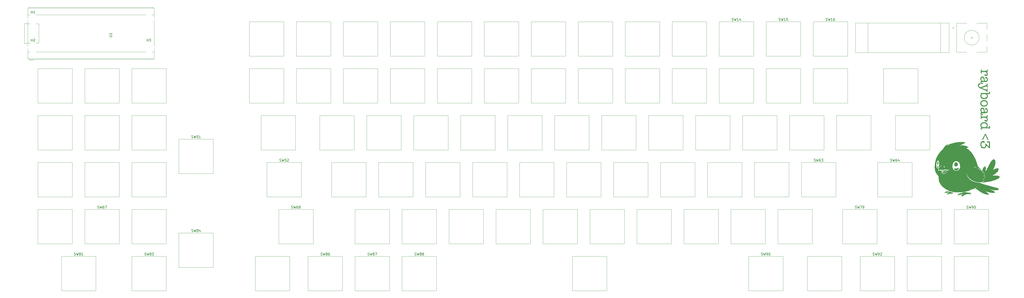
<source format=gbr>
%TF.GenerationSoftware,KiCad,Pcbnew,8.0.8*%
%TF.CreationDate,2025-04-09T15:43:05-07:00*%
%TF.ProjectId,hackboard,6861636b-626f-4617-9264-2e6b69636164,rev?*%
%TF.SameCoordinates,Original*%
%TF.FileFunction,Legend,Top*%
%TF.FilePolarity,Positive*%
%FSLAX46Y46*%
G04 Gerber Fmt 4.6, Leading zero omitted, Abs format (unit mm)*
G04 Created by KiCad (PCBNEW 8.0.8) date 2025-04-09 15:43:05*
%MOMM*%
%LPD*%
G01*
G04 APERTURE LIST*
%ADD10C,0.100000*%
%ADD11C,0.300000*%
%ADD12C,0.150000*%
%ADD13C,0.120000*%
%ADD14C,0.000000*%
%ADD15C,0.040000*%
G04 APERTURE END LIST*
D10*
G36*
X463746615Y-103063921D02*
G01*
X463586392Y-103063921D01*
X463738281Y-103200691D01*
X463866188Y-103380011D01*
X463945369Y-103583877D01*
X463974681Y-103782396D01*
X463976203Y-103842568D01*
X463959124Y-104051189D01*
X463900086Y-104255437D01*
X463798878Y-104430681D01*
X463760293Y-104477599D01*
X463613232Y-104606399D01*
X463423475Y-104692981D01*
X463225524Y-104721603D01*
X463204396Y-104721842D01*
X462998831Y-104694794D01*
X462823098Y-104606317D01*
X462813607Y-104598743D01*
X462691951Y-104435219D01*
X462663154Y-104273412D01*
X462718795Y-104083612D01*
X462741311Y-104054570D01*
X462918884Y-103966013D01*
X462932798Y-103965666D01*
X463093021Y-104032100D01*
X463163363Y-104189392D01*
X463133077Y-104262665D01*
X463246406Y-104295882D01*
X463436153Y-104222195D01*
X463497487Y-104153244D01*
X463581224Y-103970520D01*
X463601046Y-103797627D01*
X463576988Y-103597470D01*
X463492410Y-103415793D01*
X463346934Y-103280175D01*
X463216120Y-103215352D01*
X463024946Y-103164179D01*
X462825942Y-103138110D01*
X462616870Y-103126875D01*
X462500976Y-103125471D01*
X462138520Y-103125471D01*
X461939996Y-103126043D01*
X461742297Y-103129959D01*
X461726238Y-103131332D01*
X461523189Y-103173230D01*
X461412630Y-103305233D01*
X461448778Y-103455687D01*
X461475157Y-103562177D01*
X461374590Y-103730704D01*
X461296371Y-103741939D01*
X461123204Y-103643064D01*
X461100000Y-103512351D01*
X461100000Y-103489881D01*
X461105564Y-103286197D01*
X461107815Y-103234891D01*
X461115912Y-103034041D01*
X461116608Y-102979902D01*
X461112456Y-102779867D01*
X461100000Y-102627215D01*
X461100000Y-102313607D01*
X461163060Y-102127964D01*
X461299302Y-102084019D01*
X461461246Y-102194045D01*
X461475157Y-102296999D01*
X461464410Y-102381018D01*
X461433147Y-102465038D01*
X461412630Y-102543196D01*
X461557711Y-102681132D01*
X461670551Y-102694626D01*
X461955826Y-102705373D01*
X463227843Y-102688764D01*
X463429069Y-102657349D01*
X463558060Y-102520725D01*
X463548290Y-102397627D01*
X463538520Y-102274528D01*
X463639087Y-102101421D01*
X463717306Y-102089881D01*
X463890473Y-102193384D01*
X463913677Y-102330216D01*
X463892184Y-102498255D01*
X463871667Y-102666294D01*
X463893161Y-102811863D01*
X463913677Y-102918353D01*
X463776471Y-103062642D01*
X463746615Y-103063921D01*
G37*
G36*
X462008400Y-104940134D02*
G01*
X462193475Y-105014689D01*
X462347897Y-105138948D01*
X462471667Y-105312909D01*
X462555837Y-105493149D01*
X462580111Y-105572784D01*
X462612706Y-105765743D01*
X462638901Y-105972006D01*
X462643614Y-106012421D01*
X462671397Y-106227355D01*
X462708345Y-106420108D01*
X462772357Y-106606847D01*
X462783321Y-106625959D01*
X462941936Y-106745056D01*
X463111584Y-106768597D01*
X463315038Y-106728541D01*
X463470132Y-106608374D01*
X463564099Y-106431388D01*
X463599001Y-106233201D01*
X463601046Y-106163852D01*
X463579440Y-105964697D01*
X463514622Y-105776830D01*
X463470132Y-105693928D01*
X463359734Y-105609909D01*
X463306978Y-105660711D01*
X463128192Y-105738869D01*
X462955268Y-105657780D01*
X462887147Y-105468817D01*
X462886880Y-105453593D01*
X462942384Y-105261618D01*
X462985554Y-105209351D01*
X463159211Y-105117759D01*
X463227843Y-105111653D01*
X463429029Y-105148364D01*
X463609434Y-105258497D01*
X463741583Y-105403216D01*
X463755408Y-105422330D01*
X463862140Y-105607519D01*
X463933942Y-105813573D01*
X463968441Y-106014249D01*
X463976203Y-106175575D01*
X463960892Y-106414399D01*
X463914959Y-106621379D01*
X463814481Y-106835326D01*
X463666156Y-106999517D01*
X463469984Y-107113953D01*
X463278597Y-107169679D01*
X463056588Y-107193561D01*
X462996301Y-107194556D01*
X461864968Y-107194556D01*
X461661178Y-107196918D01*
X461546475Y-107205303D01*
X461373308Y-107302776D01*
X461350104Y-107395812D01*
X461476507Y-107559775D01*
X461686594Y-107591992D01*
X461708653Y-107592184D01*
X461983182Y-107592184D01*
X462154342Y-107698324D01*
X462162944Y-107766085D01*
X462050184Y-107928914D01*
X461901116Y-107950732D01*
X461873761Y-107950732D01*
X461562107Y-107944870D01*
X461357684Y-107913849D01*
X461185539Y-107813938D01*
X461078973Y-107645273D01*
X461039523Y-107441291D01*
X461037473Y-107373342D01*
X461061653Y-107165797D01*
X461146661Y-106985005D01*
X461312899Y-106849564D01*
X461424354Y-106807676D01*
X461249243Y-106667300D01*
X461117142Y-106495789D01*
X461028051Y-106293143D01*
X460985919Y-106094665D01*
X460976647Y-105940125D01*
X461350104Y-105940125D01*
X461366565Y-106138477D01*
X461423466Y-106329139D01*
X461533000Y-106502723D01*
X461558199Y-106530216D01*
X461720522Y-106653834D01*
X461920018Y-106727812D01*
X462133635Y-106751988D01*
X462539078Y-106757850D01*
X462422910Y-106598253D01*
X462378855Y-106496999D01*
X462335868Y-106306245D01*
X462309715Y-106112479D01*
X462298743Y-106007536D01*
X462262828Y-105790397D01*
X462189411Y-105593848D01*
X462045147Y-105430993D01*
X461844777Y-105369221D01*
X461819050Y-105368597D01*
X461624145Y-105406943D01*
X461475157Y-105521981D01*
X461381367Y-105703698D01*
X461350593Y-105907580D01*
X461350104Y-105940125D01*
X460976647Y-105940125D01*
X460974947Y-105911793D01*
X460988869Y-105696493D01*
X461030635Y-105503907D01*
X461110903Y-105314400D01*
X461197697Y-105186880D01*
X461351512Y-105043655D01*
X461534523Y-104953476D01*
X461746728Y-104916343D01*
X461792672Y-104915282D01*
X462008400Y-104940134D01*
G37*
G36*
X463362665Y-108944312D02*
G01*
X461469295Y-109588136D01*
X463334333Y-110271039D01*
X463458408Y-110299371D01*
X463553175Y-110170411D01*
X463546336Y-110063921D01*
X463538520Y-109945708D01*
X463640736Y-109772601D01*
X463720237Y-109761060D01*
X463890819Y-109864564D01*
X463913677Y-110001395D01*
X463899023Y-110113747D01*
X463863852Y-110315003D01*
X463849197Y-110483042D01*
X463868875Y-110686904D01*
X463881437Y-110763433D01*
X463909143Y-110959514D01*
X463913677Y-111043824D01*
X463853399Y-111238157D01*
X463723168Y-111284159D01*
X463550061Y-111180294D01*
X463538520Y-111099511D01*
X463546336Y-111015491D01*
X463558060Y-110914863D01*
X463423684Y-110765669D01*
X463273761Y-110696022D01*
X461375505Y-109934961D01*
X461186747Y-109856885D01*
X460982590Y-109765019D01*
X460802820Y-109675145D01*
X460623909Y-109572810D01*
X460460083Y-109459176D01*
X460295070Y-109309596D01*
X460164198Y-109146622D01*
X460067467Y-108970251D01*
X460004876Y-108780486D01*
X459976425Y-108577326D01*
X459974528Y-108506629D01*
X459991797Y-108304117D01*
X460050684Y-108105818D01*
X460151360Y-107933147D01*
X460293693Y-107791455D01*
X460486141Y-107708802D01*
X460577320Y-107700628D01*
X460771951Y-107739935D01*
X460864549Y-107801256D01*
X460966215Y-107977705D01*
X460974947Y-108064061D01*
X460916604Y-108255334D01*
X460898743Y-108277041D01*
X460715282Y-108360978D01*
X460708234Y-108361060D01*
X460525249Y-108291216D01*
X460474738Y-108198883D01*
X460367271Y-108363060D01*
X460349685Y-108518353D01*
X460375660Y-108715498D01*
X460453584Y-108898559D01*
X460569504Y-109052756D01*
X460726979Y-109188475D01*
X460913252Y-109272281D01*
X461062875Y-109291137D01*
X461261688Y-109253279D01*
X461446969Y-109191169D01*
X461580669Y-109139706D01*
X463129169Y-108524214D01*
X463306978Y-108456803D01*
X463487198Y-108361033D01*
X463558060Y-108237962D01*
X463548290Y-108117794D01*
X463538520Y-108003489D01*
X463624410Y-107826294D01*
X463720237Y-107807117D01*
X463890819Y-107918195D01*
X463913677Y-108065038D01*
X463904884Y-108193021D01*
X463860921Y-108417725D01*
X463860921Y-108461688D01*
X463855059Y-108529099D01*
X463863363Y-108737438D01*
X463886232Y-108945622D01*
X463888276Y-108959944D01*
X463912090Y-109154300D01*
X463913677Y-109189532D01*
X463854326Y-109379915D01*
X463726099Y-109424982D01*
X463556838Y-109324778D01*
X463538520Y-109212979D01*
X463545359Y-109105512D01*
X463553175Y-109000000D01*
X463475017Y-108921842D01*
X463362665Y-108944312D01*
G37*
G36*
X464895491Y-111123191D02*
G01*
X464914096Y-111241172D01*
X464903349Y-111353524D01*
X464872086Y-111488346D01*
X464851570Y-111633914D01*
X464882833Y-111806838D01*
X464914096Y-111975854D01*
X464756803Y-112098953D01*
X464677669Y-112098953D01*
X464465038Y-112081161D01*
X464269537Y-112068888D01*
X464061808Y-112059363D01*
X463841853Y-112052585D01*
X463609669Y-112048555D01*
X463569783Y-112048150D01*
X463719489Y-112183064D01*
X463846568Y-112342547D01*
X463885345Y-112411584D01*
X463950561Y-112606215D01*
X463974784Y-112808234D01*
X463976203Y-112876622D01*
X463962362Y-113078809D01*
X463911224Y-113294205D01*
X463822407Y-113487534D01*
X463695909Y-113658798D01*
X463582484Y-113767620D01*
X463398224Y-113896288D01*
X463220491Y-113981422D01*
X463024486Y-114043338D01*
X462810209Y-114082035D01*
X462577659Y-114097514D01*
X462537124Y-114097836D01*
X462321289Y-114089297D01*
X462119526Y-114063680D01*
X461895987Y-114010397D01*
X461692712Y-113932522D01*
X461509702Y-113830054D01*
X461398953Y-113748080D01*
X461254857Y-113608335D01*
X461124426Y-113423594D01*
X461034573Y-113215478D01*
X460989854Y-113018489D01*
X460974947Y-112804326D01*
X461350104Y-112804326D01*
X461374216Y-113009273D01*
X461457563Y-113207262D01*
X461583478Y-113358696D01*
X461654919Y-113417864D01*
X461843465Y-113527430D01*
X462038829Y-113594719D01*
X462231210Y-113630355D01*
X462443600Y-113644300D01*
X462475575Y-113644521D01*
X462695065Y-113634190D01*
X462892769Y-113603195D01*
X463092040Y-113542470D01*
X463282209Y-113441894D01*
X463301116Y-113428611D01*
X463446102Y-113295037D01*
X463551546Y-113116892D01*
X463598410Y-112907454D01*
X463601046Y-112838520D01*
X463573797Y-112632581D01*
X463492049Y-112443411D01*
X463435938Y-112361758D01*
X463288405Y-112214671D01*
X463114106Y-112119503D01*
X463024633Y-112093091D01*
X462824335Y-112065041D01*
X462618347Y-112054966D01*
X462520516Y-112054012D01*
X462324648Y-112057172D01*
X462127044Y-112068846D01*
X461921892Y-112096495D01*
X461758478Y-112143893D01*
X461579815Y-112250017D01*
X461439835Y-112416409D01*
X461369646Y-112606094D01*
X461350104Y-112804326D01*
X460974947Y-112804326D01*
X460991159Y-112599368D01*
X461051052Y-112388554D01*
X461155076Y-112208221D01*
X461303232Y-112058368D01*
X461436078Y-111969993D01*
X461248499Y-111992463D01*
X461067149Y-111916137D01*
X461037473Y-111797069D01*
X461147383Y-111628312D01*
X461318841Y-111600697D01*
X461437055Y-111606559D01*
X461640753Y-111609307D01*
X461712561Y-111611444D01*
X462146336Y-111628053D01*
X462714933Y-111639776D01*
X464217515Y-111628053D01*
X464417098Y-111610415D01*
X464498883Y-111586043D01*
X464572156Y-111460013D01*
X464549685Y-111314445D01*
X464538939Y-111207955D01*
X464634328Y-111032515D01*
X464723586Y-111017445D01*
X464895491Y-111123191D01*
G37*
G36*
X462683101Y-114531501D02*
G01*
X462877030Y-114557547D01*
X463091800Y-114611723D01*
X463286992Y-114690904D01*
X463462606Y-114795088D01*
X463568806Y-114878436D01*
X463707258Y-115020345D01*
X463832580Y-115207524D01*
X463918913Y-115417984D01*
X463961881Y-115616908D01*
X463976203Y-115832937D01*
X463962155Y-116052848D01*
X463920012Y-116254623D01*
X463849773Y-116438263D01*
X463732318Y-116629589D01*
X463576622Y-116796231D01*
X463417047Y-116916090D01*
X463237277Y-117011150D01*
X463037311Y-117081411D01*
X462817149Y-117126875D01*
X462618253Y-117145818D01*
X462492184Y-117148918D01*
X462284444Y-117140021D01*
X462089870Y-117113331D01*
X461873761Y-117057815D01*
X461676611Y-116976677D01*
X461498421Y-116869916D01*
X461390160Y-116784508D01*
X461249053Y-116639736D01*
X461137140Y-116477998D01*
X461054421Y-116299292D01*
X461000898Y-116103620D01*
X460976569Y-115890979D01*
X460975074Y-115822191D01*
X461350104Y-115822191D01*
X461373752Y-116037991D01*
X461444695Y-116225970D01*
X461562933Y-116386128D01*
X461649057Y-116463084D01*
X461836161Y-116575483D01*
X462033356Y-116644512D01*
X462229745Y-116681071D01*
X462448386Y-116695376D01*
X462481437Y-116695603D01*
X462681523Y-116688124D01*
X462917691Y-116654884D01*
X463118871Y-116595052D01*
X463321144Y-116482868D01*
X463468749Y-116329133D01*
X463561685Y-116133848D01*
X463599953Y-115897014D01*
X463601046Y-115844661D01*
X463579331Y-115637113D01*
X463504264Y-115437864D01*
X463375579Y-115271626D01*
X463326517Y-115228192D01*
X463154011Y-115118266D01*
X462970310Y-115047283D01*
X462758033Y-115001457D01*
X462548848Y-114981995D01*
X462475575Y-114981995D01*
X462256039Y-114992561D01*
X462058195Y-115024257D01*
X461858648Y-115086356D01*
X461668024Y-115189207D01*
X461649057Y-115202791D01*
X461504544Y-115341448D01*
X461399443Y-115528141D01*
X461354775Y-115725532D01*
X461350104Y-115822191D01*
X460975074Y-115822191D01*
X460974947Y-115816329D01*
X460989270Y-115604055D01*
X461032237Y-115408336D01*
X461118571Y-115200922D01*
X461243893Y-115016040D01*
X461382344Y-114875505D01*
X461544907Y-114755647D01*
X461727047Y-114660587D01*
X461928765Y-114590325D01*
X462150061Y-114544862D01*
X462349429Y-114525919D01*
X462475575Y-114522819D01*
X462683101Y-114531501D01*
G37*
G36*
X462008400Y-117558696D02*
G01*
X462193475Y-117633251D01*
X462347897Y-117757510D01*
X462471667Y-117931472D01*
X462555837Y-118111712D01*
X462580111Y-118191346D01*
X462612706Y-118384306D01*
X462638901Y-118590569D01*
X462643614Y-118630983D01*
X462671397Y-118845917D01*
X462708345Y-119038671D01*
X462772357Y-119225409D01*
X462783321Y-119244521D01*
X462941936Y-119363618D01*
X463111584Y-119387159D01*
X463315038Y-119347103D01*
X463470132Y-119226936D01*
X463564099Y-119049951D01*
X463599001Y-118851764D01*
X463601046Y-118782414D01*
X463579440Y-118583260D01*
X463514622Y-118395392D01*
X463470132Y-118312491D01*
X463359734Y-118228471D01*
X463306978Y-118279274D01*
X463128192Y-118357431D01*
X462955268Y-118276343D01*
X462887147Y-118087379D01*
X462886880Y-118072156D01*
X462942384Y-117880181D01*
X462985554Y-117827913D01*
X463159211Y-117736322D01*
X463227843Y-117730216D01*
X463429029Y-117766927D01*
X463609434Y-117877059D01*
X463741583Y-118021779D01*
X463755408Y-118040893D01*
X463862140Y-118226081D01*
X463933942Y-118432135D01*
X463968441Y-118632811D01*
X463976203Y-118794138D01*
X463960892Y-119032961D01*
X463914959Y-119239942D01*
X463814481Y-119453888D01*
X463666156Y-119618079D01*
X463469984Y-119732516D01*
X463278597Y-119788241D01*
X463056588Y-119812124D01*
X462996301Y-119813119D01*
X461864968Y-119813119D01*
X461661178Y-119815480D01*
X461546475Y-119823866D01*
X461373308Y-119921338D01*
X461350104Y-120014375D01*
X461476507Y-120178337D01*
X461686594Y-120210554D01*
X461708653Y-120210746D01*
X461983182Y-120210746D01*
X462154342Y-120316887D01*
X462162944Y-120384647D01*
X462050184Y-120547476D01*
X461901116Y-120569295D01*
X461873761Y-120569295D01*
X461562107Y-120563433D01*
X461357684Y-120532411D01*
X461185539Y-120432501D01*
X461078973Y-120263836D01*
X461039523Y-120059854D01*
X461037473Y-119991905D01*
X461061653Y-119784359D01*
X461146661Y-119603567D01*
X461312899Y-119468127D01*
X461424354Y-119426238D01*
X461249243Y-119285862D01*
X461117142Y-119114351D01*
X461028051Y-118911705D01*
X460985919Y-118713227D01*
X460976647Y-118558688D01*
X461350104Y-118558688D01*
X461366565Y-118757039D01*
X461423466Y-118947702D01*
X461533000Y-119121286D01*
X461558199Y-119148778D01*
X461720522Y-119272397D01*
X461920018Y-119346375D01*
X462133635Y-119370551D01*
X462539078Y-119376413D01*
X462422910Y-119216815D01*
X462378855Y-119115561D01*
X462335868Y-118924808D01*
X462309715Y-118731042D01*
X462298743Y-118626099D01*
X462262828Y-118408959D01*
X462189411Y-118212410D01*
X462045147Y-118049556D01*
X461844777Y-117987783D01*
X461819050Y-117987159D01*
X461624145Y-118025505D01*
X461475157Y-118140544D01*
X461381367Y-118322260D01*
X461350593Y-118526142D01*
X461350104Y-118558688D01*
X460976647Y-118558688D01*
X460974947Y-118530355D01*
X460988869Y-118315055D01*
X461030635Y-118122470D01*
X461110903Y-117932962D01*
X461197697Y-117805443D01*
X461351512Y-117662217D01*
X461534523Y-117572038D01*
X461746728Y-117534906D01*
X461792672Y-117533845D01*
X462008400Y-117558696D01*
G37*
G36*
X463746615Y-121587299D02*
G01*
X463586392Y-121587299D01*
X463738281Y-121724068D01*
X463866188Y-121903388D01*
X463945369Y-122107255D01*
X463974681Y-122305774D01*
X463976203Y-122365945D01*
X463959124Y-122574567D01*
X463900086Y-122778815D01*
X463798878Y-122954059D01*
X463760293Y-123000976D01*
X463613232Y-123129776D01*
X463423475Y-123216359D01*
X463225524Y-123244981D01*
X463204396Y-123245219D01*
X462998831Y-123218171D01*
X462823098Y-123129694D01*
X462813607Y-123122121D01*
X462691951Y-122958597D01*
X462663154Y-122796789D01*
X462718795Y-122606990D01*
X462741311Y-122577948D01*
X462918884Y-122489391D01*
X462932798Y-122489043D01*
X463093021Y-122555478D01*
X463163363Y-122712770D01*
X463133077Y-122786043D01*
X463246406Y-122819260D01*
X463436153Y-122745573D01*
X463497487Y-122676622D01*
X463581224Y-122493898D01*
X463601046Y-122321004D01*
X463576988Y-122120847D01*
X463492410Y-121939171D01*
X463346934Y-121803553D01*
X463216120Y-121738729D01*
X463024946Y-121687557D01*
X462825942Y-121661488D01*
X462616870Y-121650252D01*
X462500976Y-121648848D01*
X462138520Y-121648848D01*
X461939996Y-121649421D01*
X461742297Y-121653336D01*
X461726238Y-121654710D01*
X461523189Y-121696607D01*
X461412630Y-121828611D01*
X461448778Y-121979064D01*
X461475157Y-122085554D01*
X461374590Y-122254082D01*
X461296371Y-122265317D01*
X461123204Y-122166442D01*
X461100000Y-122035729D01*
X461100000Y-122013258D01*
X461105564Y-121809574D01*
X461107815Y-121758269D01*
X461115912Y-121557418D01*
X461116608Y-121503279D01*
X461112456Y-121303244D01*
X461100000Y-121150593D01*
X461100000Y-120836985D01*
X461163060Y-120651341D01*
X461299302Y-120607397D01*
X461461246Y-120717422D01*
X461475157Y-120820376D01*
X461464410Y-120904396D01*
X461433147Y-120988415D01*
X461412630Y-121066573D01*
X461557711Y-121204509D01*
X461670551Y-121218004D01*
X461955826Y-121228750D01*
X463227843Y-121212142D01*
X463429069Y-121180726D01*
X463558060Y-121044103D01*
X463548290Y-120921004D01*
X463538520Y-120797906D01*
X463639087Y-120624799D01*
X463717306Y-120613258D01*
X463890473Y-120716762D01*
X463913677Y-120853593D01*
X463892184Y-121021632D01*
X463871667Y-121189672D01*
X463893161Y-121335240D01*
X463913677Y-121441730D01*
X463776471Y-121586019D01*
X463746615Y-121587299D01*
G37*
G36*
X462687274Y-123497786D02*
G01*
X462916709Y-123529752D01*
X463126979Y-123585691D01*
X463318084Y-123665604D01*
X463490024Y-123769491D01*
X463568806Y-123830425D01*
X463727548Y-123991010D01*
X463847300Y-124173567D01*
X463928064Y-124378097D01*
X463966257Y-124570896D01*
X463976203Y-124743893D01*
X463961709Y-124941799D01*
X463908161Y-125147858D01*
X463815156Y-125327176D01*
X463682694Y-125479753D01*
X463563921Y-125572365D01*
X464143265Y-125572365D01*
X464344502Y-125568965D01*
X464423656Y-125561618D01*
X464592957Y-125455931D01*
X464601465Y-125404326D01*
X464570202Y-125278297D01*
X464538939Y-125152267D01*
X464618460Y-124969623D01*
X464723586Y-124945150D01*
X464887305Y-125054296D01*
X464914096Y-125224563D01*
X464914096Y-125387718D01*
X464851570Y-125572365D01*
X464882833Y-125716957D01*
X464914096Y-125863503D01*
X464776351Y-126012338D01*
X464688415Y-126019818D01*
X464625889Y-126019818D01*
X464423473Y-126011235D01*
X464326936Y-126009071D01*
X464124276Y-126001919D01*
X463916861Y-125993485D01*
X463892184Y-125992463D01*
X463685030Y-125984872D01*
X463481283Y-125980785D01*
X463462316Y-125980739D01*
X462909351Y-125980739D01*
X461966573Y-125992463D01*
X461760894Y-125998225D01*
X461565587Y-126013346D01*
X461502512Y-126025680D01*
X461412630Y-126160502D01*
X461443893Y-126272854D01*
X461475157Y-126395952D01*
X461395635Y-126578596D01*
X461290509Y-126603070D01*
X461122511Y-126494517D01*
X461100000Y-126351011D01*
X461100000Y-126180041D01*
X461100000Y-126009071D01*
X461100000Y-125880111D01*
X461100000Y-125762875D01*
X461233539Y-125615141D01*
X461287578Y-125611444D01*
X461313956Y-125611444D01*
X461402861Y-125617306D01*
X461236125Y-125474513D01*
X461110342Y-125306007D01*
X461025511Y-125111789D01*
X460981633Y-124891859D01*
X460977137Y-124799581D01*
X461350104Y-124799581D01*
X461370884Y-124995236D01*
X461440951Y-125181555D01*
X461525959Y-125302721D01*
X461674657Y-125430628D01*
X461855504Y-125510999D01*
X461993928Y-125538171D01*
X462190434Y-125554300D01*
X462398593Y-125560290D01*
X462469713Y-125560642D01*
X462680716Y-125557875D01*
X462884844Y-125546005D01*
X462979692Y-125532309D01*
X463172079Y-125475157D01*
X463341740Y-125368590D01*
X463416399Y-125291974D01*
X463528918Y-125114700D01*
X463589506Y-124918466D01*
X463601046Y-124777110D01*
X463577553Y-124570189D01*
X463496342Y-124371818D01*
X463357124Y-124206649D01*
X463304047Y-124163572D01*
X463119751Y-124056840D01*
X462926998Y-123991292D01*
X462707012Y-123953342D01*
X462492184Y-123942777D01*
X462270464Y-123953763D01*
X462070342Y-123986722D01*
X461868078Y-124051293D01*
X461694025Y-124144563D01*
X461654919Y-124172365D01*
X461507572Y-124314801D01*
X461408448Y-124483821D01*
X461357546Y-124679425D01*
X461350104Y-124799581D01*
X460977137Y-124799581D01*
X460974947Y-124754640D01*
X460989544Y-124548514D01*
X461033336Y-124358051D01*
X461121326Y-124155638D01*
X461249053Y-123974544D01*
X461390160Y-123836287D01*
X461555333Y-123718421D01*
X461738710Y-123624941D01*
X461940290Y-123555847D01*
X462160075Y-123511139D01*
X462357134Y-123492510D01*
X462481437Y-123489462D01*
X462687274Y-123497786D01*
G37*
G36*
X463154570Y-128211165D02*
G01*
X464288834Y-130641870D01*
X463881437Y-130641870D01*
X462975785Y-128653733D01*
X462070132Y-130636008D01*
X461662735Y-130641870D01*
X462796999Y-128211165D01*
X463154570Y-128211165D01*
G37*
G36*
X463276692Y-132224563D02*
G01*
X464413886Y-133389113D01*
X464413886Y-132089741D01*
X464405231Y-131890393D01*
X464386531Y-131798604D01*
X464238793Y-131665582D01*
X464169644Y-131658897D01*
X464008443Y-131669644D01*
X463847243Y-131681367D01*
X463649559Y-131643781D01*
X463558060Y-131484996D01*
X463662825Y-131316998D01*
X463801325Y-131294487D01*
X463997949Y-131302738D01*
X464006489Y-131303279D01*
X464204784Y-131312038D01*
X464213607Y-131312072D01*
X464412007Y-131308494D01*
X464450034Y-131306210D01*
X464625889Y-131300348D01*
X464814445Y-131356036D01*
X464850264Y-131558402D01*
X464851570Y-131636427D01*
X464851570Y-133013956D01*
X464851570Y-133215457D01*
X464851570Y-133394975D01*
X464851570Y-133590422D01*
X464851570Y-133708583D01*
X464823543Y-133909808D01*
X464664529Y-134038477D01*
X464652267Y-134038799D01*
X464466668Y-133966626D01*
X464392393Y-133899092D01*
X463413468Y-132868387D01*
X463413468Y-132958269D01*
X463413468Y-133030565D01*
X463398788Y-133230540D01*
X463346062Y-133439047D01*
X463254990Y-133626182D01*
X463125572Y-133791947D01*
X463106699Y-133811165D01*
X462943056Y-133944949D01*
X462757920Y-134040509D01*
X462551290Y-134097845D01*
X462352858Y-134116658D01*
X462323168Y-134116957D01*
X462107711Y-134101707D01*
X461907573Y-134055957D01*
X461722754Y-133979708D01*
X461553253Y-133872958D01*
X461399071Y-133735709D01*
X461351081Y-133683182D01*
X461223254Y-133511758D01*
X461121875Y-133322817D01*
X461046942Y-133116359D01*
X460998456Y-132892384D01*
X460978253Y-132692358D01*
X460974947Y-132566503D01*
X460986007Y-132338579D01*
X461019186Y-132125218D01*
X461074484Y-131926419D01*
X461151901Y-131742184D01*
X461251438Y-131572511D01*
X461289532Y-131519190D01*
X461435164Y-131355500D01*
X461595942Y-131232014D01*
X461798236Y-131140117D01*
X461991473Y-131102785D01*
X462078925Y-131099092D01*
X462285732Y-131124084D01*
X462477432Y-131206898D01*
X462538101Y-131250523D01*
X462672740Y-131408374D01*
X462724947Y-131597996D01*
X462725680Y-131625680D01*
X462669628Y-131820335D01*
X462633845Y-131863084D01*
X462457293Y-131951455D01*
X462395464Y-131955896D01*
X462204433Y-131901398D01*
X462107621Y-131720811D01*
X462100418Y-131625680D01*
X462100418Y-131564131D01*
X462059385Y-131564131D01*
X461854679Y-131606995D01*
X461685860Y-131721599D01*
X461561130Y-131868946D01*
X461459120Y-132049532D01*
X461390496Y-132247274D01*
X461355256Y-132462173D01*
X461350104Y-132588974D01*
X461362914Y-132784006D01*
X461408923Y-132987323D01*
X461488393Y-133169757D01*
X461601325Y-133331309D01*
X461617794Y-133350034D01*
X461780743Y-133493603D01*
X461967340Y-133590186D01*
X462177585Y-133639783D01*
X462304605Y-133647034D01*
X462515975Y-133626783D01*
X462722330Y-133549023D01*
X462877096Y-133412941D01*
X462980273Y-133218539D01*
X463026847Y-133011987D01*
X463038311Y-132817585D01*
X463027148Y-132609473D01*
X462996587Y-132408263D01*
X462987508Y-132364270D01*
X462975785Y-132269504D01*
X463120376Y-132134682D01*
X463276692Y-132224563D01*
G37*
D11*
X454338572Y-142169757D02*
X454195715Y-142098328D01*
X454195715Y-142098328D02*
X453981429Y-142098328D01*
X453981429Y-142098328D02*
X453767143Y-142169757D01*
X453767143Y-142169757D02*
X453624286Y-142312614D01*
X453624286Y-142312614D02*
X453552857Y-142455471D01*
X453552857Y-142455471D02*
X453481429Y-142741185D01*
X453481429Y-142741185D02*
X453481429Y-142955471D01*
X453481429Y-142955471D02*
X453552857Y-143241185D01*
X453552857Y-143241185D02*
X453624286Y-143384042D01*
X453624286Y-143384042D02*
X453767143Y-143526900D01*
X453767143Y-143526900D02*
X453981429Y-143598328D01*
X453981429Y-143598328D02*
X454124286Y-143598328D01*
X454124286Y-143598328D02*
X454338572Y-143526900D01*
X454338572Y-143526900D02*
X454410000Y-143455471D01*
X454410000Y-143455471D02*
X454410000Y-142955471D01*
X454410000Y-142955471D02*
X454124286Y-142955471D01*
X455267143Y-142098328D02*
X455267143Y-142455471D01*
X454910000Y-142312614D02*
X455267143Y-142455471D01*
X455267143Y-142455471D02*
X455624286Y-142312614D01*
X455052857Y-142741185D02*
X455267143Y-142455471D01*
X455267143Y-142455471D02*
X455481429Y-142741185D01*
X456410000Y-142098328D02*
X456410000Y-142455471D01*
X456052857Y-142312614D02*
X456410000Y-142455471D01*
X456410000Y-142455471D02*
X456767143Y-142312614D01*
X456195714Y-142741185D02*
X456410000Y-142455471D01*
X456410000Y-142455471D02*
X456624286Y-142741185D01*
X457552857Y-142098328D02*
X457552857Y-142455471D01*
X457195714Y-142312614D02*
X457552857Y-142455471D01*
X457552857Y-142455471D02*
X457910000Y-142312614D01*
X457338571Y-142741185D02*
X457552857Y-142455471D01*
X457552857Y-142455471D02*
X457767143Y-142741185D01*
D12*
X360219851Y-82226950D02*
X360362708Y-82274569D01*
X360362708Y-82274569D02*
X360600803Y-82274569D01*
X360600803Y-82274569D02*
X360696041Y-82226950D01*
X360696041Y-82226950D02*
X360743660Y-82179330D01*
X360743660Y-82179330D02*
X360791279Y-82084092D01*
X360791279Y-82084092D02*
X360791279Y-81988854D01*
X360791279Y-81988854D02*
X360743660Y-81893616D01*
X360743660Y-81893616D02*
X360696041Y-81845997D01*
X360696041Y-81845997D02*
X360600803Y-81798378D01*
X360600803Y-81798378D02*
X360410327Y-81750759D01*
X360410327Y-81750759D02*
X360315089Y-81703140D01*
X360315089Y-81703140D02*
X360267470Y-81655521D01*
X360267470Y-81655521D02*
X360219851Y-81560283D01*
X360219851Y-81560283D02*
X360219851Y-81465045D01*
X360219851Y-81465045D02*
X360267470Y-81369807D01*
X360267470Y-81369807D02*
X360315089Y-81322188D01*
X360315089Y-81322188D02*
X360410327Y-81274569D01*
X360410327Y-81274569D02*
X360648422Y-81274569D01*
X360648422Y-81274569D02*
X360791279Y-81322188D01*
X361124613Y-81274569D02*
X361362708Y-82274569D01*
X361362708Y-82274569D02*
X361553184Y-81560283D01*
X361553184Y-81560283D02*
X361743660Y-82274569D01*
X361743660Y-82274569D02*
X361981756Y-81274569D01*
X362886517Y-82274569D02*
X362315089Y-82274569D01*
X362600803Y-82274569D02*
X362600803Y-81274569D01*
X362600803Y-81274569D02*
X362505565Y-81417426D01*
X362505565Y-81417426D02*
X362410327Y-81512664D01*
X362410327Y-81512664D02*
X362315089Y-81560283D01*
X363743660Y-81607902D02*
X363743660Y-82274569D01*
X363505565Y-81226950D02*
X363267470Y-81941235D01*
X363267470Y-81941235D02*
X363886517Y-81941235D01*
X410226101Y-158426950D02*
X410368958Y-158474569D01*
X410368958Y-158474569D02*
X410607053Y-158474569D01*
X410607053Y-158474569D02*
X410702291Y-158426950D01*
X410702291Y-158426950D02*
X410749910Y-158379330D01*
X410749910Y-158379330D02*
X410797529Y-158284092D01*
X410797529Y-158284092D02*
X410797529Y-158188854D01*
X410797529Y-158188854D02*
X410749910Y-158093616D01*
X410749910Y-158093616D02*
X410702291Y-158045997D01*
X410702291Y-158045997D02*
X410607053Y-157998378D01*
X410607053Y-157998378D02*
X410416577Y-157950759D01*
X410416577Y-157950759D02*
X410321339Y-157903140D01*
X410321339Y-157903140D02*
X410273720Y-157855521D01*
X410273720Y-157855521D02*
X410226101Y-157760283D01*
X410226101Y-157760283D02*
X410226101Y-157665045D01*
X410226101Y-157665045D02*
X410273720Y-157569807D01*
X410273720Y-157569807D02*
X410321339Y-157522188D01*
X410321339Y-157522188D02*
X410416577Y-157474569D01*
X410416577Y-157474569D02*
X410654672Y-157474569D01*
X410654672Y-157474569D02*
X410797529Y-157522188D01*
X411130863Y-157474569D02*
X411368958Y-158474569D01*
X411368958Y-158474569D02*
X411559434Y-157760283D01*
X411559434Y-157760283D02*
X411749910Y-158474569D01*
X411749910Y-158474569D02*
X411988006Y-157474569D01*
X412273720Y-157474569D02*
X412940386Y-157474569D01*
X412940386Y-157474569D02*
X412511815Y-158474569D01*
X413368958Y-158474569D02*
X413559434Y-158474569D01*
X413559434Y-158474569D02*
X413654672Y-158426950D01*
X413654672Y-158426950D02*
X413702291Y-158379330D01*
X413702291Y-158379330D02*
X413797529Y-158236473D01*
X413797529Y-158236473D02*
X413845148Y-158045997D01*
X413845148Y-158045997D02*
X413845148Y-157665045D01*
X413845148Y-157665045D02*
X413797529Y-157569807D01*
X413797529Y-157569807D02*
X413749910Y-157522188D01*
X413749910Y-157522188D02*
X413654672Y-157474569D01*
X413654672Y-157474569D02*
X413464196Y-157474569D01*
X413464196Y-157474569D02*
X413368958Y-157522188D01*
X413368958Y-157522188D02*
X413321339Y-157569807D01*
X413321339Y-157569807D02*
X413273720Y-157665045D01*
X413273720Y-157665045D02*
X413273720Y-157903140D01*
X413273720Y-157903140D02*
X413321339Y-157998378D01*
X413321339Y-157998378D02*
X413368958Y-158045997D01*
X413368958Y-158045997D02*
X413464196Y-158093616D01*
X413464196Y-158093616D02*
X413654672Y-158093616D01*
X413654672Y-158093616D02*
X413749910Y-158045997D01*
X413749910Y-158045997D02*
X413797529Y-157998378D01*
X413797529Y-157998378D02*
X413845148Y-157903140D01*
X372126101Y-177476950D02*
X372268958Y-177524569D01*
X372268958Y-177524569D02*
X372507053Y-177524569D01*
X372507053Y-177524569D02*
X372602291Y-177476950D01*
X372602291Y-177476950D02*
X372649910Y-177429330D01*
X372649910Y-177429330D02*
X372697529Y-177334092D01*
X372697529Y-177334092D02*
X372697529Y-177238854D01*
X372697529Y-177238854D02*
X372649910Y-177143616D01*
X372649910Y-177143616D02*
X372602291Y-177095997D01*
X372602291Y-177095997D02*
X372507053Y-177048378D01*
X372507053Y-177048378D02*
X372316577Y-177000759D01*
X372316577Y-177000759D02*
X372221339Y-176953140D01*
X372221339Y-176953140D02*
X372173720Y-176905521D01*
X372173720Y-176905521D02*
X372126101Y-176810283D01*
X372126101Y-176810283D02*
X372126101Y-176715045D01*
X372126101Y-176715045D02*
X372173720Y-176619807D01*
X372173720Y-176619807D02*
X372221339Y-176572188D01*
X372221339Y-176572188D02*
X372316577Y-176524569D01*
X372316577Y-176524569D02*
X372554672Y-176524569D01*
X372554672Y-176524569D02*
X372697529Y-176572188D01*
X373030863Y-176524569D02*
X373268958Y-177524569D01*
X373268958Y-177524569D02*
X373459434Y-176810283D01*
X373459434Y-176810283D02*
X373649910Y-177524569D01*
X373649910Y-177524569D02*
X373888006Y-176524569D01*
X374316577Y-177524569D02*
X374507053Y-177524569D01*
X374507053Y-177524569D02*
X374602291Y-177476950D01*
X374602291Y-177476950D02*
X374649910Y-177429330D01*
X374649910Y-177429330D02*
X374745148Y-177286473D01*
X374745148Y-177286473D02*
X374792767Y-177095997D01*
X374792767Y-177095997D02*
X374792767Y-176715045D01*
X374792767Y-176715045D02*
X374745148Y-176619807D01*
X374745148Y-176619807D02*
X374697529Y-176572188D01*
X374697529Y-176572188D02*
X374602291Y-176524569D01*
X374602291Y-176524569D02*
X374411815Y-176524569D01*
X374411815Y-176524569D02*
X374316577Y-176572188D01*
X374316577Y-176572188D02*
X374268958Y-176619807D01*
X374268958Y-176619807D02*
X374221339Y-176715045D01*
X374221339Y-176715045D02*
X374221339Y-176953140D01*
X374221339Y-176953140D02*
X374268958Y-177048378D01*
X374268958Y-177048378D02*
X374316577Y-177095997D01*
X374316577Y-177095997D02*
X374411815Y-177143616D01*
X374411815Y-177143616D02*
X374602291Y-177143616D01*
X374602291Y-177143616D02*
X374697529Y-177095997D01*
X374697529Y-177095997D02*
X374745148Y-177048378D01*
X374745148Y-177048378D02*
X374792767Y-176953140D01*
X375411815Y-176524569D02*
X375507053Y-176524569D01*
X375507053Y-176524569D02*
X375602291Y-176572188D01*
X375602291Y-176572188D02*
X375649910Y-176619807D01*
X375649910Y-176619807D02*
X375697529Y-176715045D01*
X375697529Y-176715045D02*
X375745148Y-176905521D01*
X375745148Y-176905521D02*
X375745148Y-177143616D01*
X375745148Y-177143616D02*
X375697529Y-177334092D01*
X375697529Y-177334092D02*
X375649910Y-177429330D01*
X375649910Y-177429330D02*
X375602291Y-177476950D01*
X375602291Y-177476950D02*
X375507053Y-177524569D01*
X375507053Y-177524569D02*
X375411815Y-177524569D01*
X375411815Y-177524569D02*
X375316577Y-177476950D01*
X375316577Y-177476950D02*
X375268958Y-177429330D01*
X375268958Y-177429330D02*
X375221339Y-177334092D01*
X375221339Y-177334092D02*
X375173720Y-177143616D01*
X375173720Y-177143616D02*
X375173720Y-176905521D01*
X375173720Y-176905521D02*
X375221339Y-176715045D01*
X375221339Y-176715045D02*
X375268958Y-176619807D01*
X375268958Y-176619807D02*
X375316577Y-176572188D01*
X375316577Y-176572188D02*
X375411815Y-176524569D01*
X181626101Y-158426950D02*
X181768958Y-158474569D01*
X181768958Y-158474569D02*
X182007053Y-158474569D01*
X182007053Y-158474569D02*
X182102291Y-158426950D01*
X182102291Y-158426950D02*
X182149910Y-158379330D01*
X182149910Y-158379330D02*
X182197529Y-158284092D01*
X182197529Y-158284092D02*
X182197529Y-158188854D01*
X182197529Y-158188854D02*
X182149910Y-158093616D01*
X182149910Y-158093616D02*
X182102291Y-158045997D01*
X182102291Y-158045997D02*
X182007053Y-157998378D01*
X182007053Y-157998378D02*
X181816577Y-157950759D01*
X181816577Y-157950759D02*
X181721339Y-157903140D01*
X181721339Y-157903140D02*
X181673720Y-157855521D01*
X181673720Y-157855521D02*
X181626101Y-157760283D01*
X181626101Y-157760283D02*
X181626101Y-157665045D01*
X181626101Y-157665045D02*
X181673720Y-157569807D01*
X181673720Y-157569807D02*
X181721339Y-157522188D01*
X181721339Y-157522188D02*
X181816577Y-157474569D01*
X181816577Y-157474569D02*
X182054672Y-157474569D01*
X182054672Y-157474569D02*
X182197529Y-157522188D01*
X182530863Y-157474569D02*
X182768958Y-158474569D01*
X182768958Y-158474569D02*
X182959434Y-157760283D01*
X182959434Y-157760283D02*
X183149910Y-158474569D01*
X183149910Y-158474569D02*
X183388006Y-157474569D01*
X184197529Y-157474569D02*
X184007053Y-157474569D01*
X184007053Y-157474569D02*
X183911815Y-157522188D01*
X183911815Y-157522188D02*
X183864196Y-157569807D01*
X183864196Y-157569807D02*
X183768958Y-157712664D01*
X183768958Y-157712664D02*
X183721339Y-157903140D01*
X183721339Y-157903140D02*
X183721339Y-158284092D01*
X183721339Y-158284092D02*
X183768958Y-158379330D01*
X183768958Y-158379330D02*
X183816577Y-158426950D01*
X183816577Y-158426950D02*
X183911815Y-158474569D01*
X183911815Y-158474569D02*
X184102291Y-158474569D01*
X184102291Y-158474569D02*
X184197529Y-158426950D01*
X184197529Y-158426950D02*
X184245148Y-158379330D01*
X184245148Y-158379330D02*
X184292767Y-158284092D01*
X184292767Y-158284092D02*
X184292767Y-158045997D01*
X184292767Y-158045997D02*
X184245148Y-157950759D01*
X184245148Y-157950759D02*
X184197529Y-157903140D01*
X184197529Y-157903140D02*
X184102291Y-157855521D01*
X184102291Y-157855521D02*
X183911815Y-157855521D01*
X183911815Y-157855521D02*
X183816577Y-157903140D01*
X183816577Y-157903140D02*
X183768958Y-157950759D01*
X183768958Y-157950759D02*
X183721339Y-158045997D01*
X184864196Y-157903140D02*
X184768958Y-157855521D01*
X184768958Y-157855521D02*
X184721339Y-157807902D01*
X184721339Y-157807902D02*
X184673720Y-157712664D01*
X184673720Y-157712664D02*
X184673720Y-157665045D01*
X184673720Y-157665045D02*
X184721339Y-157569807D01*
X184721339Y-157569807D02*
X184768958Y-157522188D01*
X184768958Y-157522188D02*
X184864196Y-157474569D01*
X184864196Y-157474569D02*
X185054672Y-157474569D01*
X185054672Y-157474569D02*
X185149910Y-157522188D01*
X185149910Y-157522188D02*
X185197529Y-157569807D01*
X185197529Y-157569807D02*
X185245148Y-157665045D01*
X185245148Y-157665045D02*
X185245148Y-157712664D01*
X185245148Y-157712664D02*
X185197529Y-157807902D01*
X185197529Y-157807902D02*
X185149910Y-157855521D01*
X185149910Y-157855521D02*
X185054672Y-157903140D01*
X185054672Y-157903140D02*
X184864196Y-157903140D01*
X184864196Y-157903140D02*
X184768958Y-157950759D01*
X184768958Y-157950759D02*
X184721339Y-157998378D01*
X184721339Y-157998378D02*
X184673720Y-158093616D01*
X184673720Y-158093616D02*
X184673720Y-158284092D01*
X184673720Y-158284092D02*
X184721339Y-158379330D01*
X184721339Y-158379330D02*
X184768958Y-158426950D01*
X184768958Y-158426950D02*
X184864196Y-158474569D01*
X184864196Y-158474569D02*
X185054672Y-158474569D01*
X185054672Y-158474569D02*
X185149910Y-158426950D01*
X185149910Y-158426950D02*
X185197529Y-158379330D01*
X185197529Y-158379330D02*
X185245148Y-158284092D01*
X185245148Y-158284092D02*
X185245148Y-158093616D01*
X185245148Y-158093616D02*
X185197529Y-157998378D01*
X185197529Y-157998378D02*
X185149910Y-157950759D01*
X185149910Y-157950759D02*
X185054672Y-157903140D01*
X93519851Y-177476950D02*
X93662708Y-177524569D01*
X93662708Y-177524569D02*
X93900803Y-177524569D01*
X93900803Y-177524569D02*
X93996041Y-177476950D01*
X93996041Y-177476950D02*
X94043660Y-177429330D01*
X94043660Y-177429330D02*
X94091279Y-177334092D01*
X94091279Y-177334092D02*
X94091279Y-177238854D01*
X94091279Y-177238854D02*
X94043660Y-177143616D01*
X94043660Y-177143616D02*
X93996041Y-177095997D01*
X93996041Y-177095997D02*
X93900803Y-177048378D01*
X93900803Y-177048378D02*
X93710327Y-177000759D01*
X93710327Y-177000759D02*
X93615089Y-176953140D01*
X93615089Y-176953140D02*
X93567470Y-176905521D01*
X93567470Y-176905521D02*
X93519851Y-176810283D01*
X93519851Y-176810283D02*
X93519851Y-176715045D01*
X93519851Y-176715045D02*
X93567470Y-176619807D01*
X93567470Y-176619807D02*
X93615089Y-176572188D01*
X93615089Y-176572188D02*
X93710327Y-176524569D01*
X93710327Y-176524569D02*
X93948422Y-176524569D01*
X93948422Y-176524569D02*
X94091279Y-176572188D01*
X94424613Y-176524569D02*
X94662708Y-177524569D01*
X94662708Y-177524569D02*
X94853184Y-176810283D01*
X94853184Y-176810283D02*
X95043660Y-177524569D01*
X95043660Y-177524569D02*
X95281756Y-176524569D01*
X95805565Y-176953140D02*
X95710327Y-176905521D01*
X95710327Y-176905521D02*
X95662708Y-176857902D01*
X95662708Y-176857902D02*
X95615089Y-176762664D01*
X95615089Y-176762664D02*
X95615089Y-176715045D01*
X95615089Y-176715045D02*
X95662708Y-176619807D01*
X95662708Y-176619807D02*
X95710327Y-176572188D01*
X95710327Y-176572188D02*
X95805565Y-176524569D01*
X95805565Y-176524569D02*
X95996041Y-176524569D01*
X95996041Y-176524569D02*
X96091279Y-176572188D01*
X96091279Y-176572188D02*
X96138898Y-176619807D01*
X96138898Y-176619807D02*
X96186517Y-176715045D01*
X96186517Y-176715045D02*
X96186517Y-176762664D01*
X96186517Y-176762664D02*
X96138898Y-176857902D01*
X96138898Y-176857902D02*
X96091279Y-176905521D01*
X96091279Y-176905521D02*
X95996041Y-176953140D01*
X95996041Y-176953140D02*
X95805565Y-176953140D01*
X95805565Y-176953140D02*
X95710327Y-177000759D01*
X95710327Y-177000759D02*
X95662708Y-177048378D01*
X95662708Y-177048378D02*
X95615089Y-177143616D01*
X95615089Y-177143616D02*
X95615089Y-177334092D01*
X95615089Y-177334092D02*
X95662708Y-177429330D01*
X95662708Y-177429330D02*
X95710327Y-177476950D01*
X95710327Y-177476950D02*
X95805565Y-177524569D01*
X95805565Y-177524569D02*
X95996041Y-177524569D01*
X95996041Y-177524569D02*
X96091279Y-177476950D01*
X96091279Y-177476950D02*
X96138898Y-177429330D01*
X96138898Y-177429330D02*
X96186517Y-177334092D01*
X96186517Y-177334092D02*
X96186517Y-177143616D01*
X96186517Y-177143616D02*
X96138898Y-177048378D01*
X96138898Y-177048378D02*
X96091279Y-177000759D01*
X96091279Y-177000759D02*
X95996041Y-176953140D01*
X97138898Y-177524569D02*
X96567470Y-177524569D01*
X96853184Y-177524569D02*
X96853184Y-176524569D01*
X96853184Y-176524569D02*
X96757946Y-176667426D01*
X96757946Y-176667426D02*
X96662708Y-176762664D01*
X96662708Y-176762664D02*
X96567470Y-176810283D01*
X141144851Y-129851950D02*
X141287708Y-129899569D01*
X141287708Y-129899569D02*
X141525803Y-129899569D01*
X141525803Y-129899569D02*
X141621041Y-129851950D01*
X141621041Y-129851950D02*
X141668660Y-129804330D01*
X141668660Y-129804330D02*
X141716279Y-129709092D01*
X141716279Y-129709092D02*
X141716279Y-129613854D01*
X141716279Y-129613854D02*
X141668660Y-129518616D01*
X141668660Y-129518616D02*
X141621041Y-129470997D01*
X141621041Y-129470997D02*
X141525803Y-129423378D01*
X141525803Y-129423378D02*
X141335327Y-129375759D01*
X141335327Y-129375759D02*
X141240089Y-129328140D01*
X141240089Y-129328140D02*
X141192470Y-129280521D01*
X141192470Y-129280521D02*
X141144851Y-129185283D01*
X141144851Y-129185283D02*
X141144851Y-129090045D01*
X141144851Y-129090045D02*
X141192470Y-128994807D01*
X141192470Y-128994807D02*
X141240089Y-128947188D01*
X141240089Y-128947188D02*
X141335327Y-128899569D01*
X141335327Y-128899569D02*
X141573422Y-128899569D01*
X141573422Y-128899569D02*
X141716279Y-128947188D01*
X142049613Y-128899569D02*
X142287708Y-129899569D01*
X142287708Y-129899569D02*
X142478184Y-129185283D01*
X142478184Y-129185283D02*
X142668660Y-129899569D01*
X142668660Y-129899569D02*
X142906756Y-128899569D01*
X143763898Y-128899569D02*
X143287708Y-128899569D01*
X143287708Y-128899569D02*
X143240089Y-129375759D01*
X143240089Y-129375759D02*
X143287708Y-129328140D01*
X143287708Y-129328140D02*
X143382946Y-129280521D01*
X143382946Y-129280521D02*
X143621041Y-129280521D01*
X143621041Y-129280521D02*
X143716279Y-129328140D01*
X143716279Y-129328140D02*
X143763898Y-129375759D01*
X143763898Y-129375759D02*
X143811517Y-129470997D01*
X143811517Y-129470997D02*
X143811517Y-129709092D01*
X143811517Y-129709092D02*
X143763898Y-129804330D01*
X143763898Y-129804330D02*
X143716279Y-129851950D01*
X143716279Y-129851950D02*
X143621041Y-129899569D01*
X143621041Y-129899569D02*
X143382946Y-129899569D01*
X143382946Y-129899569D02*
X143287708Y-129851950D01*
X143287708Y-129851950D02*
X143240089Y-129804330D01*
X144763898Y-129899569D02*
X144192470Y-129899569D01*
X144478184Y-129899569D02*
X144478184Y-128899569D01*
X144478184Y-128899569D02*
X144382946Y-129042426D01*
X144382946Y-129042426D02*
X144287708Y-129137664D01*
X144287708Y-129137664D02*
X144192470Y-129185283D01*
X122094851Y-177476950D02*
X122237708Y-177524569D01*
X122237708Y-177524569D02*
X122475803Y-177524569D01*
X122475803Y-177524569D02*
X122571041Y-177476950D01*
X122571041Y-177476950D02*
X122618660Y-177429330D01*
X122618660Y-177429330D02*
X122666279Y-177334092D01*
X122666279Y-177334092D02*
X122666279Y-177238854D01*
X122666279Y-177238854D02*
X122618660Y-177143616D01*
X122618660Y-177143616D02*
X122571041Y-177095997D01*
X122571041Y-177095997D02*
X122475803Y-177048378D01*
X122475803Y-177048378D02*
X122285327Y-177000759D01*
X122285327Y-177000759D02*
X122190089Y-176953140D01*
X122190089Y-176953140D02*
X122142470Y-176905521D01*
X122142470Y-176905521D02*
X122094851Y-176810283D01*
X122094851Y-176810283D02*
X122094851Y-176715045D01*
X122094851Y-176715045D02*
X122142470Y-176619807D01*
X122142470Y-176619807D02*
X122190089Y-176572188D01*
X122190089Y-176572188D02*
X122285327Y-176524569D01*
X122285327Y-176524569D02*
X122523422Y-176524569D01*
X122523422Y-176524569D02*
X122666279Y-176572188D01*
X122999613Y-176524569D02*
X123237708Y-177524569D01*
X123237708Y-177524569D02*
X123428184Y-176810283D01*
X123428184Y-176810283D02*
X123618660Y-177524569D01*
X123618660Y-177524569D02*
X123856756Y-176524569D01*
X124380565Y-176953140D02*
X124285327Y-176905521D01*
X124285327Y-176905521D02*
X124237708Y-176857902D01*
X124237708Y-176857902D02*
X124190089Y-176762664D01*
X124190089Y-176762664D02*
X124190089Y-176715045D01*
X124190089Y-176715045D02*
X124237708Y-176619807D01*
X124237708Y-176619807D02*
X124285327Y-176572188D01*
X124285327Y-176572188D02*
X124380565Y-176524569D01*
X124380565Y-176524569D02*
X124571041Y-176524569D01*
X124571041Y-176524569D02*
X124666279Y-176572188D01*
X124666279Y-176572188D02*
X124713898Y-176619807D01*
X124713898Y-176619807D02*
X124761517Y-176715045D01*
X124761517Y-176715045D02*
X124761517Y-176762664D01*
X124761517Y-176762664D02*
X124713898Y-176857902D01*
X124713898Y-176857902D02*
X124666279Y-176905521D01*
X124666279Y-176905521D02*
X124571041Y-176953140D01*
X124571041Y-176953140D02*
X124380565Y-176953140D01*
X124380565Y-176953140D02*
X124285327Y-177000759D01*
X124285327Y-177000759D02*
X124237708Y-177048378D01*
X124237708Y-177048378D02*
X124190089Y-177143616D01*
X124190089Y-177143616D02*
X124190089Y-177334092D01*
X124190089Y-177334092D02*
X124237708Y-177429330D01*
X124237708Y-177429330D02*
X124285327Y-177476950D01*
X124285327Y-177476950D02*
X124380565Y-177524569D01*
X124380565Y-177524569D02*
X124571041Y-177524569D01*
X124571041Y-177524569D02*
X124666279Y-177476950D01*
X124666279Y-177476950D02*
X124713898Y-177429330D01*
X124713898Y-177429330D02*
X124761517Y-177334092D01*
X124761517Y-177334092D02*
X124761517Y-177143616D01*
X124761517Y-177143616D02*
X124713898Y-177048378D01*
X124713898Y-177048378D02*
X124666279Y-177000759D01*
X124666279Y-177000759D02*
X124571041Y-176953140D01*
X125094851Y-176524569D02*
X125713898Y-176524569D01*
X125713898Y-176524569D02*
X125380565Y-176905521D01*
X125380565Y-176905521D02*
X125523422Y-176905521D01*
X125523422Y-176905521D02*
X125618660Y-176953140D01*
X125618660Y-176953140D02*
X125666279Y-177000759D01*
X125666279Y-177000759D02*
X125713898Y-177095997D01*
X125713898Y-177095997D02*
X125713898Y-177334092D01*
X125713898Y-177334092D02*
X125666279Y-177429330D01*
X125666279Y-177429330D02*
X125618660Y-177476950D01*
X125618660Y-177476950D02*
X125523422Y-177524569D01*
X125523422Y-177524569D02*
X125237708Y-177524569D01*
X125237708Y-177524569D02*
X125142470Y-177476950D01*
X125142470Y-177476950D02*
X125094851Y-177429330D01*
X103044851Y-158426950D02*
X103187708Y-158474569D01*
X103187708Y-158474569D02*
X103425803Y-158474569D01*
X103425803Y-158474569D02*
X103521041Y-158426950D01*
X103521041Y-158426950D02*
X103568660Y-158379330D01*
X103568660Y-158379330D02*
X103616279Y-158284092D01*
X103616279Y-158284092D02*
X103616279Y-158188854D01*
X103616279Y-158188854D02*
X103568660Y-158093616D01*
X103568660Y-158093616D02*
X103521041Y-158045997D01*
X103521041Y-158045997D02*
X103425803Y-157998378D01*
X103425803Y-157998378D02*
X103235327Y-157950759D01*
X103235327Y-157950759D02*
X103140089Y-157903140D01*
X103140089Y-157903140D02*
X103092470Y-157855521D01*
X103092470Y-157855521D02*
X103044851Y-157760283D01*
X103044851Y-157760283D02*
X103044851Y-157665045D01*
X103044851Y-157665045D02*
X103092470Y-157569807D01*
X103092470Y-157569807D02*
X103140089Y-157522188D01*
X103140089Y-157522188D02*
X103235327Y-157474569D01*
X103235327Y-157474569D02*
X103473422Y-157474569D01*
X103473422Y-157474569D02*
X103616279Y-157522188D01*
X103949613Y-157474569D02*
X104187708Y-158474569D01*
X104187708Y-158474569D02*
X104378184Y-157760283D01*
X104378184Y-157760283D02*
X104568660Y-158474569D01*
X104568660Y-158474569D02*
X104806756Y-157474569D01*
X105616279Y-157474569D02*
X105425803Y-157474569D01*
X105425803Y-157474569D02*
X105330565Y-157522188D01*
X105330565Y-157522188D02*
X105282946Y-157569807D01*
X105282946Y-157569807D02*
X105187708Y-157712664D01*
X105187708Y-157712664D02*
X105140089Y-157903140D01*
X105140089Y-157903140D02*
X105140089Y-158284092D01*
X105140089Y-158284092D02*
X105187708Y-158379330D01*
X105187708Y-158379330D02*
X105235327Y-158426950D01*
X105235327Y-158426950D02*
X105330565Y-158474569D01*
X105330565Y-158474569D02*
X105521041Y-158474569D01*
X105521041Y-158474569D02*
X105616279Y-158426950D01*
X105616279Y-158426950D02*
X105663898Y-158379330D01*
X105663898Y-158379330D02*
X105711517Y-158284092D01*
X105711517Y-158284092D02*
X105711517Y-158045997D01*
X105711517Y-158045997D02*
X105663898Y-157950759D01*
X105663898Y-157950759D02*
X105616279Y-157903140D01*
X105616279Y-157903140D02*
X105521041Y-157855521D01*
X105521041Y-157855521D02*
X105330565Y-157855521D01*
X105330565Y-157855521D02*
X105235327Y-157903140D01*
X105235327Y-157903140D02*
X105187708Y-157950759D01*
X105187708Y-157950759D02*
X105140089Y-158045997D01*
X106044851Y-157474569D02*
X106711517Y-157474569D01*
X106711517Y-157474569D02*
X106282946Y-158474569D01*
X107824819Y-88863220D02*
X108634342Y-88863220D01*
X108634342Y-88863220D02*
X108729580Y-88815601D01*
X108729580Y-88815601D02*
X108777200Y-88767982D01*
X108777200Y-88767982D02*
X108824819Y-88672744D01*
X108824819Y-88672744D02*
X108824819Y-88482268D01*
X108824819Y-88482268D02*
X108777200Y-88387030D01*
X108777200Y-88387030D02*
X108729580Y-88339411D01*
X108729580Y-88339411D02*
X108634342Y-88291792D01*
X108634342Y-88291792D02*
X107824819Y-88291792D01*
X108824819Y-87291792D02*
X108824819Y-87863220D01*
X108824819Y-87577506D02*
X107824819Y-87577506D01*
X107824819Y-87577506D02*
X107967676Y-87672744D01*
X107967676Y-87672744D02*
X108062914Y-87767982D01*
X108062914Y-87767982D02*
X108110533Y-87863220D01*
X76048095Y-90684819D02*
X76048095Y-89684819D01*
X76048095Y-90161009D02*
X76619523Y-90161009D01*
X76619523Y-90684819D02*
X76619523Y-89684819D01*
X77048095Y-89780057D02*
X77095714Y-89732438D01*
X77095714Y-89732438D02*
X77190952Y-89684819D01*
X77190952Y-89684819D02*
X77429047Y-89684819D01*
X77429047Y-89684819D02*
X77524285Y-89732438D01*
X77524285Y-89732438D02*
X77571904Y-89780057D01*
X77571904Y-89780057D02*
X77619523Y-89875295D01*
X77619523Y-89875295D02*
X77619523Y-89970533D01*
X77619523Y-89970533D02*
X77571904Y-90113390D01*
X77571904Y-90113390D02*
X77000476Y-90684819D01*
X77000476Y-90684819D02*
X77619523Y-90684819D01*
X393557351Y-139376950D02*
X393700208Y-139424569D01*
X393700208Y-139424569D02*
X393938303Y-139424569D01*
X393938303Y-139424569D02*
X394033541Y-139376950D01*
X394033541Y-139376950D02*
X394081160Y-139329330D01*
X394081160Y-139329330D02*
X394128779Y-139234092D01*
X394128779Y-139234092D02*
X394128779Y-139138854D01*
X394128779Y-139138854D02*
X394081160Y-139043616D01*
X394081160Y-139043616D02*
X394033541Y-138995997D01*
X394033541Y-138995997D02*
X393938303Y-138948378D01*
X393938303Y-138948378D02*
X393747827Y-138900759D01*
X393747827Y-138900759D02*
X393652589Y-138853140D01*
X393652589Y-138853140D02*
X393604970Y-138805521D01*
X393604970Y-138805521D02*
X393557351Y-138710283D01*
X393557351Y-138710283D02*
X393557351Y-138615045D01*
X393557351Y-138615045D02*
X393604970Y-138519807D01*
X393604970Y-138519807D02*
X393652589Y-138472188D01*
X393652589Y-138472188D02*
X393747827Y-138424569D01*
X393747827Y-138424569D02*
X393985922Y-138424569D01*
X393985922Y-138424569D02*
X394128779Y-138472188D01*
X394462113Y-138424569D02*
X394700208Y-139424569D01*
X394700208Y-139424569D02*
X394890684Y-138710283D01*
X394890684Y-138710283D02*
X395081160Y-139424569D01*
X395081160Y-139424569D02*
X395319256Y-138424569D01*
X396128779Y-138424569D02*
X395938303Y-138424569D01*
X395938303Y-138424569D02*
X395843065Y-138472188D01*
X395843065Y-138472188D02*
X395795446Y-138519807D01*
X395795446Y-138519807D02*
X395700208Y-138662664D01*
X395700208Y-138662664D02*
X395652589Y-138853140D01*
X395652589Y-138853140D02*
X395652589Y-139234092D01*
X395652589Y-139234092D02*
X395700208Y-139329330D01*
X395700208Y-139329330D02*
X395747827Y-139376950D01*
X395747827Y-139376950D02*
X395843065Y-139424569D01*
X395843065Y-139424569D02*
X396033541Y-139424569D01*
X396033541Y-139424569D02*
X396128779Y-139376950D01*
X396128779Y-139376950D02*
X396176398Y-139329330D01*
X396176398Y-139329330D02*
X396224017Y-139234092D01*
X396224017Y-139234092D02*
X396224017Y-138995997D01*
X396224017Y-138995997D02*
X396176398Y-138900759D01*
X396176398Y-138900759D02*
X396128779Y-138853140D01*
X396128779Y-138853140D02*
X396033541Y-138805521D01*
X396033541Y-138805521D02*
X395843065Y-138805521D01*
X395843065Y-138805521D02*
X395747827Y-138853140D01*
X395747827Y-138853140D02*
X395700208Y-138900759D01*
X395700208Y-138900759D02*
X395652589Y-138995997D01*
X396557351Y-138424569D02*
X397176398Y-138424569D01*
X397176398Y-138424569D02*
X396843065Y-138805521D01*
X396843065Y-138805521D02*
X396985922Y-138805521D01*
X396985922Y-138805521D02*
X397081160Y-138853140D01*
X397081160Y-138853140D02*
X397128779Y-138900759D01*
X397128779Y-138900759D02*
X397176398Y-138995997D01*
X397176398Y-138995997D02*
X397176398Y-139234092D01*
X397176398Y-139234092D02*
X397128779Y-139329330D01*
X397128779Y-139329330D02*
X397081160Y-139376950D01*
X397081160Y-139376950D02*
X396985922Y-139424569D01*
X396985922Y-139424569D02*
X396700208Y-139424569D01*
X396700208Y-139424569D02*
X396604970Y-139376950D01*
X396604970Y-139376950D02*
X396557351Y-139329330D01*
X141144851Y-167951950D02*
X141287708Y-167999569D01*
X141287708Y-167999569D02*
X141525803Y-167999569D01*
X141525803Y-167999569D02*
X141621041Y-167951950D01*
X141621041Y-167951950D02*
X141668660Y-167904330D01*
X141668660Y-167904330D02*
X141716279Y-167809092D01*
X141716279Y-167809092D02*
X141716279Y-167713854D01*
X141716279Y-167713854D02*
X141668660Y-167618616D01*
X141668660Y-167618616D02*
X141621041Y-167570997D01*
X141621041Y-167570997D02*
X141525803Y-167523378D01*
X141525803Y-167523378D02*
X141335327Y-167475759D01*
X141335327Y-167475759D02*
X141240089Y-167428140D01*
X141240089Y-167428140D02*
X141192470Y-167380521D01*
X141192470Y-167380521D02*
X141144851Y-167285283D01*
X141144851Y-167285283D02*
X141144851Y-167190045D01*
X141144851Y-167190045D02*
X141192470Y-167094807D01*
X141192470Y-167094807D02*
X141240089Y-167047188D01*
X141240089Y-167047188D02*
X141335327Y-166999569D01*
X141335327Y-166999569D02*
X141573422Y-166999569D01*
X141573422Y-166999569D02*
X141716279Y-167047188D01*
X142049613Y-166999569D02*
X142287708Y-167999569D01*
X142287708Y-167999569D02*
X142478184Y-167285283D01*
X142478184Y-167285283D02*
X142668660Y-167999569D01*
X142668660Y-167999569D02*
X142906756Y-166999569D01*
X143430565Y-167428140D02*
X143335327Y-167380521D01*
X143335327Y-167380521D02*
X143287708Y-167332902D01*
X143287708Y-167332902D02*
X143240089Y-167237664D01*
X143240089Y-167237664D02*
X143240089Y-167190045D01*
X143240089Y-167190045D02*
X143287708Y-167094807D01*
X143287708Y-167094807D02*
X143335327Y-167047188D01*
X143335327Y-167047188D02*
X143430565Y-166999569D01*
X143430565Y-166999569D02*
X143621041Y-166999569D01*
X143621041Y-166999569D02*
X143716279Y-167047188D01*
X143716279Y-167047188D02*
X143763898Y-167094807D01*
X143763898Y-167094807D02*
X143811517Y-167190045D01*
X143811517Y-167190045D02*
X143811517Y-167237664D01*
X143811517Y-167237664D02*
X143763898Y-167332902D01*
X143763898Y-167332902D02*
X143716279Y-167380521D01*
X143716279Y-167380521D02*
X143621041Y-167428140D01*
X143621041Y-167428140D02*
X143430565Y-167428140D01*
X143430565Y-167428140D02*
X143335327Y-167475759D01*
X143335327Y-167475759D02*
X143287708Y-167523378D01*
X143287708Y-167523378D02*
X143240089Y-167618616D01*
X143240089Y-167618616D02*
X143240089Y-167809092D01*
X143240089Y-167809092D02*
X143287708Y-167904330D01*
X143287708Y-167904330D02*
X143335327Y-167951950D01*
X143335327Y-167951950D02*
X143430565Y-167999569D01*
X143430565Y-167999569D02*
X143621041Y-167999569D01*
X143621041Y-167999569D02*
X143716279Y-167951950D01*
X143716279Y-167951950D02*
X143763898Y-167904330D01*
X143763898Y-167904330D02*
X143811517Y-167809092D01*
X143811517Y-167809092D02*
X143811517Y-167618616D01*
X143811517Y-167618616D02*
X143763898Y-167523378D01*
X143763898Y-167523378D02*
X143716279Y-167475759D01*
X143716279Y-167475759D02*
X143621041Y-167428140D01*
X144668660Y-167332902D02*
X144668660Y-167999569D01*
X144430565Y-166951950D02*
X144192470Y-167666235D01*
X144192470Y-167666235D02*
X144811517Y-167666235D01*
X417369851Y-177476950D02*
X417512708Y-177524569D01*
X417512708Y-177524569D02*
X417750803Y-177524569D01*
X417750803Y-177524569D02*
X417846041Y-177476950D01*
X417846041Y-177476950D02*
X417893660Y-177429330D01*
X417893660Y-177429330D02*
X417941279Y-177334092D01*
X417941279Y-177334092D02*
X417941279Y-177238854D01*
X417941279Y-177238854D02*
X417893660Y-177143616D01*
X417893660Y-177143616D02*
X417846041Y-177095997D01*
X417846041Y-177095997D02*
X417750803Y-177048378D01*
X417750803Y-177048378D02*
X417560327Y-177000759D01*
X417560327Y-177000759D02*
X417465089Y-176953140D01*
X417465089Y-176953140D02*
X417417470Y-176905521D01*
X417417470Y-176905521D02*
X417369851Y-176810283D01*
X417369851Y-176810283D02*
X417369851Y-176715045D01*
X417369851Y-176715045D02*
X417417470Y-176619807D01*
X417417470Y-176619807D02*
X417465089Y-176572188D01*
X417465089Y-176572188D02*
X417560327Y-176524569D01*
X417560327Y-176524569D02*
X417798422Y-176524569D01*
X417798422Y-176524569D02*
X417941279Y-176572188D01*
X418274613Y-176524569D02*
X418512708Y-177524569D01*
X418512708Y-177524569D02*
X418703184Y-176810283D01*
X418703184Y-176810283D02*
X418893660Y-177524569D01*
X418893660Y-177524569D02*
X419131756Y-176524569D01*
X419560327Y-177524569D02*
X419750803Y-177524569D01*
X419750803Y-177524569D02*
X419846041Y-177476950D01*
X419846041Y-177476950D02*
X419893660Y-177429330D01*
X419893660Y-177429330D02*
X419988898Y-177286473D01*
X419988898Y-177286473D02*
X420036517Y-177095997D01*
X420036517Y-177095997D02*
X420036517Y-176715045D01*
X420036517Y-176715045D02*
X419988898Y-176619807D01*
X419988898Y-176619807D02*
X419941279Y-176572188D01*
X419941279Y-176572188D02*
X419846041Y-176524569D01*
X419846041Y-176524569D02*
X419655565Y-176524569D01*
X419655565Y-176524569D02*
X419560327Y-176572188D01*
X419560327Y-176572188D02*
X419512708Y-176619807D01*
X419512708Y-176619807D02*
X419465089Y-176715045D01*
X419465089Y-176715045D02*
X419465089Y-176953140D01*
X419465089Y-176953140D02*
X419512708Y-177048378D01*
X419512708Y-177048378D02*
X419560327Y-177095997D01*
X419560327Y-177095997D02*
X419655565Y-177143616D01*
X419655565Y-177143616D02*
X419846041Y-177143616D01*
X419846041Y-177143616D02*
X419941279Y-177095997D01*
X419941279Y-177095997D02*
X419988898Y-177048378D01*
X419988898Y-177048378D02*
X420036517Y-176953140D01*
X420417470Y-176619807D02*
X420465089Y-176572188D01*
X420465089Y-176572188D02*
X420560327Y-176524569D01*
X420560327Y-176524569D02*
X420798422Y-176524569D01*
X420798422Y-176524569D02*
X420893660Y-176572188D01*
X420893660Y-176572188D02*
X420941279Y-176619807D01*
X420941279Y-176619807D02*
X420988898Y-176715045D01*
X420988898Y-176715045D02*
X420988898Y-176810283D01*
X420988898Y-176810283D02*
X420941279Y-176953140D01*
X420941279Y-176953140D02*
X420369851Y-177524569D01*
X420369851Y-177524569D02*
X420988898Y-177524569D01*
X231632351Y-177476950D02*
X231775208Y-177524569D01*
X231775208Y-177524569D02*
X232013303Y-177524569D01*
X232013303Y-177524569D02*
X232108541Y-177476950D01*
X232108541Y-177476950D02*
X232156160Y-177429330D01*
X232156160Y-177429330D02*
X232203779Y-177334092D01*
X232203779Y-177334092D02*
X232203779Y-177238854D01*
X232203779Y-177238854D02*
X232156160Y-177143616D01*
X232156160Y-177143616D02*
X232108541Y-177095997D01*
X232108541Y-177095997D02*
X232013303Y-177048378D01*
X232013303Y-177048378D02*
X231822827Y-177000759D01*
X231822827Y-177000759D02*
X231727589Y-176953140D01*
X231727589Y-176953140D02*
X231679970Y-176905521D01*
X231679970Y-176905521D02*
X231632351Y-176810283D01*
X231632351Y-176810283D02*
X231632351Y-176715045D01*
X231632351Y-176715045D02*
X231679970Y-176619807D01*
X231679970Y-176619807D02*
X231727589Y-176572188D01*
X231727589Y-176572188D02*
X231822827Y-176524569D01*
X231822827Y-176524569D02*
X232060922Y-176524569D01*
X232060922Y-176524569D02*
X232203779Y-176572188D01*
X232537113Y-176524569D02*
X232775208Y-177524569D01*
X232775208Y-177524569D02*
X232965684Y-176810283D01*
X232965684Y-176810283D02*
X233156160Y-177524569D01*
X233156160Y-177524569D02*
X233394256Y-176524569D01*
X233918065Y-176953140D02*
X233822827Y-176905521D01*
X233822827Y-176905521D02*
X233775208Y-176857902D01*
X233775208Y-176857902D02*
X233727589Y-176762664D01*
X233727589Y-176762664D02*
X233727589Y-176715045D01*
X233727589Y-176715045D02*
X233775208Y-176619807D01*
X233775208Y-176619807D02*
X233822827Y-176572188D01*
X233822827Y-176572188D02*
X233918065Y-176524569D01*
X233918065Y-176524569D02*
X234108541Y-176524569D01*
X234108541Y-176524569D02*
X234203779Y-176572188D01*
X234203779Y-176572188D02*
X234251398Y-176619807D01*
X234251398Y-176619807D02*
X234299017Y-176715045D01*
X234299017Y-176715045D02*
X234299017Y-176762664D01*
X234299017Y-176762664D02*
X234251398Y-176857902D01*
X234251398Y-176857902D02*
X234203779Y-176905521D01*
X234203779Y-176905521D02*
X234108541Y-176953140D01*
X234108541Y-176953140D02*
X233918065Y-176953140D01*
X233918065Y-176953140D02*
X233822827Y-177000759D01*
X233822827Y-177000759D02*
X233775208Y-177048378D01*
X233775208Y-177048378D02*
X233727589Y-177143616D01*
X233727589Y-177143616D02*
X233727589Y-177334092D01*
X233727589Y-177334092D02*
X233775208Y-177429330D01*
X233775208Y-177429330D02*
X233822827Y-177476950D01*
X233822827Y-177476950D02*
X233918065Y-177524569D01*
X233918065Y-177524569D02*
X234108541Y-177524569D01*
X234108541Y-177524569D02*
X234203779Y-177476950D01*
X234203779Y-177476950D02*
X234251398Y-177429330D01*
X234251398Y-177429330D02*
X234299017Y-177334092D01*
X234299017Y-177334092D02*
X234299017Y-177143616D01*
X234299017Y-177143616D02*
X234251398Y-177048378D01*
X234251398Y-177048378D02*
X234203779Y-177000759D01*
X234203779Y-177000759D02*
X234108541Y-176953140D01*
X234870446Y-176953140D02*
X234775208Y-176905521D01*
X234775208Y-176905521D02*
X234727589Y-176857902D01*
X234727589Y-176857902D02*
X234679970Y-176762664D01*
X234679970Y-176762664D02*
X234679970Y-176715045D01*
X234679970Y-176715045D02*
X234727589Y-176619807D01*
X234727589Y-176619807D02*
X234775208Y-176572188D01*
X234775208Y-176572188D02*
X234870446Y-176524569D01*
X234870446Y-176524569D02*
X235060922Y-176524569D01*
X235060922Y-176524569D02*
X235156160Y-176572188D01*
X235156160Y-176572188D02*
X235203779Y-176619807D01*
X235203779Y-176619807D02*
X235251398Y-176715045D01*
X235251398Y-176715045D02*
X235251398Y-176762664D01*
X235251398Y-176762664D02*
X235203779Y-176857902D01*
X235203779Y-176857902D02*
X235156160Y-176905521D01*
X235156160Y-176905521D02*
X235060922Y-176953140D01*
X235060922Y-176953140D02*
X234870446Y-176953140D01*
X234870446Y-176953140D02*
X234775208Y-177000759D01*
X234775208Y-177000759D02*
X234727589Y-177048378D01*
X234727589Y-177048378D02*
X234679970Y-177143616D01*
X234679970Y-177143616D02*
X234679970Y-177334092D01*
X234679970Y-177334092D02*
X234727589Y-177429330D01*
X234727589Y-177429330D02*
X234775208Y-177476950D01*
X234775208Y-177476950D02*
X234870446Y-177524569D01*
X234870446Y-177524569D02*
X235060922Y-177524569D01*
X235060922Y-177524569D02*
X235156160Y-177476950D01*
X235156160Y-177476950D02*
X235203779Y-177429330D01*
X235203779Y-177429330D02*
X235251398Y-177334092D01*
X235251398Y-177334092D02*
X235251398Y-177143616D01*
X235251398Y-177143616D02*
X235203779Y-177048378D01*
X235203779Y-177048378D02*
X235156160Y-177000759D01*
X235156160Y-177000759D02*
X235060922Y-176953140D01*
X123048095Y-90684819D02*
X123048095Y-89684819D01*
X123048095Y-90161009D02*
X123619523Y-90161009D01*
X123619523Y-90684819D02*
X123619523Y-89684819D01*
X124000476Y-89684819D02*
X124619523Y-89684819D01*
X124619523Y-89684819D02*
X124286190Y-90065771D01*
X124286190Y-90065771D02*
X124429047Y-90065771D01*
X124429047Y-90065771D02*
X124524285Y-90113390D01*
X124524285Y-90113390D02*
X124571904Y-90161009D01*
X124571904Y-90161009D02*
X124619523Y-90256247D01*
X124619523Y-90256247D02*
X124619523Y-90494342D01*
X124619523Y-90494342D02*
X124571904Y-90589580D01*
X124571904Y-90589580D02*
X124524285Y-90637200D01*
X124524285Y-90637200D02*
X124429047Y-90684819D01*
X124429047Y-90684819D02*
X124143333Y-90684819D01*
X124143333Y-90684819D02*
X124048095Y-90637200D01*
X124048095Y-90637200D02*
X124000476Y-90589580D01*
X176863601Y-139376950D02*
X177006458Y-139424569D01*
X177006458Y-139424569D02*
X177244553Y-139424569D01*
X177244553Y-139424569D02*
X177339791Y-139376950D01*
X177339791Y-139376950D02*
X177387410Y-139329330D01*
X177387410Y-139329330D02*
X177435029Y-139234092D01*
X177435029Y-139234092D02*
X177435029Y-139138854D01*
X177435029Y-139138854D02*
X177387410Y-139043616D01*
X177387410Y-139043616D02*
X177339791Y-138995997D01*
X177339791Y-138995997D02*
X177244553Y-138948378D01*
X177244553Y-138948378D02*
X177054077Y-138900759D01*
X177054077Y-138900759D02*
X176958839Y-138853140D01*
X176958839Y-138853140D02*
X176911220Y-138805521D01*
X176911220Y-138805521D02*
X176863601Y-138710283D01*
X176863601Y-138710283D02*
X176863601Y-138615045D01*
X176863601Y-138615045D02*
X176911220Y-138519807D01*
X176911220Y-138519807D02*
X176958839Y-138472188D01*
X176958839Y-138472188D02*
X177054077Y-138424569D01*
X177054077Y-138424569D02*
X177292172Y-138424569D01*
X177292172Y-138424569D02*
X177435029Y-138472188D01*
X177768363Y-138424569D02*
X178006458Y-139424569D01*
X178006458Y-139424569D02*
X178196934Y-138710283D01*
X178196934Y-138710283D02*
X178387410Y-139424569D01*
X178387410Y-139424569D02*
X178625506Y-138424569D01*
X179482648Y-138424569D02*
X179006458Y-138424569D01*
X179006458Y-138424569D02*
X178958839Y-138900759D01*
X178958839Y-138900759D02*
X179006458Y-138853140D01*
X179006458Y-138853140D02*
X179101696Y-138805521D01*
X179101696Y-138805521D02*
X179339791Y-138805521D01*
X179339791Y-138805521D02*
X179435029Y-138853140D01*
X179435029Y-138853140D02*
X179482648Y-138900759D01*
X179482648Y-138900759D02*
X179530267Y-138995997D01*
X179530267Y-138995997D02*
X179530267Y-139234092D01*
X179530267Y-139234092D02*
X179482648Y-139329330D01*
X179482648Y-139329330D02*
X179435029Y-139376950D01*
X179435029Y-139376950D02*
X179339791Y-139424569D01*
X179339791Y-139424569D02*
X179101696Y-139424569D01*
X179101696Y-139424569D02*
X179006458Y-139376950D01*
X179006458Y-139376950D02*
X178958839Y-139329330D01*
X179911220Y-138519807D02*
X179958839Y-138472188D01*
X179958839Y-138472188D02*
X180054077Y-138424569D01*
X180054077Y-138424569D02*
X180292172Y-138424569D01*
X180292172Y-138424569D02*
X180387410Y-138472188D01*
X180387410Y-138472188D02*
X180435029Y-138519807D01*
X180435029Y-138519807D02*
X180482648Y-138615045D01*
X180482648Y-138615045D02*
X180482648Y-138710283D01*
X180482648Y-138710283D02*
X180435029Y-138853140D01*
X180435029Y-138853140D02*
X179863601Y-139424569D01*
X179863601Y-139424569D02*
X180482648Y-139424569D01*
X379269851Y-82226950D02*
X379412708Y-82274569D01*
X379412708Y-82274569D02*
X379650803Y-82274569D01*
X379650803Y-82274569D02*
X379746041Y-82226950D01*
X379746041Y-82226950D02*
X379793660Y-82179330D01*
X379793660Y-82179330D02*
X379841279Y-82084092D01*
X379841279Y-82084092D02*
X379841279Y-81988854D01*
X379841279Y-81988854D02*
X379793660Y-81893616D01*
X379793660Y-81893616D02*
X379746041Y-81845997D01*
X379746041Y-81845997D02*
X379650803Y-81798378D01*
X379650803Y-81798378D02*
X379460327Y-81750759D01*
X379460327Y-81750759D02*
X379365089Y-81703140D01*
X379365089Y-81703140D02*
X379317470Y-81655521D01*
X379317470Y-81655521D02*
X379269851Y-81560283D01*
X379269851Y-81560283D02*
X379269851Y-81465045D01*
X379269851Y-81465045D02*
X379317470Y-81369807D01*
X379317470Y-81369807D02*
X379365089Y-81322188D01*
X379365089Y-81322188D02*
X379460327Y-81274569D01*
X379460327Y-81274569D02*
X379698422Y-81274569D01*
X379698422Y-81274569D02*
X379841279Y-81322188D01*
X380174613Y-81274569D02*
X380412708Y-82274569D01*
X380412708Y-82274569D02*
X380603184Y-81560283D01*
X380603184Y-81560283D02*
X380793660Y-82274569D01*
X380793660Y-82274569D02*
X381031756Y-81274569D01*
X381936517Y-82274569D02*
X381365089Y-82274569D01*
X381650803Y-82274569D02*
X381650803Y-81274569D01*
X381650803Y-81274569D02*
X381555565Y-81417426D01*
X381555565Y-81417426D02*
X381460327Y-81512664D01*
X381460327Y-81512664D02*
X381365089Y-81560283D01*
X382841279Y-81274569D02*
X382365089Y-81274569D01*
X382365089Y-81274569D02*
X382317470Y-81750759D01*
X382317470Y-81750759D02*
X382365089Y-81703140D01*
X382365089Y-81703140D02*
X382460327Y-81655521D01*
X382460327Y-81655521D02*
X382698422Y-81655521D01*
X382698422Y-81655521D02*
X382793660Y-81703140D01*
X382793660Y-81703140D02*
X382841279Y-81750759D01*
X382841279Y-81750759D02*
X382888898Y-81845997D01*
X382888898Y-81845997D02*
X382888898Y-82084092D01*
X382888898Y-82084092D02*
X382841279Y-82179330D01*
X382841279Y-82179330D02*
X382793660Y-82226950D01*
X382793660Y-82226950D02*
X382698422Y-82274569D01*
X382698422Y-82274569D02*
X382460327Y-82274569D01*
X382460327Y-82274569D02*
X382365089Y-82226950D01*
X382365089Y-82226950D02*
X382317470Y-82179330D01*
X398319846Y-82226950D02*
X398462703Y-82274569D01*
X398462703Y-82274569D02*
X398700798Y-82274569D01*
X398700798Y-82274569D02*
X398796036Y-82226950D01*
X398796036Y-82226950D02*
X398843655Y-82179330D01*
X398843655Y-82179330D02*
X398891274Y-82084092D01*
X398891274Y-82084092D02*
X398891274Y-81988854D01*
X398891274Y-81988854D02*
X398843655Y-81893616D01*
X398843655Y-81893616D02*
X398796036Y-81845997D01*
X398796036Y-81845997D02*
X398700798Y-81798378D01*
X398700798Y-81798378D02*
X398510322Y-81750759D01*
X398510322Y-81750759D02*
X398415084Y-81703140D01*
X398415084Y-81703140D02*
X398367465Y-81655521D01*
X398367465Y-81655521D02*
X398319846Y-81560283D01*
X398319846Y-81560283D02*
X398319846Y-81465045D01*
X398319846Y-81465045D02*
X398367465Y-81369807D01*
X398367465Y-81369807D02*
X398415084Y-81322188D01*
X398415084Y-81322188D02*
X398510322Y-81274569D01*
X398510322Y-81274569D02*
X398748417Y-81274569D01*
X398748417Y-81274569D02*
X398891274Y-81322188D01*
X399224608Y-81274569D02*
X399462703Y-82274569D01*
X399462703Y-82274569D02*
X399653179Y-81560283D01*
X399653179Y-81560283D02*
X399843655Y-82274569D01*
X399843655Y-82274569D02*
X400081751Y-81274569D01*
X400986512Y-82274569D02*
X400415084Y-82274569D01*
X400700798Y-82274569D02*
X400700798Y-81274569D01*
X400700798Y-81274569D02*
X400605560Y-81417426D01*
X400605560Y-81417426D02*
X400510322Y-81512664D01*
X400510322Y-81512664D02*
X400415084Y-81560283D01*
X401843655Y-81274569D02*
X401653179Y-81274569D01*
X401653179Y-81274569D02*
X401557941Y-81322188D01*
X401557941Y-81322188D02*
X401510322Y-81369807D01*
X401510322Y-81369807D02*
X401415084Y-81512664D01*
X401415084Y-81512664D02*
X401367465Y-81703140D01*
X401367465Y-81703140D02*
X401367465Y-82084092D01*
X401367465Y-82084092D02*
X401415084Y-82179330D01*
X401415084Y-82179330D02*
X401462703Y-82226950D01*
X401462703Y-82226950D02*
X401557941Y-82274569D01*
X401557941Y-82274569D02*
X401748417Y-82274569D01*
X401748417Y-82274569D02*
X401843655Y-82226950D01*
X401843655Y-82226950D02*
X401891274Y-82179330D01*
X401891274Y-82179330D02*
X401938893Y-82084092D01*
X401938893Y-82084092D02*
X401938893Y-81845997D01*
X401938893Y-81845997D02*
X401891274Y-81750759D01*
X401891274Y-81750759D02*
X401843655Y-81703140D01*
X401843655Y-81703140D02*
X401748417Y-81655521D01*
X401748417Y-81655521D02*
X401557941Y-81655521D01*
X401557941Y-81655521D02*
X401462703Y-81703140D01*
X401462703Y-81703140D02*
X401415084Y-81750759D01*
X401415084Y-81750759D02*
X401367465Y-81845997D01*
X424513601Y-139376950D02*
X424656458Y-139424569D01*
X424656458Y-139424569D02*
X424894553Y-139424569D01*
X424894553Y-139424569D02*
X424989791Y-139376950D01*
X424989791Y-139376950D02*
X425037410Y-139329330D01*
X425037410Y-139329330D02*
X425085029Y-139234092D01*
X425085029Y-139234092D02*
X425085029Y-139138854D01*
X425085029Y-139138854D02*
X425037410Y-139043616D01*
X425037410Y-139043616D02*
X424989791Y-138995997D01*
X424989791Y-138995997D02*
X424894553Y-138948378D01*
X424894553Y-138948378D02*
X424704077Y-138900759D01*
X424704077Y-138900759D02*
X424608839Y-138853140D01*
X424608839Y-138853140D02*
X424561220Y-138805521D01*
X424561220Y-138805521D02*
X424513601Y-138710283D01*
X424513601Y-138710283D02*
X424513601Y-138615045D01*
X424513601Y-138615045D02*
X424561220Y-138519807D01*
X424561220Y-138519807D02*
X424608839Y-138472188D01*
X424608839Y-138472188D02*
X424704077Y-138424569D01*
X424704077Y-138424569D02*
X424942172Y-138424569D01*
X424942172Y-138424569D02*
X425085029Y-138472188D01*
X425418363Y-138424569D02*
X425656458Y-139424569D01*
X425656458Y-139424569D02*
X425846934Y-138710283D01*
X425846934Y-138710283D02*
X426037410Y-139424569D01*
X426037410Y-139424569D02*
X426275506Y-138424569D01*
X427085029Y-138424569D02*
X426894553Y-138424569D01*
X426894553Y-138424569D02*
X426799315Y-138472188D01*
X426799315Y-138472188D02*
X426751696Y-138519807D01*
X426751696Y-138519807D02*
X426656458Y-138662664D01*
X426656458Y-138662664D02*
X426608839Y-138853140D01*
X426608839Y-138853140D02*
X426608839Y-139234092D01*
X426608839Y-139234092D02*
X426656458Y-139329330D01*
X426656458Y-139329330D02*
X426704077Y-139376950D01*
X426704077Y-139376950D02*
X426799315Y-139424569D01*
X426799315Y-139424569D02*
X426989791Y-139424569D01*
X426989791Y-139424569D02*
X427085029Y-139376950D01*
X427085029Y-139376950D02*
X427132648Y-139329330D01*
X427132648Y-139329330D02*
X427180267Y-139234092D01*
X427180267Y-139234092D02*
X427180267Y-138995997D01*
X427180267Y-138995997D02*
X427132648Y-138900759D01*
X427132648Y-138900759D02*
X427085029Y-138853140D01*
X427085029Y-138853140D02*
X426989791Y-138805521D01*
X426989791Y-138805521D02*
X426799315Y-138805521D01*
X426799315Y-138805521D02*
X426704077Y-138853140D01*
X426704077Y-138853140D02*
X426656458Y-138900759D01*
X426656458Y-138900759D02*
X426608839Y-138995997D01*
X428037410Y-138757902D02*
X428037410Y-139424569D01*
X427799315Y-138376950D02*
X427561220Y-139091235D01*
X427561220Y-139091235D02*
X428180267Y-139091235D01*
X76048095Y-79284819D02*
X76048095Y-78284819D01*
X76048095Y-78761009D02*
X76619523Y-78761009D01*
X76619523Y-79284819D02*
X76619523Y-78284819D01*
X77619523Y-79284819D02*
X77048095Y-79284819D01*
X77333809Y-79284819D02*
X77333809Y-78284819D01*
X77333809Y-78284819D02*
X77238571Y-78427676D01*
X77238571Y-78427676D02*
X77143333Y-78522914D01*
X77143333Y-78522914D02*
X77048095Y-78570533D01*
X193532351Y-177476950D02*
X193675208Y-177524569D01*
X193675208Y-177524569D02*
X193913303Y-177524569D01*
X193913303Y-177524569D02*
X194008541Y-177476950D01*
X194008541Y-177476950D02*
X194056160Y-177429330D01*
X194056160Y-177429330D02*
X194103779Y-177334092D01*
X194103779Y-177334092D02*
X194103779Y-177238854D01*
X194103779Y-177238854D02*
X194056160Y-177143616D01*
X194056160Y-177143616D02*
X194008541Y-177095997D01*
X194008541Y-177095997D02*
X193913303Y-177048378D01*
X193913303Y-177048378D02*
X193722827Y-177000759D01*
X193722827Y-177000759D02*
X193627589Y-176953140D01*
X193627589Y-176953140D02*
X193579970Y-176905521D01*
X193579970Y-176905521D02*
X193532351Y-176810283D01*
X193532351Y-176810283D02*
X193532351Y-176715045D01*
X193532351Y-176715045D02*
X193579970Y-176619807D01*
X193579970Y-176619807D02*
X193627589Y-176572188D01*
X193627589Y-176572188D02*
X193722827Y-176524569D01*
X193722827Y-176524569D02*
X193960922Y-176524569D01*
X193960922Y-176524569D02*
X194103779Y-176572188D01*
X194437113Y-176524569D02*
X194675208Y-177524569D01*
X194675208Y-177524569D02*
X194865684Y-176810283D01*
X194865684Y-176810283D02*
X195056160Y-177524569D01*
X195056160Y-177524569D02*
X195294256Y-176524569D01*
X195818065Y-176953140D02*
X195722827Y-176905521D01*
X195722827Y-176905521D02*
X195675208Y-176857902D01*
X195675208Y-176857902D02*
X195627589Y-176762664D01*
X195627589Y-176762664D02*
X195627589Y-176715045D01*
X195627589Y-176715045D02*
X195675208Y-176619807D01*
X195675208Y-176619807D02*
X195722827Y-176572188D01*
X195722827Y-176572188D02*
X195818065Y-176524569D01*
X195818065Y-176524569D02*
X196008541Y-176524569D01*
X196008541Y-176524569D02*
X196103779Y-176572188D01*
X196103779Y-176572188D02*
X196151398Y-176619807D01*
X196151398Y-176619807D02*
X196199017Y-176715045D01*
X196199017Y-176715045D02*
X196199017Y-176762664D01*
X196199017Y-176762664D02*
X196151398Y-176857902D01*
X196151398Y-176857902D02*
X196103779Y-176905521D01*
X196103779Y-176905521D02*
X196008541Y-176953140D01*
X196008541Y-176953140D02*
X195818065Y-176953140D01*
X195818065Y-176953140D02*
X195722827Y-177000759D01*
X195722827Y-177000759D02*
X195675208Y-177048378D01*
X195675208Y-177048378D02*
X195627589Y-177143616D01*
X195627589Y-177143616D02*
X195627589Y-177334092D01*
X195627589Y-177334092D02*
X195675208Y-177429330D01*
X195675208Y-177429330D02*
X195722827Y-177476950D01*
X195722827Y-177476950D02*
X195818065Y-177524569D01*
X195818065Y-177524569D02*
X196008541Y-177524569D01*
X196008541Y-177524569D02*
X196103779Y-177476950D01*
X196103779Y-177476950D02*
X196151398Y-177429330D01*
X196151398Y-177429330D02*
X196199017Y-177334092D01*
X196199017Y-177334092D02*
X196199017Y-177143616D01*
X196199017Y-177143616D02*
X196151398Y-177048378D01*
X196151398Y-177048378D02*
X196103779Y-177000759D01*
X196103779Y-177000759D02*
X196008541Y-176953140D01*
X197056160Y-176524569D02*
X196865684Y-176524569D01*
X196865684Y-176524569D02*
X196770446Y-176572188D01*
X196770446Y-176572188D02*
X196722827Y-176619807D01*
X196722827Y-176619807D02*
X196627589Y-176762664D01*
X196627589Y-176762664D02*
X196579970Y-176953140D01*
X196579970Y-176953140D02*
X196579970Y-177334092D01*
X196579970Y-177334092D02*
X196627589Y-177429330D01*
X196627589Y-177429330D02*
X196675208Y-177476950D01*
X196675208Y-177476950D02*
X196770446Y-177524569D01*
X196770446Y-177524569D02*
X196960922Y-177524569D01*
X196960922Y-177524569D02*
X197056160Y-177476950D01*
X197056160Y-177476950D02*
X197103779Y-177429330D01*
X197103779Y-177429330D02*
X197151398Y-177334092D01*
X197151398Y-177334092D02*
X197151398Y-177095997D01*
X197151398Y-177095997D02*
X197103779Y-177000759D01*
X197103779Y-177000759D02*
X197056160Y-176953140D01*
X197056160Y-176953140D02*
X196960922Y-176905521D01*
X196960922Y-176905521D02*
X196770446Y-176905521D01*
X196770446Y-176905521D02*
X196675208Y-176953140D01*
X196675208Y-176953140D02*
X196627589Y-177000759D01*
X196627589Y-177000759D02*
X196579970Y-177095997D01*
X212582351Y-177476950D02*
X212725208Y-177524569D01*
X212725208Y-177524569D02*
X212963303Y-177524569D01*
X212963303Y-177524569D02*
X213058541Y-177476950D01*
X213058541Y-177476950D02*
X213106160Y-177429330D01*
X213106160Y-177429330D02*
X213153779Y-177334092D01*
X213153779Y-177334092D02*
X213153779Y-177238854D01*
X213153779Y-177238854D02*
X213106160Y-177143616D01*
X213106160Y-177143616D02*
X213058541Y-177095997D01*
X213058541Y-177095997D02*
X212963303Y-177048378D01*
X212963303Y-177048378D02*
X212772827Y-177000759D01*
X212772827Y-177000759D02*
X212677589Y-176953140D01*
X212677589Y-176953140D02*
X212629970Y-176905521D01*
X212629970Y-176905521D02*
X212582351Y-176810283D01*
X212582351Y-176810283D02*
X212582351Y-176715045D01*
X212582351Y-176715045D02*
X212629970Y-176619807D01*
X212629970Y-176619807D02*
X212677589Y-176572188D01*
X212677589Y-176572188D02*
X212772827Y-176524569D01*
X212772827Y-176524569D02*
X213010922Y-176524569D01*
X213010922Y-176524569D02*
X213153779Y-176572188D01*
X213487113Y-176524569D02*
X213725208Y-177524569D01*
X213725208Y-177524569D02*
X213915684Y-176810283D01*
X213915684Y-176810283D02*
X214106160Y-177524569D01*
X214106160Y-177524569D02*
X214344256Y-176524569D01*
X214868065Y-176953140D02*
X214772827Y-176905521D01*
X214772827Y-176905521D02*
X214725208Y-176857902D01*
X214725208Y-176857902D02*
X214677589Y-176762664D01*
X214677589Y-176762664D02*
X214677589Y-176715045D01*
X214677589Y-176715045D02*
X214725208Y-176619807D01*
X214725208Y-176619807D02*
X214772827Y-176572188D01*
X214772827Y-176572188D02*
X214868065Y-176524569D01*
X214868065Y-176524569D02*
X215058541Y-176524569D01*
X215058541Y-176524569D02*
X215153779Y-176572188D01*
X215153779Y-176572188D02*
X215201398Y-176619807D01*
X215201398Y-176619807D02*
X215249017Y-176715045D01*
X215249017Y-176715045D02*
X215249017Y-176762664D01*
X215249017Y-176762664D02*
X215201398Y-176857902D01*
X215201398Y-176857902D02*
X215153779Y-176905521D01*
X215153779Y-176905521D02*
X215058541Y-176953140D01*
X215058541Y-176953140D02*
X214868065Y-176953140D01*
X214868065Y-176953140D02*
X214772827Y-177000759D01*
X214772827Y-177000759D02*
X214725208Y-177048378D01*
X214725208Y-177048378D02*
X214677589Y-177143616D01*
X214677589Y-177143616D02*
X214677589Y-177334092D01*
X214677589Y-177334092D02*
X214725208Y-177429330D01*
X214725208Y-177429330D02*
X214772827Y-177476950D01*
X214772827Y-177476950D02*
X214868065Y-177524569D01*
X214868065Y-177524569D02*
X215058541Y-177524569D01*
X215058541Y-177524569D02*
X215153779Y-177476950D01*
X215153779Y-177476950D02*
X215201398Y-177429330D01*
X215201398Y-177429330D02*
X215249017Y-177334092D01*
X215249017Y-177334092D02*
X215249017Y-177143616D01*
X215249017Y-177143616D02*
X215201398Y-177048378D01*
X215201398Y-177048378D02*
X215153779Y-177000759D01*
X215153779Y-177000759D02*
X215058541Y-176953140D01*
X215582351Y-176524569D02*
X216249017Y-176524569D01*
X216249017Y-176524569D02*
X215820446Y-177524569D01*
X455469851Y-158426950D02*
X455612708Y-158474569D01*
X455612708Y-158474569D02*
X455850803Y-158474569D01*
X455850803Y-158474569D02*
X455946041Y-158426950D01*
X455946041Y-158426950D02*
X455993660Y-158379330D01*
X455993660Y-158379330D02*
X456041279Y-158284092D01*
X456041279Y-158284092D02*
X456041279Y-158188854D01*
X456041279Y-158188854D02*
X455993660Y-158093616D01*
X455993660Y-158093616D02*
X455946041Y-158045997D01*
X455946041Y-158045997D02*
X455850803Y-157998378D01*
X455850803Y-157998378D02*
X455660327Y-157950759D01*
X455660327Y-157950759D02*
X455565089Y-157903140D01*
X455565089Y-157903140D02*
X455517470Y-157855521D01*
X455517470Y-157855521D02*
X455469851Y-157760283D01*
X455469851Y-157760283D02*
X455469851Y-157665045D01*
X455469851Y-157665045D02*
X455517470Y-157569807D01*
X455517470Y-157569807D02*
X455565089Y-157522188D01*
X455565089Y-157522188D02*
X455660327Y-157474569D01*
X455660327Y-157474569D02*
X455898422Y-157474569D01*
X455898422Y-157474569D02*
X456041279Y-157522188D01*
X456374613Y-157474569D02*
X456612708Y-158474569D01*
X456612708Y-158474569D02*
X456803184Y-157760283D01*
X456803184Y-157760283D02*
X456993660Y-158474569D01*
X456993660Y-158474569D02*
X457231756Y-157474569D01*
X457660327Y-158474569D02*
X457850803Y-158474569D01*
X457850803Y-158474569D02*
X457946041Y-158426950D01*
X457946041Y-158426950D02*
X457993660Y-158379330D01*
X457993660Y-158379330D02*
X458088898Y-158236473D01*
X458088898Y-158236473D02*
X458136517Y-158045997D01*
X458136517Y-158045997D02*
X458136517Y-157665045D01*
X458136517Y-157665045D02*
X458088898Y-157569807D01*
X458088898Y-157569807D02*
X458041279Y-157522188D01*
X458041279Y-157522188D02*
X457946041Y-157474569D01*
X457946041Y-157474569D02*
X457755565Y-157474569D01*
X457755565Y-157474569D02*
X457660327Y-157522188D01*
X457660327Y-157522188D02*
X457612708Y-157569807D01*
X457612708Y-157569807D02*
X457565089Y-157665045D01*
X457565089Y-157665045D02*
X457565089Y-157903140D01*
X457565089Y-157903140D02*
X457612708Y-157998378D01*
X457612708Y-157998378D02*
X457660327Y-158045997D01*
X457660327Y-158045997D02*
X457755565Y-158093616D01*
X457755565Y-158093616D02*
X457946041Y-158093616D01*
X457946041Y-158093616D02*
X458041279Y-158045997D01*
X458041279Y-158045997D02*
X458088898Y-157998378D01*
X458088898Y-157998378D02*
X458136517Y-157903140D01*
X459041279Y-157474569D02*
X458565089Y-157474569D01*
X458565089Y-157474569D02*
X458517470Y-157950759D01*
X458517470Y-157950759D02*
X458565089Y-157903140D01*
X458565089Y-157903140D02*
X458660327Y-157855521D01*
X458660327Y-157855521D02*
X458898422Y-157855521D01*
X458898422Y-157855521D02*
X458993660Y-157903140D01*
X458993660Y-157903140D02*
X459041279Y-157950759D01*
X459041279Y-157950759D02*
X459088898Y-158045997D01*
X459088898Y-158045997D02*
X459088898Y-158284092D01*
X459088898Y-158284092D02*
X459041279Y-158379330D01*
X459041279Y-158379330D02*
X458993660Y-158426950D01*
X458993660Y-158426950D02*
X458898422Y-158474569D01*
X458898422Y-158474569D02*
X458660327Y-158474569D01*
X458660327Y-158474569D02*
X458565089Y-158426950D01*
X458565089Y-158426950D02*
X458517470Y-158379330D01*
D13*
%TO.C,SW74*%
X302656875Y-158908750D02*
X316626875Y-158908750D01*
X302656875Y-172878750D02*
X302656875Y-158908750D01*
X316626875Y-158908750D02*
X316626875Y-172878750D01*
X316626875Y-172878750D02*
X302656875Y-172878750D01*
%TO.C,SW13*%
X335994375Y-82708750D02*
X349964375Y-82708750D01*
X335994375Y-96678750D02*
X335994375Y-82708750D01*
X349964375Y-82708750D02*
X349964375Y-96678750D01*
X349964375Y-96678750D02*
X335994375Y-96678750D01*
%TO.C,SW53*%
X197881875Y-139858750D02*
X211851875Y-139858750D01*
X197881875Y-153828750D02*
X197881875Y-139858750D01*
X211851875Y-139858750D02*
X211851875Y-153828750D01*
X211851875Y-153828750D02*
X197881875Y-153828750D01*
%TO.C,SW72*%
X264556875Y-158908750D02*
X278526875Y-158908750D01*
X264556875Y-172878750D02*
X264556875Y-158908750D01*
X278526875Y-158908750D02*
X278526875Y-172878750D01*
X278526875Y-172878750D02*
X264556875Y-172878750D01*
D14*
%TO.C,G\u002A\u002A\u002A*%
G36*
X442306747Y-141450182D02*
G01*
X442297141Y-141459788D01*
X442287534Y-141450182D01*
X442297141Y-141440575D01*
X442306747Y-141450182D01*
G37*
G36*
X442345174Y-140950636D02*
G01*
X442335567Y-140960242D01*
X442325961Y-140950636D01*
X442335567Y-140941029D01*
X442345174Y-140950636D01*
G37*
G36*
X442345174Y-142583767D02*
G01*
X442335567Y-142593374D01*
X442325961Y-142583767D01*
X442335567Y-142574161D01*
X442345174Y-142583767D01*
G37*
G36*
X442364387Y-140720076D02*
G01*
X442354781Y-140729683D01*
X442345174Y-140720076D01*
X442354781Y-140710469D01*
X442364387Y-140720076D01*
G37*
G36*
X442364387Y-142756687D02*
G01*
X442354781Y-142766294D01*
X442345174Y-142756687D01*
X442354781Y-142747080D01*
X442364387Y-142756687D01*
G37*
G36*
X442383601Y-140585583D02*
G01*
X442373994Y-140595189D01*
X442364387Y-140585583D01*
X442373994Y-140575976D01*
X442383601Y-140585583D01*
G37*
G36*
X442402814Y-140412663D02*
G01*
X442393207Y-140422270D01*
X442383601Y-140412663D01*
X442393207Y-140403056D01*
X442402814Y-140412663D01*
G37*
G36*
X442422027Y-143083313D02*
G01*
X442412421Y-143092920D01*
X442402814Y-143083313D01*
X442412421Y-143073707D01*
X442422027Y-143083313D01*
G37*
G36*
X442441241Y-143160167D02*
G01*
X442431634Y-143169773D01*
X442422027Y-143160167D01*
X442431634Y-143150560D01*
X442441241Y-143160167D01*
G37*
G36*
X442460454Y-140028397D02*
G01*
X442450847Y-140038003D01*
X442441241Y-140028397D01*
X442450847Y-140018790D01*
X442460454Y-140028397D01*
G37*
G36*
X442460454Y-143237020D02*
G01*
X442450847Y-143246627D01*
X442441241Y-143237020D01*
X442450847Y-143227413D01*
X442460454Y-143237020D01*
G37*
G36*
X442498881Y-139817050D02*
G01*
X442489274Y-139826657D01*
X442479667Y-139817050D01*
X442489274Y-139807444D01*
X442498881Y-139817050D01*
G37*
G36*
X442498881Y-143371513D02*
G01*
X442489274Y-143381120D01*
X442479667Y-143371513D01*
X442489274Y-143361906D01*
X442498881Y-143371513D01*
G37*
G36*
X442518094Y-139701770D02*
G01*
X442508487Y-139711377D01*
X442498881Y-139701770D01*
X442508487Y-139692164D01*
X442518094Y-139701770D01*
G37*
G36*
X442518094Y-143448366D02*
G01*
X442508487Y-143457973D01*
X442498881Y-143448366D01*
X442508487Y-143438760D01*
X442518094Y-143448366D01*
G37*
G36*
X442556521Y-143563646D02*
G01*
X442546914Y-143573253D01*
X442537307Y-143563646D01*
X442546914Y-143554040D01*
X442556521Y-143563646D01*
G37*
G36*
X442575734Y-139413571D02*
G01*
X442566127Y-139423177D01*
X442556521Y-139413571D01*
X442566127Y-139403964D01*
X442575734Y-139413571D01*
G37*
G36*
X442575734Y-143621286D02*
G01*
X442566127Y-143630893D01*
X442556521Y-143621286D01*
X442566127Y-143611680D01*
X442575734Y-143621286D01*
G37*
G36*
X442594947Y-143678926D02*
G01*
X442585340Y-143688533D01*
X442575734Y-143678926D01*
X442585340Y-143669320D01*
X442594947Y-143678926D01*
G37*
G36*
X442614160Y-139259864D02*
G01*
X442604554Y-139269471D01*
X442594947Y-139259864D01*
X442604554Y-139250257D01*
X442614160Y-139259864D01*
G37*
G36*
X442614160Y-143717353D02*
G01*
X442604554Y-143726959D01*
X442594947Y-143717353D01*
X442604554Y-143707746D01*
X442614160Y-143717353D01*
G37*
G36*
X442633374Y-143774993D02*
G01*
X442623767Y-143784599D01*
X442614160Y-143774993D01*
X442623767Y-143765386D01*
X442633374Y-143774993D01*
G37*
G36*
X442652587Y-143813419D02*
G01*
X442642980Y-143823026D01*
X442633374Y-143813419D01*
X442642980Y-143803813D01*
X442652587Y-143813419D01*
G37*
G36*
X442691014Y-143909486D02*
G01*
X442681407Y-143919093D01*
X442671800Y-143909486D01*
X442681407Y-143899879D01*
X442691014Y-143909486D01*
G37*
G36*
X442710227Y-138875598D02*
G01*
X442700620Y-138885205D01*
X442691014Y-138875598D01*
X442700620Y-138865991D01*
X442710227Y-138875598D01*
G37*
G36*
X442710227Y-143947913D02*
G01*
X442700620Y-143957519D01*
X442691014Y-143947913D01*
X442700620Y-143938306D01*
X442710227Y-143947913D01*
G37*
G36*
X442729440Y-143986339D02*
G01*
X442719834Y-143995946D01*
X442710227Y-143986339D01*
X442719834Y-143976733D01*
X442729440Y-143986339D01*
G37*
G36*
X442748654Y-144024766D02*
G01*
X442739047Y-144034372D01*
X442729440Y-144024766D01*
X442739047Y-144015159D01*
X442748654Y-144024766D01*
G37*
G36*
X442767867Y-138664251D02*
G01*
X442758260Y-138673858D01*
X442748654Y-138664251D01*
X442758260Y-138654645D01*
X442767867Y-138664251D01*
G37*
G36*
X442787080Y-138606611D02*
G01*
X442777474Y-138616218D01*
X442767867Y-138606611D01*
X442777474Y-138597005D01*
X442787080Y-138606611D01*
G37*
G36*
X442825507Y-138472118D02*
G01*
X442815900Y-138481725D01*
X442806294Y-138472118D01*
X442815900Y-138462512D01*
X442825507Y-138472118D01*
G37*
G36*
X442844720Y-138414478D02*
G01*
X442835114Y-138424085D01*
X442825507Y-138414478D01*
X442835114Y-138404872D01*
X442844720Y-138414478D01*
G37*
G36*
X442883147Y-138299198D02*
G01*
X442873540Y-138308805D01*
X442863934Y-138299198D01*
X442873540Y-138289592D01*
X442883147Y-138299198D01*
G37*
G36*
X442902360Y-138241559D02*
G01*
X442892753Y-138251165D01*
X442883147Y-138241559D01*
X442892753Y-138231952D01*
X442902360Y-138241559D01*
G37*
G36*
X442998427Y-137972572D02*
G01*
X442988820Y-137982179D01*
X442979213Y-137972572D01*
X442988820Y-137962965D01*
X442998427Y-137972572D01*
G37*
G36*
X443075280Y-137780439D02*
G01*
X443065673Y-137790046D01*
X443056067Y-137780439D01*
X443065673Y-137770832D01*
X443075280Y-137780439D01*
G37*
G36*
X443190560Y-137511453D02*
G01*
X443180953Y-137521059D01*
X443171347Y-137511453D01*
X443180953Y-137501846D01*
X443190560Y-137511453D01*
G37*
G36*
X443459546Y-136973480D02*
G01*
X443449940Y-136983087D01*
X443440333Y-136973480D01*
X443449940Y-136963873D01*
X443459546Y-136973480D01*
G37*
G36*
X443555613Y-136800560D02*
G01*
X443546006Y-136810167D01*
X443536399Y-136800560D01*
X443546006Y-136790953D01*
X443555613Y-136800560D01*
G37*
G36*
X443613253Y-136704493D02*
G01*
X443603646Y-136714100D01*
X443594039Y-136704493D01*
X443603646Y-136694887D01*
X443613253Y-136704493D01*
G37*
G36*
X443632466Y-136666067D02*
G01*
X443622859Y-136675674D01*
X443613253Y-136666067D01*
X443622859Y-136656460D01*
X443632466Y-136666067D01*
G37*
G36*
X443670893Y-136608427D02*
G01*
X443661286Y-136618034D01*
X443651679Y-136608427D01*
X443661286Y-136598820D01*
X443670893Y-136608427D01*
G37*
G36*
X443690106Y-136570000D02*
G01*
X443680499Y-136579607D01*
X443670893Y-136570000D01*
X443680499Y-136560394D01*
X443690106Y-136570000D01*
G37*
G36*
X443728533Y-136512360D02*
G01*
X443718926Y-136521967D01*
X443709319Y-136512360D01*
X443718926Y-136502754D01*
X443728533Y-136512360D01*
G37*
G36*
X443786173Y-136416294D02*
G01*
X443776566Y-136425900D01*
X443766959Y-136416294D01*
X443776566Y-136406687D01*
X443786173Y-136416294D01*
G37*
G36*
X443805386Y-145792391D02*
G01*
X443795779Y-145801997D01*
X443786173Y-145792391D01*
X443795779Y-145782784D01*
X443805386Y-145792391D01*
G37*
G36*
X443920666Y-146849123D02*
G01*
X443911059Y-146858729D01*
X443901452Y-146849123D01*
X443911059Y-146839516D01*
X443920666Y-146849123D01*
G37*
G36*
X443959092Y-136166521D02*
G01*
X443949486Y-136176127D01*
X443939879Y-136166521D01*
X443949486Y-136156914D01*
X443959092Y-136166521D01*
G37*
G36*
X443978306Y-147291029D02*
G01*
X443968699Y-147300636D01*
X443959092Y-147291029D01*
X443968699Y-147281422D01*
X443978306Y-147291029D01*
G37*
G36*
X443997519Y-136108881D02*
G01*
X443987912Y-136118487D01*
X443978306Y-136108881D01*
X443987912Y-136099274D01*
X443997519Y-136108881D01*
G37*
G36*
X444093586Y-135974388D02*
G01*
X444083979Y-135983994D01*
X444074372Y-135974388D01*
X444083979Y-135964781D01*
X444093586Y-135974388D01*
G37*
G36*
X444151225Y-135897534D02*
G01*
X444141619Y-135907141D01*
X444132012Y-135897534D01*
X444141619Y-135887928D01*
X444151225Y-135897534D01*
G37*
G36*
X444362572Y-135628548D02*
G01*
X444352965Y-135638155D01*
X444343359Y-135628548D01*
X444352965Y-135618941D01*
X444362572Y-135628548D01*
G37*
G36*
X444573918Y-135378775D02*
G01*
X444564312Y-135388382D01*
X444554705Y-135378775D01*
X444564312Y-135369168D01*
X444573918Y-135378775D01*
G37*
G36*
X445131104Y-149481347D02*
G01*
X445121498Y-149490953D01*
X445111891Y-149481347D01*
X445121498Y-149471740D01*
X445131104Y-149481347D01*
G37*
G36*
X445438517Y-134494962D02*
G01*
X445428911Y-134504569D01*
X445419304Y-134494962D01*
X445428911Y-134485356D01*
X445438517Y-134494962D01*
G37*
G36*
X445669077Y-134322043D02*
G01*
X445659471Y-134331649D01*
X445649864Y-134322043D01*
X445659471Y-134312436D01*
X445669077Y-134322043D01*
G37*
G36*
X445803570Y-134168336D02*
G01*
X445793964Y-134177943D01*
X445784357Y-134168336D01*
X445793964Y-134158729D01*
X445803570Y-134168336D01*
G37*
G36*
X445880424Y-133995416D02*
G01*
X445870817Y-134005023D01*
X445861210Y-133995416D01*
X445870817Y-133985810D01*
X445880424Y-133995416D01*
G37*
G36*
X445899637Y-133956990D02*
G01*
X445890030Y-133966596D01*
X445880424Y-133956990D01*
X445890030Y-133947383D01*
X445899637Y-133956990D01*
G37*
G36*
X445918850Y-133918563D02*
G01*
X445909244Y-133928170D01*
X445899637Y-133918563D01*
X445909244Y-133908956D01*
X445918850Y-133918563D01*
G37*
G36*
X446014917Y-133745643D02*
G01*
X446005310Y-133755250D01*
X445995704Y-133745643D01*
X446005310Y-133736037D01*
X446014917Y-133745643D01*
G37*
G36*
X446072557Y-133649577D02*
G01*
X446062950Y-133659183D01*
X446053343Y-133649577D01*
X446062950Y-133639970D01*
X446072557Y-133649577D01*
G37*
G36*
X446110983Y-133591937D02*
G01*
X446101377Y-133601543D01*
X446091770Y-133591937D01*
X446101377Y-133582330D01*
X446110983Y-133591937D01*
G37*
G36*
X446149410Y-133534297D02*
G01*
X446139803Y-133543903D01*
X446130197Y-133534297D01*
X446139803Y-133524690D01*
X446149410Y-133534297D01*
G37*
G36*
X446245477Y-133399804D02*
G01*
X446235870Y-133409410D01*
X446226263Y-133399804D01*
X446235870Y-133390197D01*
X446245477Y-133399804D01*
G37*
G36*
X446745023Y-132881044D02*
G01*
X446735416Y-132890651D01*
X446725809Y-132881044D01*
X446735416Y-132871438D01*
X446745023Y-132881044D01*
G37*
G36*
X446841089Y-132804191D02*
G01*
X446831483Y-132813798D01*
X446821876Y-132804191D01*
X446831483Y-132794584D01*
X446841089Y-132804191D01*
G37*
G36*
X446917943Y-132746551D02*
G01*
X446908336Y-132756158D01*
X446898729Y-132746551D01*
X446908336Y-132736944D01*
X446917943Y-132746551D01*
G37*
G36*
X446994796Y-132688911D02*
G01*
X446985189Y-132698518D01*
X446975583Y-132688911D01*
X446985189Y-132679304D01*
X446994796Y-132688911D01*
G37*
G36*
X447052436Y-132650484D02*
G01*
X447042829Y-132660091D01*
X447033222Y-132650484D01*
X447042829Y-132640878D01*
X447052436Y-132650484D01*
G37*
G36*
X447167716Y-132573631D02*
G01*
X447158109Y-132583238D01*
X447148502Y-132573631D01*
X447158109Y-132564024D01*
X447167716Y-132573631D01*
G37*
G36*
X447263782Y-132515991D02*
G01*
X447254176Y-132525598D01*
X447244569Y-132515991D01*
X447254176Y-132506385D01*
X447263782Y-132515991D01*
G37*
G36*
X447359849Y-132458351D02*
G01*
X447350242Y-132467958D01*
X447340635Y-132458351D01*
X447350242Y-132448745D01*
X447359849Y-132458351D01*
G37*
G36*
X447398275Y-132439138D02*
G01*
X447388669Y-132448745D01*
X447379062Y-132439138D01*
X447388669Y-132429531D01*
X447398275Y-132439138D01*
G37*
G36*
X447436702Y-132419925D02*
G01*
X447427095Y-132429531D01*
X447417489Y-132419925D01*
X447427095Y-132410318D01*
X447436702Y-132419925D01*
G37*
G36*
X447551982Y-132362285D02*
G01*
X447542375Y-132371891D01*
X447532769Y-132362285D01*
X447542375Y-132352678D01*
X447551982Y-132362285D01*
G37*
G36*
X447628835Y-132323858D02*
G01*
X447619229Y-132333465D01*
X447609622Y-132323858D01*
X447619229Y-132314251D01*
X447628835Y-132323858D01*
G37*
G36*
X447917035Y-132362285D02*
G01*
X447907428Y-132371891D01*
X447897822Y-132362285D01*
X447907428Y-132352678D01*
X447917035Y-132362285D01*
G37*
G36*
X447955462Y-132381498D02*
G01*
X447945855Y-132391105D01*
X447936248Y-132381498D01*
X447945855Y-132371891D01*
X447955462Y-132381498D01*
G37*
G36*
X448205235Y-132362285D02*
G01*
X448195628Y-132371891D01*
X448186021Y-132362285D01*
X448195628Y-132352678D01*
X448205235Y-132362285D01*
G37*
G36*
X448301301Y-132323858D02*
G01*
X448291694Y-132333465D01*
X448282088Y-132323858D01*
X448291694Y-132314251D01*
X448301301Y-132323858D01*
G37*
G36*
X448358941Y-132304645D02*
G01*
X448349334Y-132314251D01*
X448339728Y-132304645D01*
X448349334Y-132295038D01*
X448358941Y-132304645D01*
G37*
G36*
X448455008Y-132266218D02*
G01*
X448445401Y-132275825D01*
X448435794Y-132266218D01*
X448445401Y-132256611D01*
X448455008Y-132266218D01*
G37*
G36*
X448512648Y-132247005D02*
G01*
X448503041Y-132256611D01*
X448493434Y-132247005D01*
X448503041Y-132237398D01*
X448512648Y-132247005D01*
G37*
G36*
X448666354Y-132189365D02*
G01*
X448656747Y-132198972D01*
X448647141Y-132189365D01*
X448656747Y-132179758D01*
X448666354Y-132189365D01*
G37*
G36*
X448781634Y-132150938D02*
G01*
X448772027Y-132160545D01*
X448762421Y-132150938D01*
X448772027Y-132141332D01*
X448781634Y-132150938D01*
G37*
G36*
X448954554Y-132093298D02*
G01*
X448944947Y-132102905D01*
X448935340Y-132093298D01*
X448944947Y-132083692D01*
X448954554Y-132093298D01*
G37*
G36*
X449127474Y-132035658D02*
G01*
X449117867Y-132045265D01*
X449108260Y-132035658D01*
X449117867Y-132026052D01*
X449127474Y-132035658D01*
G37*
G36*
X449185114Y-132016445D02*
G01*
X449175507Y-132026052D01*
X449165900Y-132016445D01*
X449175507Y-132006838D01*
X449185114Y-132016445D01*
G37*
G36*
X449242753Y-131997232D02*
G01*
X449233147Y-132006838D01*
X449223540Y-131997232D01*
X449233147Y-131987625D01*
X449242753Y-131997232D01*
G37*
G36*
X449319607Y-131978018D02*
G01*
X449310000Y-131987625D01*
X449300393Y-131978018D01*
X449310000Y-131968412D01*
X449319607Y-131978018D01*
G37*
G36*
X449434887Y-131939592D02*
G01*
X449425280Y-131949198D01*
X449415673Y-131939592D01*
X449425280Y-131929985D01*
X449434887Y-131939592D01*
G37*
G36*
X449511740Y-131920379D02*
G01*
X449502133Y-131929985D01*
X449492527Y-131920379D01*
X449502133Y-131910772D01*
X449511740Y-131920379D01*
G37*
G36*
X449569380Y-131901165D02*
G01*
X449559773Y-131910772D01*
X449550166Y-131901165D01*
X449559773Y-131891559D01*
X449569380Y-131901165D01*
G37*
G36*
X449703873Y-131862739D02*
G01*
X449694266Y-131872345D01*
X449684660Y-131862739D01*
X449694266Y-131853132D01*
X449703873Y-131862739D01*
G37*
G36*
X449915219Y-131805099D02*
G01*
X449905613Y-131814705D01*
X449896006Y-131805099D01*
X449905613Y-131795492D01*
X449915219Y-131805099D01*
G37*
G36*
X449992073Y-131785885D02*
G01*
X449982466Y-131795492D01*
X449972859Y-131785885D01*
X449982466Y-131776279D01*
X449992073Y-131785885D01*
G37*
G36*
X450068926Y-131766672D02*
G01*
X450059319Y-131776279D01*
X450049713Y-131766672D01*
X450059319Y-131757065D01*
X450068926Y-131766672D01*
G37*
G36*
X450145779Y-131747459D02*
G01*
X450136173Y-131757065D01*
X450126566Y-131747459D01*
X450136173Y-131737852D01*
X450145779Y-131747459D01*
G37*
G36*
X450222632Y-131728245D02*
G01*
X450213026Y-131737852D01*
X450203419Y-131728245D01*
X450213026Y-131718639D01*
X450222632Y-131728245D01*
G37*
G36*
X450299486Y-131709032D02*
G01*
X450289879Y-131718639D01*
X450280272Y-131709032D01*
X450289879Y-131699425D01*
X450299486Y-131709032D01*
G37*
G36*
X450568472Y-131651392D02*
G01*
X450558865Y-131660999D01*
X450549259Y-131651392D01*
X450558865Y-131641785D01*
X450568472Y-131651392D01*
G37*
G36*
X450741392Y-131612965D02*
G01*
X450731785Y-131622572D01*
X450722179Y-131612965D01*
X450731785Y-131603359D01*
X450741392Y-131612965D01*
G37*
G36*
X451029592Y-131555326D02*
G01*
X451019985Y-131564932D01*
X451010378Y-131555326D01*
X451019985Y-131545719D01*
X451029592Y-131555326D01*
G37*
G36*
X453777095Y-132631271D02*
G01*
X453767489Y-132640878D01*
X453757882Y-132631271D01*
X453767489Y-132621664D01*
X453777095Y-132631271D01*
G37*
G36*
X453815522Y-132612058D02*
G01*
X453805915Y-132621664D01*
X453796309Y-132612058D01*
X453805915Y-132602451D01*
X453815522Y-132612058D01*
G37*
G36*
X453853949Y-132592844D02*
G01*
X453844342Y-132602451D01*
X453834735Y-132592844D01*
X453844342Y-132583238D01*
X453853949Y-132592844D01*
G37*
G36*
X453950015Y-132535205D02*
G01*
X453940409Y-132544811D01*
X453930802Y-132535205D01*
X453940409Y-132525598D01*
X453950015Y-132535205D01*
G37*
G36*
X453988442Y-132515991D02*
G01*
X453978835Y-132525598D01*
X453969229Y-132515991D01*
X453978835Y-132506385D01*
X453988442Y-132515991D01*
G37*
G36*
X454026868Y-132496778D02*
G01*
X454017262Y-132506385D01*
X454007655Y-132496778D01*
X454017262Y-132487171D01*
X454026868Y-132496778D01*
G37*
G36*
X454046082Y-132765764D02*
G01*
X454036475Y-132775371D01*
X454026868Y-132765764D01*
X454036475Y-132756158D01*
X454046082Y-132765764D01*
G37*
G36*
X454084508Y-132458351D02*
G01*
X454074902Y-132467958D01*
X454065295Y-132458351D01*
X454074902Y-132448745D01*
X454084508Y-132458351D01*
G37*
G36*
X454122935Y-132439138D02*
G01*
X454113328Y-132448745D01*
X454103722Y-132439138D01*
X454113328Y-132429531D01*
X454122935Y-132439138D01*
G37*
G36*
X454257428Y-153477716D02*
G01*
X454247822Y-153487323D01*
X454238215Y-153477716D01*
X454247822Y-153468109D01*
X454257428Y-153477716D01*
G37*
G36*
X454487988Y-153304796D02*
G01*
X454478381Y-153314403D01*
X454468775Y-153304796D01*
X454478381Y-153295189D01*
X454487988Y-153304796D01*
G37*
G36*
X454526415Y-131382406D02*
G01*
X454516808Y-131392012D01*
X454507201Y-131382406D01*
X454516808Y-131372799D01*
X454526415Y-131382406D01*
G37*
G36*
X454545628Y-153266369D02*
G01*
X454536021Y-153275976D01*
X454526415Y-153266369D01*
X454536021Y-153256763D01*
X454545628Y-153266369D01*
G37*
G36*
X454622481Y-132842618D02*
G01*
X454612875Y-132852224D01*
X454603268Y-132842618D01*
X454612875Y-132833011D01*
X454622481Y-132842618D01*
G37*
G36*
X454641694Y-131401619D02*
G01*
X454632088Y-131411226D01*
X454622481Y-131401619D01*
X454632088Y-131392012D01*
X454641694Y-131401619D01*
G37*
G36*
X454699334Y-131574539D02*
G01*
X454689728Y-131584146D01*
X454680121Y-131574539D01*
X454689728Y-131564932D01*
X454699334Y-131574539D01*
G37*
G36*
X454737761Y-131420832D02*
G01*
X454728154Y-131430439D01*
X454718548Y-131420832D01*
X454728154Y-131411226D01*
X454737761Y-131420832D01*
G37*
G36*
X454737761Y-131593752D02*
G01*
X454728154Y-131603359D01*
X454718548Y-131593752D01*
X454728154Y-131584146D01*
X454737761Y-131593752D01*
G37*
G36*
X454737761Y-131728245D02*
G01*
X454728154Y-131737852D01*
X454718548Y-131728245D01*
X454728154Y-131718639D01*
X454737761Y-131728245D01*
G37*
G36*
X454756974Y-131689819D02*
G01*
X454747368Y-131699425D01*
X454737761Y-131689819D01*
X454747368Y-131680212D01*
X454756974Y-131689819D01*
G37*
G36*
X454776188Y-131612965D02*
G01*
X454766581Y-131622572D01*
X454756974Y-131612965D01*
X454766581Y-131603359D01*
X454776188Y-131612965D01*
G37*
G36*
X454776188Y-131651392D02*
G01*
X454766581Y-131660999D01*
X454756974Y-131651392D01*
X454766581Y-131641785D01*
X454776188Y-131651392D01*
G37*
G36*
X454814614Y-131440046D02*
G01*
X454805008Y-131449652D01*
X454795401Y-131440046D01*
X454805008Y-131430439D01*
X454814614Y-131440046D01*
G37*
G36*
X454853041Y-131459259D02*
G01*
X454843434Y-131468866D01*
X454833828Y-131459259D01*
X454843434Y-131449652D01*
X454853041Y-131459259D01*
G37*
G36*
X454891468Y-131478472D02*
G01*
X454881861Y-131488079D01*
X454872254Y-131478472D01*
X454881861Y-131468866D01*
X454891468Y-131478472D01*
G37*
G36*
X454949107Y-131536112D02*
G01*
X454939501Y-131545719D01*
X454929894Y-131536112D01*
X454939501Y-131526506D01*
X454949107Y-131536112D01*
G37*
G36*
X454968321Y-131574539D02*
G01*
X454958714Y-131584146D01*
X454949107Y-131574539D01*
X454958714Y-131564932D01*
X454968321Y-131574539D01*
G37*
G36*
X455025961Y-132938684D02*
G01*
X455016354Y-132948291D01*
X455006747Y-132938684D01*
X455016354Y-132929077D01*
X455025961Y-132938684D01*
G37*
G36*
X455102814Y-132957897D02*
G01*
X455093207Y-132967504D01*
X455083601Y-132957897D01*
X455093207Y-132948291D01*
X455102814Y-132957897D01*
G37*
G36*
X455160454Y-132977111D02*
G01*
X455150847Y-132986717D01*
X455141241Y-132977111D01*
X455150847Y-132967504D01*
X455160454Y-132977111D01*
G37*
G36*
X455218094Y-132996324D02*
G01*
X455208487Y-133005931D01*
X455198881Y-132996324D01*
X455208487Y-132986717D01*
X455218094Y-132996324D01*
G37*
G36*
X455333374Y-133034751D02*
G01*
X455323767Y-133044357D01*
X455314160Y-133034751D01*
X455323767Y-133025144D01*
X455333374Y-133034751D01*
G37*
G36*
X455391014Y-133053964D02*
G01*
X455381407Y-133063571D01*
X455371800Y-133053964D01*
X455381407Y-133044357D01*
X455391014Y-133053964D01*
G37*
G36*
X455448654Y-133073177D02*
G01*
X455439047Y-133082784D01*
X455429440Y-133073177D01*
X455439047Y-133063571D01*
X455448654Y-133073177D01*
G37*
G36*
X455487080Y-133092391D02*
G01*
X455477474Y-133101997D01*
X455467867Y-133092391D01*
X455477474Y-133082784D01*
X455487080Y-133092391D01*
G37*
G36*
X455544720Y-133111604D02*
G01*
X455535114Y-133121211D01*
X455525507Y-133111604D01*
X455535114Y-133101997D01*
X455544720Y-133111604D01*
G37*
G36*
X455583147Y-133130817D02*
G01*
X455573540Y-133140424D01*
X455563934Y-133130817D01*
X455573540Y-133121211D01*
X455583147Y-133130817D01*
G37*
G36*
X455640787Y-133150031D02*
G01*
X455631180Y-133159637D01*
X455621573Y-133150031D01*
X455631180Y-133140424D01*
X455640787Y-133150031D01*
G37*
G36*
X455679213Y-133169244D02*
G01*
X455669607Y-133178851D01*
X455660000Y-133169244D01*
X455669607Y-133159637D01*
X455679213Y-133169244D01*
G37*
G36*
X455717640Y-133188457D02*
G01*
X455708033Y-133198064D01*
X455698427Y-133188457D01*
X455708033Y-133178851D01*
X455717640Y-133188457D01*
G37*
G36*
X455756067Y-133207670D02*
G01*
X455746460Y-133217277D01*
X455736853Y-133207670D01*
X455746460Y-133198064D01*
X455756067Y-133207670D01*
G37*
G36*
X455832920Y-133246097D02*
G01*
X455823313Y-133255704D01*
X455813707Y-133246097D01*
X455823313Y-133236490D01*
X455832920Y-133246097D01*
G37*
G36*
X455871347Y-134091483D02*
G01*
X455861740Y-134101090D01*
X455852133Y-134091483D01*
X455861740Y-134081876D01*
X455871347Y-134091483D01*
G37*
G36*
X455928986Y-133899350D02*
G01*
X455919380Y-133908956D01*
X455909773Y-133899350D01*
X455919380Y-133889743D01*
X455928986Y-133899350D01*
G37*
G36*
X455948200Y-133303737D02*
G01*
X455938593Y-133313344D01*
X455928986Y-133303737D01*
X455938593Y-133294130D01*
X455948200Y-133303737D01*
G37*
G36*
X455986626Y-133322950D02*
G01*
X455977020Y-133332557D01*
X455967413Y-133322950D01*
X455977020Y-133313344D01*
X455986626Y-133322950D01*
G37*
G36*
X455986626Y-133880136D02*
G01*
X455977020Y-133889743D01*
X455967413Y-133880136D01*
X455977020Y-133870530D01*
X455986626Y-133880136D01*
G37*
G36*
X456044266Y-133860923D02*
G01*
X456034660Y-133870530D01*
X456025053Y-133860923D01*
X456034660Y-133851316D01*
X456044266Y-133860923D01*
G37*
G36*
X456044266Y-134225976D02*
G01*
X456034660Y-134235583D01*
X456025053Y-134225976D01*
X456034660Y-134216369D01*
X456044266Y-134225976D01*
G37*
G36*
X456101906Y-133841710D02*
G01*
X456092300Y-133851316D01*
X456082693Y-133841710D01*
X456092300Y-133832103D01*
X456101906Y-133841710D01*
G37*
G36*
X456178760Y-133764857D02*
G01*
X456169153Y-133774463D01*
X456159546Y-133764857D01*
X456169153Y-133755250D01*
X456178760Y-133764857D01*
G37*
G36*
X456197973Y-133534297D02*
G01*
X456188366Y-133543903D01*
X456178760Y-133534297D01*
X456188366Y-133524690D01*
X456197973Y-133534297D01*
G37*
G36*
X456197973Y-133726430D02*
G01*
X456188366Y-133736037D01*
X456178760Y-133726430D01*
X456188366Y-133716823D01*
X456197973Y-133726430D01*
G37*
G36*
X457389198Y-135551695D02*
G01*
X457379592Y-135561301D01*
X457369985Y-135551695D01*
X457379592Y-135542088D01*
X457389198Y-135551695D01*
G37*
G36*
X457696611Y-150922345D02*
G01*
X457687005Y-150931952D01*
X457677398Y-150922345D01*
X457687005Y-150912739D01*
X457696611Y-150922345D01*
G37*
G36*
X457696611Y-151056838D02*
G01*
X457687005Y-151066445D01*
X457677398Y-151056838D01*
X457687005Y-151047232D01*
X457696611Y-151056838D01*
G37*
G36*
X457946384Y-136262587D02*
G01*
X457936778Y-136272194D01*
X457927171Y-136262587D01*
X457936778Y-136252981D01*
X457946384Y-136262587D01*
G37*
G36*
X458042451Y-136397080D02*
G01*
X458032844Y-136406687D01*
X458023238Y-136397080D01*
X458032844Y-136387474D01*
X458042451Y-136397080D01*
G37*
G36*
X458080878Y-136454720D02*
G01*
X458071271Y-136464327D01*
X458061664Y-136454720D01*
X458071271Y-136445114D01*
X458080878Y-136454720D01*
G37*
G36*
X458119304Y-136512360D02*
G01*
X458109698Y-136521967D01*
X458100091Y-136512360D01*
X458109698Y-136502754D01*
X458119304Y-136512360D01*
G37*
G36*
X458157731Y-136570000D02*
G01*
X458148124Y-136579607D01*
X458138517Y-136570000D01*
X458148124Y-136560394D01*
X458157731Y-136570000D01*
G37*
G36*
X458196157Y-136627640D02*
G01*
X458186551Y-136637247D01*
X458176944Y-136627640D01*
X458186551Y-136618034D01*
X458196157Y-136627640D01*
G37*
G36*
X458253797Y-136723707D02*
G01*
X458244191Y-136733313D01*
X458234584Y-136723707D01*
X458244191Y-136714100D01*
X458253797Y-136723707D01*
G37*
G36*
X458292224Y-136781347D02*
G01*
X458282617Y-136790953D01*
X458273011Y-136781347D01*
X458282617Y-136771740D01*
X458292224Y-136781347D01*
G37*
G36*
X458330651Y-136838987D02*
G01*
X458321044Y-136848593D01*
X458311437Y-136838987D01*
X458321044Y-136829380D01*
X458330651Y-136838987D01*
G37*
G36*
X458349864Y-136877413D02*
G01*
X458340257Y-136887020D01*
X458330651Y-136877413D01*
X458340257Y-136867807D01*
X458349864Y-136877413D01*
G37*
G36*
X458388291Y-136935053D02*
G01*
X458378684Y-136944660D01*
X458369077Y-136935053D01*
X458378684Y-136925447D01*
X458388291Y-136935053D01*
G37*
G36*
X458445930Y-137031120D02*
G01*
X458436324Y-137040726D01*
X458426717Y-137031120D01*
X458436324Y-137021513D01*
X458445930Y-137031120D01*
G37*
G36*
X458503570Y-137127186D02*
G01*
X458493964Y-137136793D01*
X458484357Y-137127186D01*
X458493964Y-137117580D01*
X458503570Y-137127186D01*
G37*
G36*
X458522784Y-137165613D02*
G01*
X458513177Y-137175220D01*
X458503570Y-137165613D01*
X458513177Y-137156006D01*
X458522784Y-137165613D01*
G37*
G36*
X458580424Y-137261680D02*
G01*
X458570817Y-137271286D01*
X458561210Y-137261680D01*
X458570817Y-137252073D01*
X458580424Y-137261680D01*
G37*
G36*
X458599637Y-137300106D02*
G01*
X458590030Y-137309713D01*
X458580424Y-137300106D01*
X458590030Y-137290500D01*
X458599637Y-137300106D01*
G37*
G36*
X458618850Y-137338533D02*
G01*
X458609244Y-137348139D01*
X458599637Y-137338533D01*
X458609244Y-137328926D01*
X458618850Y-137338533D01*
G37*
G36*
X458695704Y-137473026D02*
G01*
X458686097Y-137482633D01*
X458676490Y-137473026D01*
X458686097Y-137463419D01*
X458695704Y-137473026D01*
G37*
G36*
X458714917Y-137511453D02*
G01*
X458705310Y-137521059D01*
X458695704Y-137511453D01*
X458705310Y-137501846D01*
X458714917Y-137511453D01*
G37*
G36*
X458734130Y-137549879D02*
G01*
X458724524Y-137559486D01*
X458714917Y-137549879D01*
X458724524Y-137540273D01*
X458734130Y-137549879D01*
G37*
G36*
X458753343Y-137588306D02*
G01*
X458743737Y-137597913D01*
X458734130Y-137588306D01*
X458743737Y-137578699D01*
X458753343Y-137588306D01*
G37*
G36*
X458772557Y-137626733D02*
G01*
X458762950Y-137636339D01*
X458753343Y-137626733D01*
X458762950Y-137617126D01*
X458772557Y-137626733D01*
G37*
G36*
X458791770Y-137665159D02*
G01*
X458782163Y-137674766D01*
X458772557Y-137665159D01*
X458782163Y-137655552D01*
X458791770Y-137665159D01*
G37*
G36*
X458830197Y-137742012D02*
G01*
X458820590Y-137751619D01*
X458810983Y-137742012D01*
X458820590Y-137732406D01*
X458830197Y-137742012D01*
G37*
G36*
X458849410Y-137780439D02*
G01*
X458839803Y-137790046D01*
X458830197Y-137780439D01*
X458839803Y-137770832D01*
X458849410Y-137780439D01*
G37*
G36*
X458887837Y-137857292D02*
G01*
X458878230Y-137866899D01*
X458868623Y-137857292D01*
X458878230Y-137847686D01*
X458887837Y-137857292D01*
G37*
G36*
X458926263Y-137914932D02*
G01*
X458916657Y-137924539D01*
X458907050Y-137914932D01*
X458916657Y-137905326D01*
X458926263Y-137914932D01*
G37*
G36*
X458983903Y-138049425D02*
G01*
X458974297Y-138059032D01*
X458964690Y-138049425D01*
X458974297Y-138039819D01*
X458983903Y-138049425D01*
G37*
G36*
X459003117Y-138087852D02*
G01*
X458993510Y-138097459D01*
X458983903Y-138087852D01*
X458993510Y-138078245D01*
X459003117Y-138087852D01*
G37*
G36*
X459022330Y-138126279D02*
G01*
X459012723Y-138135885D01*
X459003117Y-138126279D01*
X459012723Y-138116672D01*
X459022330Y-138126279D01*
G37*
G36*
X459041543Y-138183919D02*
G01*
X459031937Y-138193525D01*
X459022330Y-138183919D01*
X459031937Y-138174312D01*
X459041543Y-138183919D01*
G37*
G36*
X459060757Y-138222345D02*
G01*
X459051150Y-138231952D01*
X459041543Y-138222345D01*
X459051150Y-138212739D01*
X459060757Y-138222345D01*
G37*
G36*
X459079970Y-138260772D02*
G01*
X459070363Y-138270379D01*
X459060757Y-138260772D01*
X459070363Y-138251165D01*
X459079970Y-138260772D01*
G37*
G36*
X459118396Y-138356838D02*
G01*
X459108790Y-138366445D01*
X459099183Y-138356838D01*
X459108790Y-138347232D01*
X459118396Y-138356838D01*
G37*
G36*
X459156823Y-138433692D02*
G01*
X459147216Y-138443298D01*
X459137610Y-138433692D01*
X459147216Y-138424085D01*
X459156823Y-138433692D01*
G37*
G36*
X459176036Y-138472118D02*
G01*
X459166430Y-138481725D01*
X459156823Y-138472118D01*
X459166430Y-138462512D01*
X459176036Y-138472118D01*
G37*
G36*
X459214463Y-138568185D02*
G01*
X459204856Y-138577792D01*
X459195250Y-138568185D01*
X459204856Y-138558578D01*
X459214463Y-138568185D01*
G37*
G36*
X459233676Y-138606611D02*
G01*
X459224070Y-138616218D01*
X459214463Y-138606611D01*
X459224070Y-138597005D01*
X459233676Y-138606611D01*
G37*
G36*
X459252890Y-138664251D02*
G01*
X459243283Y-138673858D01*
X459233676Y-138664251D01*
X459243283Y-138654645D01*
X459252890Y-138664251D01*
G37*
G36*
X459272103Y-138721891D02*
G01*
X459262496Y-138731498D01*
X459252890Y-138721891D01*
X459262496Y-138712285D01*
X459272103Y-138721891D01*
G37*
G36*
X459291316Y-138760318D02*
G01*
X459281710Y-138769925D01*
X459272103Y-138760318D01*
X459281710Y-138750711D01*
X459291316Y-138760318D01*
G37*
G36*
X459329743Y-138856385D02*
G01*
X459320136Y-138865991D01*
X459310530Y-138856385D01*
X459320136Y-138846778D01*
X459329743Y-138856385D01*
G37*
G36*
X459348956Y-138894811D02*
G01*
X459339350Y-138904418D01*
X459329743Y-138894811D01*
X459339350Y-138885205D01*
X459348956Y-138894811D01*
G37*
G36*
X459368170Y-138952451D02*
G01*
X459358563Y-138962058D01*
X459348956Y-138952451D01*
X459358563Y-138942844D01*
X459368170Y-138952451D01*
G37*
G36*
X459387383Y-139010091D02*
G01*
X459377776Y-139019698D01*
X459368170Y-139010091D01*
X459377776Y-139000484D01*
X459387383Y-139010091D01*
G37*
G36*
X459425809Y-139106158D02*
G01*
X459416203Y-139115764D01*
X459406596Y-139106158D01*
X459416203Y-139096551D01*
X459425809Y-139106158D01*
G37*
G36*
X459445023Y-139163798D02*
G01*
X459435416Y-139173404D01*
X459425809Y-139163798D01*
X459435416Y-139154191D01*
X459445023Y-139163798D01*
G37*
G36*
X459464236Y-139202224D02*
G01*
X459454629Y-139211831D01*
X459445023Y-139202224D01*
X459454629Y-139192618D01*
X459464236Y-139202224D01*
G37*
G36*
X459483449Y-139259864D02*
G01*
X459473843Y-139269471D01*
X459464236Y-139259864D01*
X459473843Y-139250257D01*
X459483449Y-139259864D01*
G37*
G36*
X459502663Y-139317504D02*
G01*
X459493056Y-139327111D01*
X459483449Y-139317504D01*
X459493056Y-139307897D01*
X459502663Y-139317504D01*
G37*
G36*
X459579516Y-139528851D02*
G01*
X459569909Y-139538457D01*
X459560303Y-139528851D01*
X459569909Y-139519244D01*
X459579516Y-139528851D01*
G37*
G36*
X459579516Y-151037625D02*
G01*
X459569909Y-151047232D01*
X459560303Y-151037625D01*
X459569909Y-151028018D01*
X459579516Y-151037625D01*
G37*
G36*
X459598729Y-139586490D02*
G01*
X459589123Y-139596097D01*
X459579516Y-139586490D01*
X459589123Y-139576884D01*
X459598729Y-139586490D01*
G37*
G36*
X459617943Y-139644130D02*
G01*
X459608336Y-139653737D01*
X459598729Y-139644130D01*
X459608336Y-139634524D01*
X459617943Y-139644130D01*
G37*
G36*
X459656369Y-139759410D02*
G01*
X459646763Y-139769017D01*
X459637156Y-139759410D01*
X459646763Y-139749804D01*
X459656369Y-139759410D01*
G37*
G36*
X459656369Y-151095265D02*
G01*
X459646763Y-151104872D01*
X459637156Y-151095265D01*
X459646763Y-151085658D01*
X459656369Y-151095265D01*
G37*
G36*
X459675583Y-139817050D02*
G01*
X459665976Y-139826657D01*
X459656369Y-139817050D01*
X459665976Y-139807444D01*
X459675583Y-139817050D01*
G37*
G36*
X459694796Y-139855477D02*
G01*
X459685189Y-139865083D01*
X459675583Y-139855477D01*
X459685189Y-139845870D01*
X459694796Y-139855477D01*
G37*
G36*
X459714009Y-139932330D02*
G01*
X459704403Y-139941937D01*
X459694796Y-139932330D01*
X459704403Y-139922723D01*
X459714009Y-139932330D01*
G37*
G36*
X459752436Y-140028397D02*
G01*
X459742829Y-140038003D01*
X459733222Y-140028397D01*
X459742829Y-140018790D01*
X459752436Y-140028397D01*
G37*
G36*
X459810076Y-140201316D02*
G01*
X459800469Y-140210923D01*
X459790862Y-140201316D01*
X459800469Y-140191710D01*
X459810076Y-140201316D01*
G37*
G36*
X459886929Y-140451090D02*
G01*
X459877322Y-140460696D01*
X459867716Y-140451090D01*
X459877322Y-140441483D01*
X459886929Y-140451090D01*
G37*
G36*
X459906142Y-140508729D02*
G01*
X459896536Y-140518336D01*
X459886929Y-140508729D01*
X459896536Y-140499123D01*
X459906142Y-140508729D01*
G37*
G36*
X459944569Y-140624009D02*
G01*
X459934962Y-140633616D01*
X459925356Y-140624009D01*
X459934962Y-140614403D01*
X459944569Y-140624009D01*
G37*
G36*
X459963782Y-140681649D02*
G01*
X459954176Y-140691256D01*
X459944569Y-140681649D01*
X459954176Y-140672043D01*
X459963782Y-140681649D01*
G37*
G36*
X460021422Y-140835356D02*
G01*
X460011816Y-140844962D01*
X460002209Y-140835356D01*
X460011816Y-140825749D01*
X460021422Y-140835356D01*
G37*
G36*
X460040635Y-140892996D02*
G01*
X460031029Y-140902602D01*
X460021422Y-140892996D01*
X460031029Y-140883389D01*
X460040635Y-140892996D01*
G37*
G36*
X460079062Y-141008276D02*
G01*
X460069455Y-141017882D01*
X460059849Y-141008276D01*
X460069455Y-140998669D01*
X460079062Y-141008276D01*
G37*
G36*
X460117489Y-141104342D02*
G01*
X460107882Y-141113949D01*
X460098275Y-141104342D01*
X460107882Y-141094736D01*
X460117489Y-141104342D01*
G37*
G36*
X460136702Y-141142769D02*
G01*
X460127095Y-141152375D01*
X460117489Y-141142769D01*
X460127095Y-141133162D01*
X460136702Y-141142769D01*
G37*
G36*
X460155915Y-141181195D02*
G01*
X460146309Y-141190802D01*
X460136702Y-141181195D01*
X460146309Y-141171589D01*
X460155915Y-141181195D01*
G37*
G36*
X461097368Y-152075144D02*
G01*
X461087761Y-152084751D01*
X461078154Y-152075144D01*
X461087761Y-152065537D01*
X461097368Y-152075144D01*
G37*
G36*
X461193434Y-152132784D02*
G01*
X461183828Y-152142391D01*
X461174221Y-152132784D01*
X461183828Y-152123177D01*
X461193434Y-152132784D01*
G37*
G36*
X461289501Y-152190424D02*
G01*
X461279894Y-152200031D01*
X461270288Y-152190424D01*
X461279894Y-152180817D01*
X461289501Y-152190424D01*
G37*
G36*
X461327927Y-152209637D02*
G01*
X461318321Y-152219244D01*
X461308714Y-152209637D01*
X461318321Y-152200031D01*
X461327927Y-152209637D01*
G37*
G36*
X461500847Y-152305704D02*
G01*
X461491241Y-152315310D01*
X461481634Y-152305704D01*
X461491241Y-152296097D01*
X461500847Y-152305704D01*
G37*
G36*
X461539274Y-152324917D02*
G01*
X461529667Y-152334524D01*
X461520061Y-152324917D01*
X461529667Y-152315310D01*
X461539274Y-152324917D01*
G37*
G36*
X461577701Y-152344130D02*
G01*
X461568094Y-152353737D01*
X461558487Y-152344130D01*
X461568094Y-152334524D01*
X461577701Y-152344130D01*
G37*
G36*
X461616127Y-152363344D02*
G01*
X461606521Y-152372950D01*
X461596914Y-152363344D01*
X461606521Y-152353737D01*
X461616127Y-152363344D01*
G37*
G36*
X461654554Y-152382557D02*
G01*
X461644947Y-152392164D01*
X461635340Y-152382557D01*
X461644947Y-152372950D01*
X461654554Y-152382557D01*
G37*
G36*
X461692980Y-142795114D02*
G01*
X461683374Y-142804720D01*
X461673767Y-142795114D01*
X461683374Y-142785507D01*
X461692980Y-142795114D01*
G37*
G36*
X461865900Y-142257141D02*
G01*
X461856294Y-142266748D01*
X461846687Y-142257141D01*
X461856294Y-142247534D01*
X461865900Y-142257141D01*
G37*
G36*
X461904327Y-142161074D02*
G01*
X461894720Y-142170681D01*
X461885114Y-142161074D01*
X461894720Y-142151468D01*
X461904327Y-142161074D01*
G37*
G36*
X461923540Y-142122648D02*
G01*
X461913934Y-142132254D01*
X461904327Y-142122648D01*
X461913934Y-142113041D01*
X461923540Y-142122648D01*
G37*
G36*
X462038820Y-152574690D02*
G01*
X462029213Y-152584297D01*
X462019607Y-152574690D01*
X462029213Y-152565083D01*
X462038820Y-152574690D01*
G37*
G36*
X462077247Y-141815235D02*
G01*
X462067640Y-141824841D01*
X462058033Y-141815235D01*
X462067640Y-141805628D01*
X462077247Y-141815235D01*
G37*
G36*
X462134887Y-141719168D02*
G01*
X462125280Y-141728775D01*
X462115673Y-141719168D01*
X462125280Y-141709562D01*
X462134887Y-141719168D01*
G37*
G36*
X462134887Y-152613117D02*
G01*
X462125280Y-152622723D01*
X462115673Y-152613117D01*
X462125280Y-152603510D01*
X462134887Y-152613117D01*
G37*
G36*
X462173313Y-152632330D02*
G01*
X462163707Y-152641937D01*
X462154100Y-152632330D01*
X462163707Y-152622723D01*
X462173313Y-152632330D01*
G37*
G36*
X462192527Y-141642315D02*
G01*
X462182920Y-141651922D01*
X462173313Y-141642315D01*
X462182920Y-141632708D01*
X462192527Y-141642315D01*
G37*
G36*
X462250166Y-141565462D02*
G01*
X462240560Y-141575068D01*
X462230953Y-141565462D01*
X462240560Y-141555855D01*
X462250166Y-141565462D01*
G37*
G36*
X462307806Y-152689970D02*
G01*
X462298200Y-152699577D01*
X462288593Y-152689970D01*
X462298200Y-152680363D01*
X462307806Y-152689970D01*
G37*
G36*
X462634433Y-141200409D02*
G01*
X462624826Y-141210015D01*
X462615219Y-141200409D01*
X462624826Y-141190802D01*
X462634433Y-141200409D01*
G37*
G36*
X462711286Y-148578321D02*
G01*
X462701679Y-148587928D01*
X462692073Y-148578321D01*
X462701679Y-148568714D01*
X462711286Y-148578321D01*
G37*
G36*
X462711286Y-152843677D02*
G01*
X462701679Y-152853283D01*
X462692073Y-152843677D01*
X462701679Y-152834070D01*
X462711286Y-152843677D01*
G37*
G36*
X462768926Y-152862890D02*
G01*
X462759319Y-152872497D01*
X462749713Y-152862890D01*
X462759319Y-152853283D01*
X462768926Y-152862890D01*
G37*
G36*
X462845779Y-152882103D02*
G01*
X462836173Y-152891710D01*
X462826566Y-152882103D01*
X462836173Y-152872497D01*
X462845779Y-152882103D01*
G37*
G36*
X462961059Y-152920530D02*
G01*
X462951452Y-152930136D01*
X462941846Y-152920530D01*
X462951452Y-152910923D01*
X462961059Y-152920530D01*
G37*
G36*
X462980272Y-141161982D02*
G01*
X462970666Y-141171589D01*
X462961059Y-141161982D01*
X462970666Y-141152375D01*
X462980272Y-141161982D01*
G37*
G36*
X463018699Y-152939743D02*
G01*
X463009092Y-152949350D01*
X462999486Y-152939743D01*
X463009092Y-152930136D01*
X463018699Y-152939743D01*
G37*
G36*
X463153192Y-141373329D02*
G01*
X463143586Y-141382935D01*
X463133979Y-141373329D01*
X463143586Y-141363722D01*
X463153192Y-141373329D01*
G37*
G36*
X463172406Y-141411755D02*
G01*
X463162799Y-141421362D01*
X463153192Y-141411755D01*
X463162799Y-141402149D01*
X463172406Y-141411755D01*
G37*
G36*
X463191619Y-141450182D02*
G01*
X463182012Y-141459788D01*
X463172406Y-141450182D01*
X463182012Y-141440575D01*
X463191619Y-141450182D01*
G37*
G36*
X463210832Y-141488608D02*
G01*
X463201225Y-141498215D01*
X463191619Y-141488608D01*
X463201225Y-141479002D01*
X463210832Y-141488608D01*
G37*
G36*
X463230045Y-141546248D02*
G01*
X463220439Y-141555855D01*
X463210832Y-141546248D01*
X463220439Y-141536642D01*
X463230045Y-141546248D01*
G37*
G36*
X463249259Y-141584675D02*
G01*
X463239652Y-141594282D01*
X463230045Y-141584675D01*
X463239652Y-141575068D01*
X463249259Y-141584675D01*
G37*
G36*
X463268472Y-141642315D02*
G01*
X463258865Y-141651922D01*
X463249259Y-141642315D01*
X463258865Y-141632708D01*
X463268472Y-141642315D01*
G37*
G36*
X463268472Y-148001922D02*
G01*
X463258865Y-148011528D01*
X463249259Y-148001922D01*
X463258865Y-147992315D01*
X463268472Y-148001922D01*
G37*
G36*
X463287685Y-141699955D02*
G01*
X463278079Y-141709562D01*
X463268472Y-141699955D01*
X463278079Y-141690348D01*
X463287685Y-141699955D01*
G37*
G36*
X463287685Y-153016596D02*
G01*
X463278079Y-153026203D01*
X463268472Y-153016596D01*
X463278079Y-153006990D01*
X463287685Y-153016596D01*
G37*
G36*
X463306899Y-141757595D02*
G01*
X463297292Y-141767201D01*
X463287685Y-141757595D01*
X463297292Y-141747988D01*
X463306899Y-141757595D01*
G37*
G36*
X463326112Y-141815235D02*
G01*
X463316505Y-141824841D01*
X463306899Y-141815235D01*
X463316505Y-141805628D01*
X463326112Y-141815235D01*
G37*
G36*
X463345325Y-141911301D02*
G01*
X463335719Y-141920908D01*
X463326112Y-141911301D01*
X463335719Y-141901695D01*
X463345325Y-141911301D01*
G37*
G36*
X463345325Y-142468487D02*
G01*
X463335719Y-142478094D01*
X463326112Y-142468487D01*
X463335719Y-142458881D01*
X463345325Y-142468487D01*
G37*
G36*
X463383752Y-153035810D02*
G01*
X463374145Y-153045416D01*
X463364539Y-153035810D01*
X463374145Y-153026203D01*
X463383752Y-153035810D01*
G37*
G36*
X463652738Y-142180288D02*
G01*
X463643132Y-142189894D01*
X463633525Y-142180288D01*
X463643132Y-142170681D01*
X463652738Y-142180288D01*
G37*
G36*
X463671952Y-142141861D02*
G01*
X463662345Y-142151468D01*
X463652738Y-142141861D01*
X463662345Y-142132254D01*
X463671952Y-142141861D01*
G37*
G36*
X463691165Y-142103434D02*
G01*
X463681558Y-142113041D01*
X463671952Y-142103434D01*
X463681558Y-142093828D01*
X463691165Y-142103434D01*
G37*
G36*
X463710378Y-142065008D02*
G01*
X463700772Y-142074615D01*
X463691165Y-142065008D01*
X463700772Y-142055401D01*
X463710378Y-142065008D01*
G37*
G36*
X463748805Y-141988155D02*
G01*
X463739198Y-141997761D01*
X463729592Y-141988155D01*
X463739198Y-141978548D01*
X463748805Y-141988155D01*
G37*
G36*
X463768018Y-141949728D02*
G01*
X463758412Y-141959335D01*
X463748805Y-141949728D01*
X463758412Y-141940121D01*
X463768018Y-141949728D01*
G37*
G36*
X463844871Y-141776808D02*
G01*
X463835265Y-141786415D01*
X463825658Y-141776808D01*
X463835265Y-141767201D01*
X463844871Y-141776808D01*
G37*
G36*
X463864085Y-141738382D02*
G01*
X463854478Y-141747988D01*
X463844871Y-141738382D01*
X463854478Y-141728775D01*
X463864085Y-141738382D01*
G37*
G36*
X463883298Y-141699955D02*
G01*
X463873691Y-141709562D01*
X463864085Y-141699955D01*
X463873691Y-141690348D01*
X463883298Y-141699955D01*
G37*
G36*
X463883298Y-147925068D02*
G01*
X463873691Y-147934675D01*
X463864085Y-147925068D01*
X463873691Y-147915462D01*
X463883298Y-147925068D01*
G37*
G36*
X463979365Y-141488608D02*
G01*
X463969758Y-141498215D01*
X463960151Y-141488608D01*
X463969758Y-141479002D01*
X463979365Y-141488608D01*
G37*
G36*
X463998578Y-141450182D02*
G01*
X463988971Y-141459788D01*
X463979365Y-141450182D01*
X463988971Y-141440575D01*
X463998578Y-141450182D01*
G37*
G36*
X464363631Y-140720076D02*
G01*
X464354024Y-140729683D01*
X464344418Y-140720076D01*
X464354024Y-140710469D01*
X464363631Y-140720076D01*
G37*
G36*
X464421271Y-140604796D02*
G01*
X464411664Y-140614403D01*
X464402058Y-140604796D01*
X464411664Y-140595189D01*
X464421271Y-140604796D01*
G37*
G36*
X464421271Y-153074236D02*
G01*
X464411664Y-153083843D01*
X464402058Y-153074236D01*
X464411664Y-153064630D01*
X464421271Y-153074236D01*
G37*
G36*
X464440484Y-140566369D02*
G01*
X464430878Y-140575976D01*
X464421271Y-140566369D01*
X464430878Y-140556763D01*
X464440484Y-140566369D01*
G37*
G36*
X464459698Y-140527943D02*
G01*
X464450091Y-140537549D01*
X464440484Y-140527943D01*
X464450091Y-140518336D01*
X464459698Y-140527943D01*
G37*
G36*
X464478911Y-140489516D02*
G01*
X464469304Y-140499123D01*
X464459698Y-140489516D01*
X464469304Y-140479910D01*
X464478911Y-140489516D01*
G37*
G36*
X464498124Y-140451090D02*
G01*
X464488517Y-140460696D01*
X464478911Y-140451090D01*
X464488517Y-140441483D01*
X464498124Y-140451090D01*
G37*
G36*
X464594191Y-140278170D02*
G01*
X464584584Y-140287776D01*
X464574977Y-140278170D01*
X464584584Y-140268563D01*
X464594191Y-140278170D01*
G37*
G36*
X464690257Y-140105250D02*
G01*
X464680651Y-140114857D01*
X464671044Y-140105250D01*
X464680651Y-140095643D01*
X464690257Y-140105250D01*
G37*
G36*
X464747897Y-140009183D02*
G01*
X464738291Y-140018790D01*
X464728684Y-140009183D01*
X464738291Y-139999577D01*
X464747897Y-140009183D01*
G37*
G36*
X464767111Y-139970757D02*
G01*
X464757504Y-139980363D01*
X464747897Y-139970757D01*
X464757504Y-139961150D01*
X464767111Y-139970757D01*
G37*
G36*
X464824750Y-139874690D02*
G01*
X464815144Y-139884297D01*
X464805537Y-139874690D01*
X464815144Y-139865083D01*
X464824750Y-139874690D01*
G37*
G36*
X464920817Y-139720984D02*
G01*
X464911210Y-139730590D01*
X464901604Y-139720984D01*
X464911210Y-139711377D01*
X464920817Y-139720984D01*
G37*
G36*
X464997670Y-139605704D02*
G01*
X464988064Y-139615310D01*
X464978457Y-139605704D01*
X464988064Y-139596097D01*
X464997670Y-139605704D01*
G37*
G36*
X465036097Y-139548064D02*
G01*
X465026490Y-139557670D01*
X465016884Y-139548064D01*
X465026490Y-139538457D01*
X465036097Y-139548064D01*
G37*
G36*
X465112950Y-139432784D02*
G01*
X465103343Y-139442391D01*
X465093737Y-139432784D01*
X465103343Y-139423177D01*
X465112950Y-139432784D01*
G37*
G36*
X465209017Y-139298291D02*
G01*
X465199410Y-139307897D01*
X465189803Y-139298291D01*
X465199410Y-139288684D01*
X465209017Y-139298291D01*
G37*
G36*
X465266657Y-139221438D02*
G01*
X465257050Y-139231044D01*
X465247443Y-139221438D01*
X465257050Y-139211831D01*
X465266657Y-139221438D01*
G37*
G36*
X465324297Y-139144584D02*
G01*
X465314690Y-139154191D01*
X465305083Y-139144584D01*
X465314690Y-139134978D01*
X465324297Y-139144584D01*
G37*
G36*
X465381937Y-139067731D02*
G01*
X465372330Y-139077338D01*
X465362723Y-139067731D01*
X465372330Y-139058124D01*
X465381937Y-139067731D01*
G37*
G36*
X465478003Y-138952451D02*
G01*
X465468396Y-138962058D01*
X465458790Y-138952451D01*
X465468396Y-138942844D01*
X465478003Y-138952451D01*
G37*
G36*
X465766203Y-138683465D02*
G01*
X465756596Y-138693071D01*
X465746989Y-138683465D01*
X465756596Y-138673858D01*
X465766203Y-138683465D01*
G37*
G36*
X465843056Y-138625825D02*
G01*
X465833449Y-138635431D01*
X465823843Y-138625825D01*
X465833449Y-138616218D01*
X465843056Y-138625825D01*
G37*
G36*
X466073616Y-138510545D02*
G01*
X466064009Y-138520152D01*
X466054403Y-138510545D01*
X466064009Y-138500938D01*
X466073616Y-138510545D01*
G37*
G36*
X466515522Y-142276354D02*
G01*
X466505915Y-142285961D01*
X466496309Y-142276354D01*
X466505915Y-142266748D01*
X466515522Y-142276354D01*
G37*
G36*
X466611589Y-142430061D02*
G01*
X466601982Y-142439667D01*
X466592375Y-142430061D01*
X466601982Y-142420454D01*
X466611589Y-142430061D01*
G37*
G36*
X466630802Y-142065008D02*
G01*
X466621195Y-142074615D01*
X466611589Y-142065008D01*
X466621195Y-142055401D01*
X466630802Y-142065008D01*
G37*
G36*
X466650015Y-142026581D02*
G01*
X466640409Y-142036188D01*
X466630802Y-142026581D01*
X466640409Y-142016975D01*
X466650015Y-142026581D01*
G37*
G36*
X466650015Y-142410847D02*
G01*
X466640409Y-142420454D01*
X466630802Y-142410847D01*
X466640409Y-142401241D01*
X466650015Y-142410847D01*
G37*
G36*
X466669229Y-141988155D02*
G01*
X466659622Y-141997761D01*
X466650015Y-141988155D01*
X466659622Y-141978548D01*
X466669229Y-141988155D01*
G37*
G36*
X466688442Y-138472118D02*
G01*
X466678835Y-138481725D01*
X466669229Y-138472118D01*
X466678835Y-138462512D01*
X466688442Y-138472118D01*
G37*
G36*
X466688442Y-141949728D02*
G01*
X466678835Y-141959335D01*
X466669229Y-141949728D01*
X466678835Y-141940121D01*
X466688442Y-141949728D01*
G37*
G36*
X466688442Y-142391634D02*
G01*
X466678835Y-142401241D01*
X466669229Y-142391634D01*
X466678835Y-142382028D01*
X466688442Y-142391634D01*
G37*
G36*
X466707655Y-141911301D02*
G01*
X466698048Y-141920908D01*
X466688442Y-141911301D01*
X466698048Y-141901695D01*
X466707655Y-141911301D01*
G37*
G36*
X466726868Y-138491332D02*
G01*
X466717262Y-138500938D01*
X466707655Y-138491332D01*
X466717262Y-138481725D01*
X466726868Y-138491332D01*
G37*
G36*
X466726868Y-141872875D02*
G01*
X466717262Y-141882481D01*
X466707655Y-141872875D01*
X466717262Y-141863268D01*
X466726868Y-141872875D01*
G37*
G36*
X466726868Y-142372421D02*
G01*
X466717262Y-142382028D01*
X466707655Y-142372421D01*
X466717262Y-142362814D01*
X466726868Y-142372421D01*
G37*
G36*
X466765295Y-138510545D02*
G01*
X466755688Y-138520152D01*
X466746082Y-138510545D01*
X466755688Y-138500938D01*
X466765295Y-138510545D01*
G37*
G36*
X466784508Y-142353208D02*
G01*
X466774902Y-142362814D01*
X466765295Y-142353208D01*
X466774902Y-142343601D01*
X466784508Y-142353208D01*
G37*
G36*
X466880575Y-142314781D02*
G01*
X466870968Y-142324388D01*
X466861362Y-142314781D01*
X466870968Y-142305174D01*
X466880575Y-142314781D01*
G37*
G36*
X466880575Y-144716445D02*
G01*
X466870968Y-144726052D01*
X466861362Y-144716445D01*
X466870968Y-144706838D01*
X466880575Y-144716445D01*
G37*
G36*
X466938215Y-142295568D02*
G01*
X466928608Y-142305174D01*
X466919002Y-142295568D01*
X466928608Y-142285961D01*
X466938215Y-142295568D01*
G37*
G36*
X466976642Y-142276354D02*
G01*
X466967035Y-142285961D01*
X466957428Y-142276354D01*
X466967035Y-142266748D01*
X466976642Y-142276354D01*
G37*
G36*
X467015068Y-138760318D02*
G01*
X467005462Y-138769925D01*
X466995855Y-138760318D01*
X467005462Y-138750711D01*
X467015068Y-138760318D01*
G37*
G36*
X467034281Y-142257141D02*
G01*
X467024675Y-142266748D01*
X467015068Y-142257141D01*
X467024675Y-142247534D01*
X467034281Y-142257141D01*
G37*
G36*
X467091921Y-138914024D02*
G01*
X467082315Y-138923631D01*
X467072708Y-138914024D01*
X467082315Y-138904418D01*
X467091921Y-138914024D01*
G37*
G36*
X467091921Y-147137323D02*
G01*
X467082315Y-147146929D01*
X467072708Y-147137323D01*
X467082315Y-147127716D01*
X467091921Y-147137323D01*
G37*
G36*
X467111135Y-138952451D02*
G01*
X467101528Y-138962058D01*
X467091921Y-138952451D01*
X467101528Y-138942844D01*
X467111135Y-138952451D01*
G37*
G36*
X467149561Y-142218714D02*
G01*
X467139955Y-142228321D01*
X467130348Y-142218714D01*
X467139955Y-142209108D01*
X467149561Y-142218714D01*
G37*
G36*
X467226415Y-142199501D02*
G01*
X467216808Y-142209108D01*
X467207201Y-142199501D01*
X467216808Y-142189894D01*
X467226415Y-142199501D01*
G37*
G36*
X467360908Y-142161074D02*
G01*
X467351301Y-142170681D01*
X467341694Y-142161074D01*
X467351301Y-142151468D01*
X467360908Y-142161074D01*
G37*
G36*
X467456974Y-142141861D02*
G01*
X467447368Y-142151468D01*
X467437761Y-142141861D01*
X467447368Y-142132254D01*
X467456974Y-142141861D01*
G37*
G36*
X467591468Y-144985431D02*
G01*
X467581861Y-144995038D01*
X467572254Y-144985431D01*
X467581861Y-144975825D01*
X467591468Y-144985431D01*
G37*
G36*
X467629894Y-142103434D02*
G01*
X467620288Y-142113041D01*
X467610681Y-142103434D01*
X467620288Y-142093828D01*
X467629894Y-142103434D01*
G37*
G36*
X467764387Y-150000106D02*
G01*
X467754781Y-150009713D01*
X467745174Y-150000106D01*
X467754781Y-149990500D01*
X467764387Y-150000106D01*
G37*
G36*
X467975734Y-142065008D02*
G01*
X467966127Y-142074615D01*
X467956521Y-142065008D01*
X467966127Y-142055401D01*
X467975734Y-142065008D01*
G37*
G36*
X468014160Y-145043071D02*
G01*
X468004554Y-145052678D01*
X467994947Y-145043071D01*
X468004554Y-145033465D01*
X468014160Y-145043071D01*
G37*
G36*
X468302360Y-151076052D02*
G01*
X468292753Y-151085658D01*
X468283147Y-151076052D01*
X468292753Y-151066445D01*
X468302360Y-151076052D01*
G37*
G36*
X468398427Y-142084221D02*
G01*
X468388820Y-142093828D01*
X468379213Y-142084221D01*
X468388820Y-142074615D01*
X468398427Y-142084221D01*
G37*
G36*
X468456067Y-142122648D02*
G01*
X468446460Y-142132254D01*
X468436853Y-142122648D01*
X468446460Y-142113041D01*
X468456067Y-142122648D01*
G37*
G36*
X468532920Y-150845492D02*
G01*
X468523313Y-150855099D01*
X468513707Y-150845492D01*
X468523313Y-150835885D01*
X468532920Y-150845492D01*
G37*
G36*
X468552133Y-150807065D02*
G01*
X468542527Y-150816672D01*
X468532920Y-150807065D01*
X468542527Y-150797459D01*
X468552133Y-150807065D01*
G37*
G36*
X442377196Y-142849551D02*
G01*
X442379496Y-142872353D01*
X442377196Y-142875169D01*
X442365774Y-142872532D01*
X442364387Y-142862360D01*
X442371417Y-142846546D01*
X442377196Y-142849551D01*
G37*
G36*
X442396410Y-142964831D02*
G01*
X442398709Y-142987633D01*
X442396410Y-142990449D01*
X442384987Y-142987812D01*
X442383601Y-142977640D01*
X442390631Y-142961825D01*
X442396410Y-142964831D01*
G37*
G36*
X442550116Y-139506435D02*
G01*
X442552416Y-139529237D01*
X442550116Y-139532053D01*
X442538694Y-139529415D01*
X442537307Y-139519244D01*
X442544337Y-139503429D01*
X442550116Y-139506435D01*
G37*
G36*
X442588543Y-139314302D02*
G01*
X442590842Y-139337104D01*
X442588543Y-139339920D01*
X442577120Y-139337282D01*
X442575734Y-139327111D01*
X442582764Y-139311296D01*
X442588543Y-139314302D01*
G37*
G36*
X442665396Y-143848644D02*
G01*
X442667695Y-143871445D01*
X442665396Y-143874262D01*
X442653974Y-143871624D01*
X442652587Y-143861453D01*
X442659617Y-143845638D01*
X442665396Y-143848644D01*
G37*
G36*
X443779684Y-146046967D02*
G01*
X443782221Y-146086303D01*
X443779684Y-146095000D01*
X443772671Y-146097414D01*
X443769993Y-146070984D01*
X443773012Y-146043708D01*
X443779684Y-146046967D01*
G37*
G36*
X447334547Y-152734401D02*
G01*
X447336838Y-152764429D01*
X447333030Y-152771226D01*
X447324298Y-152765496D01*
X447322939Y-152746009D01*
X447327631Y-152725508D01*
X447334547Y-152734401D01*
G37*
G36*
X448046324Y-132398710D02*
G01*
X448040594Y-132407443D01*
X448021107Y-132408801D01*
X448000606Y-132404109D01*
X448009499Y-132397193D01*
X448039527Y-132394903D01*
X448046324Y-132398710D01*
G37*
G36*
X449852376Y-152668755D02*
G01*
X449846646Y-152677488D01*
X449827158Y-152678847D01*
X449806657Y-152674154D01*
X449815550Y-152667238D01*
X449845578Y-152664948D01*
X449852376Y-152668755D01*
G37*
G36*
X450389148Y-131686617D02*
G01*
X450386510Y-131698039D01*
X450376339Y-131699425D01*
X450360524Y-131692396D01*
X450363530Y-131686617D01*
X450386332Y-131684317D01*
X450389148Y-131686617D01*
G37*
G36*
X450466001Y-131667403D02*
G01*
X450463364Y-131678826D01*
X450453192Y-131680212D01*
X450437377Y-131673182D01*
X450440383Y-131667403D01*
X450463185Y-131665104D01*
X450466001Y-131667403D01*
G37*
G36*
X450850267Y-131590550D02*
G01*
X450847630Y-131601972D01*
X450837458Y-131603359D01*
X450821644Y-131596329D01*
X450824650Y-131590550D01*
X450847451Y-131588251D01*
X450850267Y-131590550D01*
G37*
G36*
X450947535Y-131572537D02*
G01*
X450941805Y-131581270D01*
X450922317Y-131582629D01*
X450901816Y-131577936D01*
X450910709Y-131571021D01*
X450940737Y-131568730D01*
X450947535Y-131572537D01*
G37*
G36*
X450947535Y-152169209D02*
G01*
X450941805Y-152177942D01*
X450922317Y-152179300D01*
X450901816Y-152174608D01*
X450910709Y-152167692D01*
X450940737Y-152165402D01*
X450947535Y-152169209D01*
G37*
G36*
X451157680Y-131532910D02*
G01*
X451155043Y-131544332D01*
X451144871Y-131545719D01*
X451129057Y-131538689D01*
X451132063Y-131532910D01*
X451154864Y-131530611D01*
X451157680Y-131532910D01*
G37*
G36*
X451272960Y-131513697D02*
G01*
X451270323Y-131525119D01*
X451260151Y-131526506D01*
X451244337Y-131519476D01*
X451247342Y-131513697D01*
X451270144Y-131511397D01*
X451272960Y-131513697D01*
G37*
G36*
X451388240Y-131494483D02*
G01*
X451385603Y-131505906D01*
X451375431Y-131507292D01*
X451359617Y-131500262D01*
X451362622Y-131494483D01*
X451385424Y-131492184D01*
X451388240Y-131494483D01*
G37*
G36*
X451543147Y-131476471D02*
G01*
X451537417Y-131485204D01*
X451517930Y-131486562D01*
X451497429Y-131481870D01*
X451506322Y-131474954D01*
X451536350Y-131472664D01*
X451543147Y-131476471D01*
G37*
G36*
X451668434Y-131456141D02*
G01*
X451670848Y-131463154D01*
X451644418Y-131465832D01*
X451617142Y-131462813D01*
X451620401Y-131456141D01*
X451659737Y-131453603D01*
X451668434Y-131456141D01*
G37*
G36*
X451791720Y-131436843D02*
G01*
X451789082Y-131448266D01*
X451778911Y-131449652D01*
X451763096Y-131442622D01*
X451766102Y-131436843D01*
X451788904Y-131434544D01*
X451791720Y-131436843D01*
G37*
G36*
X451965840Y-131418831D02*
G01*
X451960110Y-131427564D01*
X451940623Y-131428922D01*
X451920122Y-131424230D01*
X451929015Y-131417314D01*
X451959043Y-131415024D01*
X451965840Y-131418831D01*
G37*
G36*
X452118346Y-131398417D02*
G01*
X452115709Y-131409839D01*
X452105537Y-131411226D01*
X452089722Y-131404196D01*
X452092728Y-131398417D01*
X452115530Y-131396117D01*
X452118346Y-131398417D01*
G37*
G36*
X452311680Y-131380404D02*
G01*
X452305950Y-131389137D01*
X452286463Y-131390496D01*
X452265961Y-131385803D01*
X452274854Y-131378888D01*
X452304883Y-131376597D01*
X452311680Y-131380404D01*
G37*
G36*
X452598679Y-131359990D02*
G01*
X452596041Y-131371412D01*
X452585870Y-131372799D01*
X452570055Y-131365769D01*
X452573061Y-131359990D01*
X452595863Y-131357691D01*
X452598679Y-131359990D01*
G37*
G36*
X453059798Y-153378447D02*
G01*
X453062098Y-153401249D01*
X453059798Y-153404065D01*
X453048376Y-153401427D01*
X453046989Y-153391256D01*
X453054019Y-153375441D01*
X453059798Y-153378447D01*
G37*
G36*
X453079012Y-153320807D02*
G01*
X453081311Y-153343609D01*
X453079012Y-153346425D01*
X453067589Y-153343787D01*
X453066203Y-153333616D01*
X453073233Y-153317801D01*
X453079012Y-153320807D01*
G37*
G36*
X454347090Y-131359990D02*
G01*
X454344453Y-131371412D01*
X454334281Y-131372799D01*
X454318467Y-131365769D01*
X454321473Y-131359990D01*
X454344274Y-131357691D01*
X454347090Y-131359990D01*
G37*
G36*
X454366304Y-132800989D02*
G01*
X454363666Y-132812411D01*
X454353495Y-132813798D01*
X454337680Y-132806768D01*
X454340686Y-132800989D01*
X454363488Y-132798689D01*
X454366304Y-132800989D01*
G37*
G36*
X454500797Y-132820202D02*
G01*
X454498159Y-132831624D01*
X454487988Y-132833011D01*
X454472173Y-132825981D01*
X454475179Y-132820202D01*
X454497981Y-132817903D01*
X454500797Y-132820202D01*
G37*
G36*
X454712143Y-132858629D02*
G01*
X454709506Y-132870051D01*
X454699334Y-132871438D01*
X454683520Y-132864408D01*
X454686526Y-132858629D01*
X454709327Y-132856329D01*
X454712143Y-132858629D01*
G37*
G36*
X454808210Y-132877842D02*
G01*
X454805572Y-132889264D01*
X454795401Y-132890651D01*
X454779586Y-132883621D01*
X454782592Y-132877842D01*
X454805394Y-132875542D01*
X454808210Y-132877842D01*
G37*
G36*
X454904276Y-132897055D02*
G01*
X454901639Y-132908478D01*
X454891468Y-132909864D01*
X454875653Y-132902834D01*
X454878659Y-132897055D01*
X454901460Y-132894756D01*
X454904276Y-132897055D01*
G37*
G36*
X454961916Y-131667403D02*
G01*
X454964216Y-131690205D01*
X454961916Y-131693021D01*
X454950494Y-131690384D01*
X454949107Y-131680212D01*
X454956137Y-131664397D01*
X454961916Y-131667403D01*
G37*
G36*
X454961916Y-132916269D02*
G01*
X454959279Y-132927691D01*
X454949107Y-132929077D01*
X454933293Y-132922048D01*
X454936299Y-132916269D01*
X454959100Y-132913969D01*
X454961916Y-132916269D01*
G37*
G36*
X455788089Y-133973001D02*
G01*
X455790388Y-133995802D01*
X455788089Y-133998619D01*
X455776667Y-133995981D01*
X455775280Y-133985810D01*
X455782310Y-133969995D01*
X455788089Y-133973001D01*
G37*
G36*
X459304125Y-138795542D02*
G01*
X459306425Y-138818344D01*
X459304125Y-138821160D01*
X459292703Y-138818523D01*
X459291316Y-138808351D01*
X459298346Y-138792537D01*
X459304125Y-138795542D01*
G37*
G36*
X459400192Y-139045315D02*
G01*
X459402491Y-139068117D01*
X459400192Y-139070933D01*
X459388769Y-139068296D01*
X459387383Y-139058124D01*
X459394413Y-139042310D01*
X459400192Y-139045315D01*
G37*
G36*
X459553898Y-139468008D02*
G01*
X459556198Y-139490810D01*
X459553898Y-139493626D01*
X459542476Y-139490989D01*
X459541089Y-139480817D01*
X459548119Y-139465002D01*
X459553898Y-139468008D01*
G37*
G36*
X459630751Y-139679355D02*
G01*
X459633051Y-139702157D01*
X459630751Y-139704973D01*
X459619329Y-139702335D01*
X459617943Y-139692164D01*
X459624972Y-139676349D01*
X459630751Y-139679355D01*
G37*
G36*
X459726818Y-139967554D02*
G01*
X459729117Y-139990356D01*
X459726818Y-139993172D01*
X459715396Y-139990535D01*
X459714009Y-139980363D01*
X459721039Y-139964549D01*
X459726818Y-139967554D01*
G37*
G36*
X459765245Y-140082834D02*
G01*
X459767544Y-140105636D01*
X459765245Y-140108452D01*
X459753822Y-140105815D01*
X459752436Y-140095643D01*
X459759466Y-140079829D01*
X459765245Y-140082834D01*
G37*
G36*
X459784458Y-140140474D02*
G01*
X459786757Y-140163276D01*
X459784458Y-140166092D01*
X459773036Y-140163455D01*
X459771649Y-140153283D01*
X459778679Y-140137468D01*
X459784458Y-140140474D01*
G37*
G36*
X459822885Y-140255754D02*
G01*
X459825184Y-140278556D01*
X459822885Y-140281372D01*
X459811462Y-140278735D01*
X459810076Y-140268563D01*
X459817106Y-140252748D01*
X459822885Y-140255754D01*
G37*
G36*
X459842098Y-140313394D02*
G01*
X459844397Y-140336196D01*
X459842098Y-140339012D01*
X459830676Y-140336374D01*
X459829289Y-140326203D01*
X459836319Y-140310388D01*
X459842098Y-140313394D01*
G37*
G36*
X459995804Y-140774514D02*
G01*
X459998104Y-140797315D01*
X459995804Y-140800131D01*
X459984382Y-140797494D01*
X459982996Y-140787323D01*
X459990025Y-140771508D01*
X459995804Y-140774514D01*
G37*
G36*
X460053444Y-140947433D02*
G01*
X460055744Y-140970235D01*
X460053444Y-140973051D01*
X460042022Y-140970414D01*
X460040635Y-140960242D01*
X460047665Y-140944428D01*
X460053444Y-140947433D01*
G37*
G36*
X461879910Y-148326547D02*
G01*
X461874180Y-148335279D01*
X461854692Y-148336638D01*
X461834191Y-148331945D01*
X461843084Y-148325030D01*
X461873113Y-148322739D01*
X461879910Y-148326547D01*
G37*
G36*
X462090056Y-152590701D02*
G01*
X462087418Y-152602124D01*
X462077247Y-152603510D01*
X462061432Y-152596480D01*
X462064438Y-152590701D01*
X462087240Y-152588402D01*
X462090056Y-152590701D01*
G37*
G36*
X462262975Y-148440626D02*
G01*
X462260338Y-148452048D01*
X462250166Y-148453434D01*
X462234352Y-148446405D01*
X462237358Y-148440626D01*
X462260159Y-148438326D01*
X462262975Y-148440626D01*
G37*
G36*
X462455109Y-152744408D02*
G01*
X462452471Y-152755830D01*
X462442300Y-152757217D01*
X462426485Y-152750187D01*
X462429491Y-152744408D01*
X462452292Y-152742108D01*
X462455109Y-152744408D01*
G37*
G36*
X462608815Y-152802048D02*
G01*
X462606178Y-152813470D01*
X462596006Y-152814857D01*
X462580191Y-152807827D01*
X462583197Y-152802048D01*
X462605999Y-152799748D01*
X462608815Y-152802048D01*
G37*
G36*
X462666455Y-152821261D02*
G01*
X462663818Y-152832683D01*
X462653646Y-152834070D01*
X462637831Y-152827040D01*
X462640837Y-152821261D01*
X462663639Y-152818962D01*
X462666455Y-152821261D01*
G37*
G36*
X463224842Y-152995382D02*
G01*
X463219112Y-153004114D01*
X463199624Y-153005473D01*
X463179123Y-153000781D01*
X463188016Y-152993865D01*
X463218044Y-152991574D01*
X463224842Y-152995382D01*
G37*
G36*
X463358134Y-142004166D02*
G01*
X463360434Y-142026967D01*
X463358134Y-142029783D01*
X463346712Y-142027146D01*
X463345325Y-142016975D01*
X463352355Y-142001160D01*
X463358134Y-142004166D01*
G37*
G36*
X463358450Y-142359212D02*
G01*
X463360741Y-142389240D01*
X463356933Y-142396037D01*
X463348201Y-142390307D01*
X463346842Y-142370820D01*
X463351534Y-142350318D01*
X463358450Y-142359212D01*
G37*
G36*
X463454201Y-153051821D02*
G01*
X463451563Y-153063243D01*
X463441392Y-153064630D01*
X463425577Y-153057600D01*
X463428583Y-153051821D01*
X463451385Y-153049521D01*
X463454201Y-153051821D01*
G37*
G36*
X463531054Y-153071034D02*
G01*
X463528417Y-153082456D01*
X463518245Y-153083843D01*
X463502430Y-153076813D01*
X463505436Y-153071034D01*
X463528238Y-153068735D01*
X463531054Y-153071034D01*
G37*
G36*
X463638328Y-153090332D02*
G01*
X463640742Y-153097344D01*
X463614312Y-153100023D01*
X463587036Y-153097003D01*
X463590295Y-153090332D01*
X463629631Y-153087794D01*
X463638328Y-153090332D01*
G37*
G36*
X463734395Y-153109545D02*
G01*
X463736809Y-153116558D01*
X463710378Y-153119236D01*
X463683102Y-153116217D01*
X463686362Y-153109545D01*
X463725698Y-153107007D01*
X463734395Y-153109545D01*
G37*
G36*
X463953747Y-148940172D02*
G01*
X463951110Y-148951594D01*
X463940938Y-148952981D01*
X463925123Y-148945951D01*
X463928129Y-148940172D01*
X463950931Y-148937872D01*
X463953747Y-148940172D01*
G37*
G36*
X464214728Y-153128758D02*
G01*
X464217141Y-153135771D01*
X464190711Y-153138449D01*
X464163435Y-153135430D01*
X464166694Y-153128758D01*
X464206031Y-153126221D01*
X464214728Y-153128758D01*
G37*
G36*
X464261160Y-152033515D02*
G01*
X464258523Y-152044937D01*
X464248351Y-152046324D01*
X464232536Y-152039294D01*
X464235542Y-152033515D01*
X464258344Y-152031216D01*
X464261160Y-152033515D01*
G37*
G36*
X464318800Y-152052728D02*
G01*
X464316162Y-152064151D01*
X464305991Y-152065537D01*
X464290176Y-152058508D01*
X464293182Y-152052728D01*
X464315984Y-152050429D01*
X464318800Y-152052728D01*
G37*
G36*
X464320001Y-153110662D02*
G01*
X464314271Y-153119394D01*
X464294783Y-153120753D01*
X464274282Y-153116060D01*
X464283175Y-153109145D01*
X464313203Y-153106854D01*
X464320001Y-153110662D01*
G37*
G36*
X464376440Y-152071942D02*
G01*
X464373802Y-152083364D01*
X464363631Y-152084751D01*
X464347816Y-152077721D01*
X464350822Y-152071942D01*
X464373624Y-152069642D01*
X464376440Y-152071942D01*
G37*
G36*
X464376440Y-153090247D02*
G01*
X464373802Y-153101670D01*
X464363631Y-153103056D01*
X464347816Y-153096026D01*
X464350822Y-153090247D01*
X464373624Y-153087948D01*
X464376440Y-153090247D01*
G37*
G36*
X464453293Y-152091155D02*
G01*
X464450656Y-152102577D01*
X464440484Y-152103964D01*
X464424669Y-152096934D01*
X464427675Y-152091155D01*
X464450477Y-152088856D01*
X464453293Y-152091155D01*
G37*
G36*
X464510933Y-152110368D02*
G01*
X464508296Y-152121791D01*
X464498124Y-152123177D01*
X464482309Y-152116147D01*
X464485315Y-152110368D01*
X464508117Y-152108069D01*
X464510933Y-152110368D01*
G37*
G36*
X464549360Y-152686768D02*
G01*
X464551659Y-152709570D01*
X464549360Y-152712386D01*
X464537937Y-152709748D01*
X464536551Y-152699577D01*
X464543581Y-152683762D01*
X464549360Y-152686768D01*
G37*
G36*
X464568889Y-152753614D02*
G01*
X464571179Y-152783642D01*
X464567372Y-152790440D01*
X464558639Y-152784710D01*
X464557281Y-152765222D01*
X464561973Y-152744721D01*
X464568889Y-152753614D01*
G37*
G36*
X464588987Y-152130783D02*
G01*
X464583257Y-152139515D01*
X464563770Y-152140874D01*
X464543268Y-152136181D01*
X464552162Y-152129266D01*
X464582190Y-152126975D01*
X464588987Y-152130783D01*
G37*
G36*
X464799133Y-152187222D02*
G01*
X464796495Y-152198644D01*
X464786324Y-152200031D01*
X464770509Y-152193001D01*
X464773515Y-152187222D01*
X464796317Y-152184922D01*
X464799133Y-152187222D01*
G37*
G36*
X464906407Y-152206519D02*
G01*
X464908821Y-152213532D01*
X464882390Y-152216210D01*
X464855115Y-152213191D01*
X464858374Y-152206519D01*
X464897710Y-152203982D01*
X464906407Y-152206519D01*
G37*
G36*
X464972053Y-152225648D02*
G01*
X464969415Y-152237071D01*
X464959244Y-152238457D01*
X464943429Y-152231427D01*
X464946435Y-152225648D01*
X464969236Y-152223349D01*
X464972053Y-152225648D01*
G37*
G36*
X465068119Y-152244862D02*
G01*
X465065482Y-152256284D01*
X465055310Y-152257670D01*
X465039495Y-152250641D01*
X465042501Y-152244862D01*
X465065303Y-152242562D01*
X465068119Y-152244862D01*
G37*
G36*
X465194607Y-152264159D02*
G01*
X465197020Y-152271172D01*
X465170590Y-152273850D01*
X465143314Y-152270831D01*
X465146573Y-152264159D01*
X465185910Y-152261622D01*
X465194607Y-152264159D01*
G37*
G36*
X465290673Y-152283373D02*
G01*
X465293087Y-152290385D01*
X465266657Y-152293063D01*
X465239381Y-152290044D01*
X465242640Y-152283373D01*
X465281976Y-152280835D01*
X465290673Y-152283373D01*
G37*
G36*
X465444380Y-152302586D02*
G01*
X465446793Y-152309599D01*
X465420363Y-152312277D01*
X465393087Y-152309257D01*
X465396347Y-152302586D01*
X465435683Y-152300048D01*
X465444380Y-152302586D01*
G37*
G36*
X466049199Y-152342129D02*
G01*
X466043469Y-152350862D01*
X466023981Y-152352220D01*
X466003480Y-152347528D01*
X466012373Y-152340612D01*
X466042401Y-152338322D01*
X466049199Y-152342129D01*
G37*
G36*
X466259345Y-138449703D02*
G01*
X466256707Y-138461125D01*
X466246536Y-138462512D01*
X466230721Y-138455482D01*
X466233727Y-138449703D01*
X466256528Y-138447403D01*
X466259345Y-138449703D01*
G37*
G36*
X466337399Y-149613839D02*
G01*
X466331668Y-149622571D01*
X466312181Y-149623930D01*
X466291680Y-149619237D01*
X466300573Y-149612322D01*
X466330601Y-149610031D01*
X466337399Y-149613839D01*
G37*
G36*
X466624397Y-138449703D02*
G01*
X466621760Y-138461125D01*
X466611589Y-138462512D01*
X466595774Y-138455482D01*
X466598780Y-138449703D01*
X466621581Y-138447403D01*
X466624397Y-138449703D01*
G37*
G36*
X466758891Y-152244862D02*
G01*
X466756253Y-152256284D01*
X466746082Y-152257670D01*
X466730267Y-152250641D01*
X466733273Y-152244862D01*
X466756075Y-152242562D01*
X466758891Y-152244862D01*
G37*
G36*
X466816531Y-149747131D02*
G01*
X466813893Y-149758553D01*
X466803722Y-149759940D01*
X466787907Y-149752910D01*
X466790913Y-149747131D01*
X466813715Y-149744831D01*
X466816531Y-149747131D01*
G37*
G36*
X466816531Y-152225648D02*
G01*
X466813893Y-152237071D01*
X466803722Y-152238457D01*
X466787907Y-152231427D01*
X466790913Y-152225648D01*
X466813715Y-152223349D01*
X466816531Y-152225648D01*
G37*
G36*
X466874171Y-141485406D02*
G01*
X466876470Y-141508208D01*
X466874171Y-141511024D01*
X466862748Y-141508387D01*
X466861362Y-141498215D01*
X466868392Y-141482400D01*
X466874171Y-141485406D01*
G37*
G36*
X466874171Y-152206435D02*
G01*
X466871533Y-152217857D01*
X466861362Y-152219244D01*
X466845547Y-152212214D01*
X466848553Y-152206435D01*
X466871354Y-152204136D01*
X466874171Y-152206435D01*
G37*
G36*
X466894585Y-149767545D02*
G01*
X466888855Y-149776278D01*
X466869367Y-149777636D01*
X466848866Y-149772944D01*
X466857759Y-149766028D01*
X466887787Y-149763738D01*
X466894585Y-149767545D01*
G37*
G36*
X466951024Y-141254846D02*
G01*
X466953323Y-141277648D01*
X466951024Y-141280464D01*
X466939601Y-141277827D01*
X466938215Y-141267655D01*
X466945245Y-141251841D01*
X466951024Y-141254846D01*
G37*
G36*
X466970237Y-141197207D02*
G01*
X466972537Y-141220008D01*
X466970237Y-141222824D01*
X466958815Y-141220187D01*
X466957428Y-141210015D01*
X466964458Y-141194201D01*
X466970237Y-141197207D01*
G37*
G36*
X466971438Y-149786758D02*
G01*
X466965708Y-149795491D01*
X466946220Y-149796850D01*
X466925719Y-149792157D01*
X466934612Y-149785242D01*
X466964641Y-149782951D01*
X466971438Y-149786758D01*
G37*
G36*
X466989766Y-141129560D02*
G01*
X466992057Y-141159588D01*
X466988250Y-141166385D01*
X466979517Y-141160655D01*
X466978158Y-141141168D01*
X466982851Y-141120666D01*
X466989766Y-141129560D01*
G37*
G36*
X467008664Y-141062713D02*
G01*
X467010963Y-141085515D01*
X467008664Y-141088331D01*
X466997241Y-141085694D01*
X466995855Y-141075522D01*
X467002885Y-141059707D01*
X467008664Y-141062713D01*
G37*
G36*
X467048291Y-149805972D02*
G01*
X467042561Y-149814704D01*
X467023074Y-149816063D01*
X467002572Y-149811371D01*
X467011466Y-149804455D01*
X467041494Y-149802164D01*
X467048291Y-149805972D01*
G37*
G36*
X467066304Y-140832154D02*
G01*
X467068603Y-140854955D01*
X467066304Y-140857771D01*
X467054881Y-140855134D01*
X467053495Y-140844962D01*
X467060525Y-140829148D01*
X467066304Y-140832154D01*
G37*
G36*
X467085833Y-140726080D02*
G01*
X467088123Y-140756108D01*
X467084316Y-140762906D01*
X467075583Y-140757175D01*
X467074225Y-140737688D01*
X467078917Y-140717187D01*
X467085833Y-140726080D01*
G37*
G36*
X467104646Y-140628813D02*
G01*
X467107184Y-140668149D01*
X467104646Y-140676846D01*
X467097633Y-140679260D01*
X467094955Y-140652829D01*
X467097974Y-140625554D01*
X467104646Y-140628813D01*
G37*
G36*
X467104730Y-142234725D02*
G01*
X467102093Y-142246148D01*
X467091921Y-142247534D01*
X467076107Y-142240504D01*
X467079113Y-142234725D01*
X467101914Y-142232426D01*
X467104730Y-142234725D01*
G37*
G36*
X467104730Y-149823984D02*
G01*
X467102093Y-149835406D01*
X467091921Y-149836793D01*
X467076107Y-149829763D01*
X467079113Y-149823984D01*
X467101914Y-149821685D01*
X467104730Y-149823984D01*
G37*
G36*
X467123944Y-139006889D02*
G01*
X467126243Y-139029691D01*
X467123944Y-139032507D01*
X467112521Y-139029869D01*
X467111135Y-139019698D01*
X467118165Y-139003883D01*
X467123944Y-139006889D01*
G37*
G36*
X467123944Y-140524741D02*
G01*
X467126243Y-140547542D01*
X467123944Y-140550358D01*
X467112521Y-140547721D01*
X467111135Y-140537549D01*
X467118165Y-140521735D01*
X467123944Y-140524741D01*
G37*
G36*
X467143073Y-140398253D02*
G01*
X467145610Y-140437589D01*
X467143073Y-140446286D01*
X467136060Y-140448700D01*
X467133382Y-140422270D01*
X467136401Y-140394994D01*
X467143073Y-140398253D01*
G37*
G36*
X467143157Y-139083742D02*
G01*
X467145456Y-139106544D01*
X467143157Y-139109360D01*
X467131735Y-139106722D01*
X467130348Y-139096551D01*
X467137378Y-139080736D01*
X467143157Y-139083742D01*
G37*
G36*
X467162286Y-140302186D02*
G01*
X467164824Y-140341523D01*
X467162286Y-140350220D01*
X467155273Y-140352633D01*
X467152595Y-140326203D01*
X467155614Y-140298927D01*
X467162286Y-140302186D01*
G37*
G36*
X467162370Y-139160595D02*
G01*
X467164670Y-139183397D01*
X467162370Y-139186213D01*
X467150948Y-139183576D01*
X467149561Y-139173404D01*
X467156591Y-139157589D01*
X467162370Y-139160595D01*
G37*
G36*
X467181584Y-149843197D02*
G01*
X467178946Y-149854620D01*
X467168775Y-149856006D01*
X467152960Y-149848976D01*
X467155966Y-149843197D01*
X467178767Y-149840898D01*
X467181584Y-149843197D01*
G37*
G36*
X467296863Y-142177086D02*
G01*
X467294226Y-142188508D01*
X467284055Y-142189894D01*
X467268240Y-142182865D01*
X467271246Y-142177086D01*
X467294047Y-142174786D01*
X467296863Y-142177086D01*
G37*
G36*
X467412143Y-149900837D02*
G01*
X467409506Y-149912260D01*
X467399334Y-149913646D01*
X467383520Y-149906616D01*
X467386526Y-149900837D01*
X467409327Y-149898538D01*
X467412143Y-149900837D01*
G37*
G36*
X467490197Y-149921252D02*
G01*
X467484467Y-149929984D01*
X467464980Y-149931343D01*
X467444479Y-149926650D01*
X467453372Y-149919735D01*
X467483400Y-149917444D01*
X467490197Y-149921252D01*
G37*
G36*
X467546636Y-142119446D02*
G01*
X467543999Y-142130868D01*
X467533828Y-142132254D01*
X467518013Y-142125225D01*
X467521019Y-142119446D01*
X467543820Y-142117146D01*
X467546636Y-142119446D01*
G37*
G36*
X467546636Y-149939264D02*
G01*
X467543999Y-149950686D01*
X467533828Y-149952073D01*
X467518013Y-149945043D01*
X467521019Y-149939264D01*
X467543820Y-149936965D01*
X467546636Y-149939264D01*
G37*
G36*
X467623490Y-149958477D02*
G01*
X467620852Y-149969900D01*
X467610681Y-149971286D01*
X467594866Y-149964256D01*
X467597872Y-149958477D01*
X467620674Y-149956178D01*
X467623490Y-149958477D01*
G37*
G36*
X467700343Y-149977691D02*
G01*
X467697706Y-149989113D01*
X467687534Y-149990500D01*
X467671719Y-149983470D01*
X467674725Y-149977691D01*
X467697527Y-149975391D01*
X467700343Y-149977691D01*
G37*
G36*
X467777196Y-142081019D02*
G01*
X467774559Y-142092441D01*
X467764387Y-142093828D01*
X467748573Y-142086798D01*
X467751578Y-142081019D01*
X467774380Y-142078719D01*
X467777196Y-142081019D01*
G37*
G36*
X467854049Y-150016117D02*
G01*
X467851412Y-150027540D01*
X467841241Y-150028926D01*
X467825426Y-150021896D01*
X467828432Y-150016117D01*
X467851233Y-150013818D01*
X467854049Y-150016117D01*
G37*
G36*
X468334382Y-142061806D02*
G01*
X468331745Y-142073228D01*
X468321573Y-142074615D01*
X468305759Y-142067585D01*
X468308765Y-142061806D01*
X468331566Y-142059506D01*
X468334382Y-142061806D01*
G37*
G36*
X468430449Y-145155149D02*
G01*
X468427811Y-145166571D01*
X468417640Y-145167958D01*
X468401825Y-145160928D01*
X468404831Y-145155149D01*
X468427633Y-145152850D01*
X468430449Y-145155149D01*
G37*
G36*
X468564942Y-150746223D02*
G01*
X468567242Y-150769025D01*
X468564942Y-150771841D01*
X468553520Y-150769204D01*
X468552133Y-150759032D01*
X468559163Y-150743217D01*
X468564942Y-150746223D01*
G37*
G36*
X454940592Y-131750687D02*
G01*
X454937225Y-131765674D01*
X454921721Y-131792718D01*
X454911695Y-131788188D01*
X454910681Y-131777413D01*
X454924635Y-131751359D01*
X454929674Y-131747595D01*
X454940592Y-131750687D01*
G37*
G36*
X455810738Y-134032008D02*
G01*
X455831364Y-134051354D01*
X455827133Y-134062476D01*
X455824447Y-134062663D01*
X455808196Y-134049016D01*
X455802265Y-134040481D01*
X455800001Y-134027333D01*
X455810738Y-134032008D01*
G37*
G36*
X455926018Y-134128075D02*
G01*
X455946644Y-134147421D01*
X455942413Y-134158542D01*
X455939727Y-134158729D01*
X455923476Y-134145083D01*
X455917545Y-134136548D01*
X455915281Y-134123400D01*
X455926018Y-134128075D01*
G37*
G36*
X456022084Y-133340329D02*
G01*
X456042711Y-133359675D01*
X456038480Y-133370797D01*
X456035794Y-133370984D01*
X456019543Y-133357337D01*
X456013612Y-133348802D01*
X456011347Y-133335654D01*
X456022084Y-133340329D01*
G37*
G36*
X456156578Y-133474822D02*
G01*
X456177204Y-133494168D01*
X456172973Y-133505290D01*
X456170287Y-133505477D01*
X456154036Y-133491830D01*
X456148105Y-133483295D01*
X456145840Y-133470147D01*
X456156578Y-133474822D01*
G37*
G36*
X456442943Y-134569990D02*
G01*
X456473730Y-134598043D01*
X456486173Y-134613220D01*
X456477378Y-134618060D01*
X456449900Y-134592239D01*
X456436314Y-134576619D01*
X456399713Y-134533389D01*
X456442943Y-134569990D01*
G37*
G36*
X457288328Y-135434589D02*
G01*
X457319116Y-135462642D01*
X457331558Y-135477819D01*
X457322764Y-135482660D01*
X457295286Y-135456838D01*
X457281700Y-135441218D01*
X457245098Y-135397988D01*
X457288328Y-135434589D01*
G37*
G36*
X457424656Y-135588287D02*
G01*
X457445121Y-135606147D01*
X457446838Y-135610469D01*
X457437720Y-135618365D01*
X457418736Y-135600671D01*
X457416184Y-135596759D01*
X457413919Y-135583612D01*
X457424656Y-135588287D01*
G37*
G36*
X457576528Y-135780429D02*
G01*
X457607315Y-135808482D01*
X457619758Y-135823659D01*
X457610963Y-135828499D01*
X457583486Y-135802678D01*
X457569899Y-135787058D01*
X457533298Y-135743828D01*
X457576528Y-135780429D01*
G37*
G36*
X457655216Y-135876486D02*
G01*
X457675842Y-135895832D01*
X457671611Y-135906954D01*
X457668925Y-135907141D01*
X457652674Y-135893494D01*
X457646743Y-135884959D01*
X457644479Y-135871811D01*
X457655216Y-135876486D01*
G37*
G36*
X457712856Y-135953340D02*
G01*
X457733320Y-135971200D01*
X457735038Y-135975521D01*
X457725920Y-135983418D01*
X457706936Y-135965723D01*
X457704383Y-135961812D01*
X457702119Y-135948665D01*
X457712856Y-135953340D01*
G37*
G36*
X457770496Y-136030193D02*
G01*
X457790960Y-136048053D01*
X457792678Y-136052375D01*
X457783560Y-136060272D01*
X457764576Y-136042577D01*
X457762023Y-136038666D01*
X457759759Y-136025518D01*
X457770496Y-136030193D01*
G37*
G36*
X457828136Y-136107046D02*
G01*
X457848600Y-136124906D01*
X457850318Y-136129228D01*
X457841200Y-136137125D01*
X457822216Y-136119430D01*
X457819663Y-136115519D01*
X457817399Y-136102371D01*
X457828136Y-136107046D01*
G37*
G36*
X457885776Y-136183899D02*
G01*
X457906240Y-136201760D01*
X457907958Y-136206081D01*
X457898840Y-136213978D01*
X457879856Y-136196283D01*
X457877303Y-136192372D01*
X457875039Y-136179224D01*
X457885776Y-136183899D01*
G37*
G36*
X457981842Y-136318393D02*
G01*
X458002307Y-136336253D01*
X458004024Y-136340574D01*
X457994906Y-136348471D01*
X457975922Y-136330776D01*
X457973370Y-136326865D01*
X457971105Y-136313718D01*
X457981842Y-136318393D01*
G37*
G36*
X458212402Y-136664232D02*
G01*
X458232867Y-136682093D01*
X458234584Y-136686414D01*
X458225466Y-136694311D01*
X458206482Y-136676616D01*
X458203929Y-136672705D01*
X458201665Y-136659557D01*
X458212402Y-136664232D01*
G37*
G36*
X458947822Y-137969210D02*
G01*
X458960551Y-138001047D01*
X458959218Y-138013268D01*
X458946112Y-138006419D01*
X458938244Y-137991043D01*
X458927358Y-137954560D01*
X458931827Y-137947281D01*
X458947822Y-137969210D01*
G37*
G36*
X459499694Y-150978150D02*
G01*
X459520320Y-150997496D01*
X459516089Y-151008618D01*
X459513403Y-151008805D01*
X459497152Y-150995158D01*
X459491221Y-150986623D01*
X459488957Y-150973476D01*
X459499694Y-150978150D01*
G37*
G36*
X460172160Y-141217787D02*
G01*
X460192625Y-141235648D01*
X460194342Y-141239969D01*
X460185224Y-141247866D01*
X460166240Y-141230171D01*
X460163687Y-141226260D01*
X460161423Y-141213113D01*
X460172160Y-141217787D01*
G37*
G36*
X460210587Y-141275427D02*
G01*
X460231051Y-141293288D01*
X460232769Y-141297609D01*
X460223650Y-141305506D01*
X460204666Y-141287811D01*
X460202114Y-141283900D01*
X460199849Y-141270752D01*
X460210587Y-141275427D01*
G37*
G36*
X460249013Y-141333067D02*
G01*
X460269478Y-141350928D01*
X460271195Y-141355249D01*
X460262077Y-141363146D01*
X460243093Y-141345451D01*
X460240541Y-141341540D01*
X460238276Y-141328392D01*
X460249013Y-141333067D01*
G37*
G36*
X460324032Y-141429143D02*
G01*
X460360336Y-141463209D01*
X460365577Y-141478046D01*
X460360633Y-141479002D01*
X460344942Y-141466045D01*
X460317403Y-141435772D01*
X460280802Y-141392542D01*
X460324032Y-141429143D01*
G37*
G36*
X460421933Y-141525200D02*
G01*
X460442398Y-141543061D01*
X460444115Y-141547382D01*
X460434997Y-141555279D01*
X460416013Y-141537584D01*
X460413460Y-141533673D01*
X460411196Y-141520526D01*
X460421933Y-141525200D01*
G37*
G36*
X460554592Y-141678916D02*
G01*
X460590896Y-141712982D01*
X460596137Y-141727819D01*
X460591193Y-141728775D01*
X460575502Y-141715818D01*
X460547963Y-141685545D01*
X460511362Y-141642315D01*
X460554592Y-141678916D01*
G37*
G36*
X460727511Y-141871049D02*
G01*
X460763816Y-141905115D01*
X460769057Y-141919952D01*
X460764113Y-141920908D01*
X460748421Y-141907951D01*
X460720883Y-141877678D01*
X460684281Y-141834448D01*
X460727511Y-141871049D01*
G37*
G36*
X460862005Y-142024756D02*
G01*
X460898309Y-142058822D01*
X460903550Y-142073659D01*
X460898606Y-142074615D01*
X460882915Y-142061657D01*
X460855376Y-142031385D01*
X460818775Y-141988155D01*
X460862005Y-142024756D01*
G37*
G36*
X461132826Y-152092523D02*
G01*
X461153452Y-152111868D01*
X461149221Y-152122990D01*
X461146535Y-152123177D01*
X461130284Y-152109530D01*
X461124353Y-152100995D01*
X461122088Y-152087848D01*
X461132826Y-152092523D01*
G37*
G36*
X461188631Y-142409022D02*
G01*
X461224935Y-142443088D01*
X461230176Y-142457925D01*
X461225232Y-142458881D01*
X461209541Y-142445924D01*
X461182002Y-142415651D01*
X461145401Y-142372421D01*
X461188631Y-142409022D01*
G37*
G36*
X461228892Y-152150163D02*
G01*
X461249357Y-152168023D01*
X461251074Y-152172344D01*
X461241956Y-152180241D01*
X461222972Y-152162546D01*
X461220420Y-152158635D01*
X461218155Y-152145488D01*
X461228892Y-152150163D01*
G37*
G36*
X461267319Y-142505079D02*
G01*
X461287783Y-142522940D01*
X461289501Y-142527261D01*
X461280383Y-142535158D01*
X461261399Y-142517463D01*
X461258846Y-142513552D01*
X461256582Y-142500405D01*
X461267319Y-142505079D01*
G37*
G36*
X461440239Y-142716426D02*
G01*
X461460865Y-142735772D01*
X461456634Y-142746893D01*
X461453948Y-142747080D01*
X461437697Y-142733434D01*
X461431766Y-142724899D01*
X461429501Y-142711751D01*
X461440239Y-142716426D01*
G37*
G36*
X461515257Y-142812502D02*
G01*
X461551561Y-142846567D01*
X461556803Y-142861404D01*
X461551858Y-142862360D01*
X461536167Y-142849403D01*
X461508628Y-142819130D01*
X461472027Y-142775900D01*
X461515257Y-142812502D01*
G37*
G36*
X463073370Y-141256214D02*
G01*
X463093997Y-141275560D01*
X463089766Y-141286682D01*
X463087080Y-141286869D01*
X463070829Y-141273222D01*
X463064898Y-141264687D01*
X463062633Y-141251539D01*
X463073370Y-141256214D01*
G37*
G36*
X463111797Y-141313854D02*
G01*
X463132261Y-141331714D01*
X463133979Y-141336036D01*
X463124861Y-141343933D01*
X463105877Y-141326238D01*
X463103324Y-141322327D01*
X463101060Y-141309179D01*
X463111797Y-141313854D01*
G37*
G36*
X466544206Y-142459101D02*
G01*
X466523656Y-142475028D01*
X466501634Y-142477701D01*
X466496309Y-142470543D01*
X466511380Y-142458203D01*
X466526127Y-142451550D01*
X466545960Y-142450207D01*
X466544206Y-142459101D01*
G37*
G36*
X466603073Y-142106663D02*
G01*
X466599706Y-142121650D01*
X466584202Y-142148694D01*
X466574176Y-142144163D01*
X466573162Y-142133388D01*
X466587116Y-142107335D01*
X466592155Y-142103570D01*
X466603073Y-142106663D01*
G37*
G36*
X466800753Y-138527924D02*
G01*
X466821379Y-138547269D01*
X466817148Y-138558391D01*
X466814462Y-138558578D01*
X466798211Y-138544931D01*
X466792280Y-138536396D01*
X466790016Y-138523249D01*
X466800753Y-138527924D01*
G37*
G36*
X466894985Y-138604786D02*
G01*
X466931289Y-138638852D01*
X466936530Y-138653689D01*
X466931586Y-138654645D01*
X466915895Y-138641688D01*
X466888356Y-138611415D01*
X466851755Y-138568185D01*
X466894985Y-138604786D01*
G37*
G36*
X466973673Y-138700843D02*
G01*
X466994299Y-138720189D01*
X466990068Y-138731311D01*
X466987382Y-138731498D01*
X466971131Y-138717851D01*
X466965200Y-138709316D01*
X466962936Y-138696169D01*
X466973673Y-138700843D01*
G37*
G36*
X467031313Y-138796910D02*
G01*
X467051939Y-138816256D01*
X467047708Y-138827378D01*
X467045022Y-138827565D01*
X467028771Y-138813918D01*
X467022840Y-138805383D01*
X467020576Y-138792235D01*
X467031313Y-138796910D01*
G37*
G36*
X443953123Y-147170946D02*
G01*
X443956111Y-147219675D01*
X443953123Y-147238192D01*
X443947554Y-147244172D01*
X443944522Y-147217605D01*
X443944337Y-147204569D01*
X443946340Y-147169614D01*
X443951327Y-147165494D01*
X443953123Y-147170946D01*
G37*
G36*
X444222051Y-135804272D02*
G01*
X444218472Y-135811074D01*
X444200369Y-135829423D01*
X444196991Y-135830288D01*
X444195680Y-135817877D01*
X444199259Y-135811074D01*
X444217362Y-135792726D01*
X444220740Y-135791861D01*
X444222051Y-135804272D01*
G37*
G36*
X444779235Y-135148704D02*
G01*
X444768502Y-135162625D01*
X444740458Y-135192496D01*
X444727940Y-135192366D01*
X444727625Y-135188994D01*
X444740755Y-135172956D01*
X444761248Y-135155371D01*
X444784006Y-135138754D01*
X444779235Y-135148704D01*
G37*
G36*
X446354729Y-133268115D02*
G01*
X446351150Y-133274917D01*
X446333047Y-133293266D01*
X446329669Y-133294130D01*
X446328358Y-133281720D01*
X446331937Y-133274917D01*
X446350040Y-133256568D01*
X446353418Y-133255704D01*
X446354729Y-133268115D01*
G37*
G36*
X446663366Y-152359706D02*
G01*
X446669346Y-152365275D01*
X446642779Y-152368307D01*
X446629743Y-152368493D01*
X446594788Y-152366490D01*
X446590668Y-152361502D01*
X446596120Y-152359706D01*
X446644849Y-152356718D01*
X446663366Y-152359706D01*
G37*
G36*
X446777280Y-151497655D02*
G01*
X446764236Y-151508351D01*
X446729210Y-151524609D01*
X446716203Y-151526976D01*
X446712766Y-151519048D01*
X446725809Y-151508351D01*
X446760836Y-151492093D01*
X446773843Y-151489726D01*
X446777280Y-151497655D01*
G37*
G36*
X447500920Y-151263262D02*
G01*
X447535075Y-151292297D01*
X447538010Y-151311281D01*
X447529740Y-151318496D01*
X447483365Y-151335863D01*
X447454702Y-151319959D01*
X447446309Y-151279903D01*
X447446309Y-151224375D01*
X447500920Y-151263262D01*
G37*
G36*
X450770322Y-152149688D02*
G01*
X450779819Y-152161604D01*
X450767723Y-152179482D01*
X450732729Y-152168038D01*
X450722179Y-152161604D01*
X450707090Y-152147589D01*
X450726172Y-152142898D01*
X450736589Y-152142685D01*
X450770322Y-152149688D01*
G37*
G36*
X451111248Y-152186471D02*
G01*
X451120353Y-152191222D01*
X451096214Y-152194237D01*
X451068018Y-152194798D01*
X451026463Y-152193299D01*
X451015055Y-152189467D01*
X451024788Y-152186471D01*
X451080776Y-152183292D01*
X451111248Y-152186471D01*
G37*
G36*
X451809219Y-152472122D02*
G01*
X451831740Y-152480068D01*
X451821409Y-152495922D01*
X451812433Y-152503573D01*
X451783178Y-152517790D01*
X451769091Y-152507098D01*
X451764230Y-152479433D01*
X451790687Y-152469955D01*
X451809219Y-152472122D01*
G37*
G36*
X452869490Y-131340385D02*
G01*
X452873982Y-131345578D01*
X452846390Y-131348492D01*
X452826036Y-131348740D01*
X452788828Y-131346849D01*
X452783183Y-131342509D01*
X452792637Y-131339997D01*
X452842700Y-131336904D01*
X452869490Y-131340385D01*
G37*
G36*
X453160173Y-153118627D02*
G01*
X453162269Y-153131876D01*
X453158159Y-153157511D01*
X453154718Y-153160696D01*
X453142329Y-153145672D01*
X453136108Y-153131876D01*
X453135709Y-153107136D01*
X453143659Y-153103056D01*
X453160173Y-153118627D01*
G37*
G36*
X453878331Y-132743555D02*
G01*
X453878970Y-132749862D01*
X453848892Y-132752438D01*
X453844342Y-132752412D01*
X453814543Y-132749642D01*
X453817388Y-132743794D01*
X453820691Y-132742843D01*
X453862544Y-132740030D01*
X453878331Y-132743555D01*
G37*
G36*
X453905561Y-132557222D02*
G01*
X453901982Y-132564024D01*
X453883879Y-132582373D01*
X453880501Y-132583238D01*
X453879190Y-132570827D01*
X453882769Y-132564024D01*
X453900872Y-132545676D01*
X453904250Y-132544811D01*
X453905561Y-132557222D01*
G37*
G36*
X454204957Y-131340983D02*
G01*
X454205596Y-131347290D01*
X454175518Y-131349867D01*
X454170968Y-131349840D01*
X454141169Y-131347070D01*
X454144014Y-131341222D01*
X454147317Y-131340271D01*
X454189170Y-131337458D01*
X454204957Y-131340983D01*
G37*
G36*
X454366679Y-153382138D02*
G01*
X454355946Y-153396059D01*
X454327902Y-153425930D01*
X454315384Y-153425800D01*
X454315068Y-153422428D01*
X454328198Y-153406390D01*
X454348691Y-153388805D01*
X454371450Y-153372189D01*
X454366679Y-153382138D01*
G37*
G36*
X454424320Y-153346027D02*
G01*
X454420741Y-153352829D01*
X454402638Y-153371178D01*
X454399260Y-153372043D01*
X454397949Y-153359632D01*
X454401528Y-153352829D01*
X454419631Y-153334481D01*
X454423009Y-153333616D01*
X454424320Y-153346027D01*
G37*
G36*
X454827800Y-131923183D02*
G01*
X454824221Y-131929985D01*
X454806118Y-131948334D01*
X454802740Y-131949198D01*
X454801429Y-131936788D01*
X454805008Y-131929985D01*
X454823111Y-131911636D01*
X454826489Y-131910772D01*
X454827800Y-131923183D01*
G37*
G36*
X454885440Y-131846329D02*
G01*
X454881861Y-131853132D01*
X454863758Y-131871481D01*
X454860380Y-131872345D01*
X454859069Y-131859934D01*
X454862648Y-131853132D01*
X454880751Y-131834783D01*
X454884129Y-131833919D01*
X454885440Y-131846329D01*
G37*
G36*
X455722875Y-151795281D02*
G01*
X455729938Y-151826709D01*
X455730251Y-151834683D01*
X455713960Y-151825752D01*
X455698587Y-151816270D01*
X455680985Y-151794489D01*
X455691211Y-151776868D01*
X455710494Y-151769633D01*
X455722875Y-151795281D01*
G37*
G36*
X455859465Y-133911486D02*
G01*
X455871347Y-133916323D01*
X455855028Y-133924964D01*
X455823313Y-133932872D01*
X455787611Y-133934190D01*
X455775280Y-133925505D01*
X455791738Y-133913061D01*
X455823313Y-133908956D01*
X455859465Y-133911486D01*
G37*
G36*
X456092788Y-133396227D02*
G01*
X456106710Y-133406960D01*
X456133319Y-133430661D01*
X456140333Y-133440583D01*
X456130987Y-133446334D01*
X456105445Y-133421652D01*
X456099456Y-133414214D01*
X456082839Y-133391456D01*
X456092788Y-133396227D01*
G37*
G36*
X456112002Y-134280039D02*
G01*
X456125923Y-134290772D01*
X456152533Y-134314473D01*
X456159546Y-134324395D01*
X456150200Y-134330146D01*
X456124659Y-134305465D01*
X456118669Y-134298026D01*
X456102052Y-134275268D01*
X456112002Y-134280039D01*
G37*
G36*
X456210337Y-133603409D02*
G01*
X456211287Y-133606712D01*
X456214100Y-133648565D01*
X456210576Y-133664352D01*
X456204268Y-133664991D01*
X456201692Y-133634913D01*
X456201718Y-133630363D01*
X456204489Y-133600564D01*
X456210337Y-133603409D01*
G37*
G36*
X456246495Y-134395319D02*
G01*
X456260416Y-134406052D01*
X456290287Y-134434096D01*
X456290157Y-134446614D01*
X456286785Y-134446929D01*
X456270747Y-134433799D01*
X456253162Y-134413306D01*
X456236545Y-134390548D01*
X456246495Y-134395319D01*
G37*
G36*
X457445468Y-152600465D02*
G01*
X457446838Y-152622723D01*
X457439538Y-152653956D01*
X457429424Y-152661150D01*
X457419540Y-152645849D01*
X457422058Y-152622723D01*
X457433212Y-152591684D01*
X457439472Y-152584297D01*
X457445468Y-152600465D01*
G37*
G36*
X457476147Y-135663397D02*
G01*
X457490068Y-135674130D01*
X457519939Y-135702174D01*
X457519809Y-135714692D01*
X457516437Y-135715008D01*
X457500399Y-135701878D01*
X457482814Y-135681385D01*
X457466197Y-135658626D01*
X457476147Y-135663397D01*
G37*
G36*
X460967678Y-142150014D02*
G01*
X461002164Y-142181942D01*
X461019885Y-142201332D01*
X461020514Y-142202850D01*
X461013448Y-142207832D01*
X460989709Y-142187214D01*
X460961420Y-142156271D01*
X460914841Y-142103434D01*
X460967678Y-142150014D01*
G37*
G36*
X460991960Y-152015479D02*
G01*
X461015711Y-152026727D01*
X461048462Y-152045715D01*
X461058941Y-152056607D01*
X461052904Y-152064626D01*
X461029838Y-152051230D01*
X461009777Y-152035657D01*
X460985023Y-152014974D01*
X460991960Y-152015479D01*
G37*
G36*
X461049823Y-142253564D02*
G01*
X461063744Y-142264297D01*
X461090354Y-142287998D01*
X461097368Y-142297920D01*
X461088022Y-142303671D01*
X461062480Y-142278990D01*
X461056490Y-142271551D01*
X461039874Y-142248793D01*
X461049823Y-142253564D01*
G37*
G36*
X461338023Y-142599404D02*
G01*
X461351944Y-142610137D01*
X461378554Y-142633838D01*
X461385567Y-142643760D01*
X461376221Y-142649511D01*
X461350680Y-142624829D01*
X461344690Y-142617391D01*
X461328073Y-142594633D01*
X461338023Y-142599404D01*
G37*
G36*
X462156794Y-148405866D02*
G01*
X462182920Y-148415008D01*
X462203874Y-148427707D01*
X462192527Y-148431520D01*
X462151406Y-148424149D01*
X462125280Y-148415008D01*
X462104326Y-148402309D01*
X462115673Y-148398495D01*
X462156794Y-148405866D01*
G37*
G36*
X462233708Y-152652092D02*
G01*
X462250166Y-152661150D01*
X462265545Y-152676374D01*
X462259773Y-152679775D01*
X462228198Y-152670208D01*
X462211740Y-152661150D01*
X462196361Y-152645926D01*
X462202133Y-152642525D01*
X462233708Y-152652092D01*
G37*
G36*
X462368201Y-152709732D02*
G01*
X462384660Y-152718790D01*
X462400038Y-152734014D01*
X462394266Y-152737415D01*
X462362692Y-152727848D01*
X462346233Y-152718790D01*
X462330854Y-152703566D01*
X462336626Y-152700165D01*
X462368201Y-152709732D01*
G37*
G36*
X462521908Y-152767372D02*
G01*
X462538366Y-152776430D01*
X462553745Y-152791654D01*
X462547973Y-152795055D01*
X462516398Y-152785488D01*
X462499940Y-152776430D01*
X462484561Y-152761206D01*
X462490333Y-152757805D01*
X462521908Y-152767372D01*
G37*
G36*
X463167602Y-148016980D02*
G01*
X463179522Y-148021168D01*
X463157701Y-148024066D01*
X463114766Y-148024984D01*
X463067332Y-148023793D01*
X463049554Y-148020691D01*
X463061929Y-148016980D01*
X463123990Y-148013764D01*
X463167602Y-148016980D01*
G37*
G36*
X463866674Y-148906058D02*
G01*
X463883298Y-148914554D01*
X463898388Y-148928962D01*
X463884419Y-148930781D01*
X463848638Y-148920011D01*
X463835265Y-148914554D01*
X463813610Y-148901450D01*
X463825658Y-148896985D01*
X463866674Y-148906058D01*
G37*
G36*
X463888467Y-153128880D02*
G01*
X463889106Y-153135188D01*
X463859028Y-153137764D01*
X463854478Y-153137737D01*
X463824679Y-153134967D01*
X463827524Y-153129119D01*
X463830827Y-153128168D01*
X463872680Y-153125355D01*
X463888467Y-153128880D01*
G37*
G36*
X464392940Y-152436620D02*
G01*
X464406861Y-152447353D01*
X464436731Y-152475397D01*
X464436602Y-152487915D01*
X464433230Y-152488230D01*
X464417192Y-152475100D01*
X464399607Y-152454607D01*
X464382990Y-152431849D01*
X464392940Y-152436620D01*
G37*
G36*
X464673738Y-152152462D02*
G01*
X464699864Y-152161604D01*
X464720818Y-152174303D01*
X464709471Y-152178116D01*
X464668350Y-152170746D01*
X464642224Y-152161604D01*
X464621270Y-152148905D01*
X464632617Y-152145091D01*
X464673738Y-152152462D01*
G37*
G36*
X466463051Y-152302708D02*
G01*
X466463690Y-152309015D01*
X466433612Y-152311591D01*
X466429062Y-152311565D01*
X466399263Y-152308794D01*
X466402108Y-152302947D01*
X466405411Y-152301996D01*
X466447264Y-152299183D01*
X466463051Y-152302708D01*
G37*
G36*
X466564777Y-142184802D02*
G01*
X466553949Y-142209108D01*
X466534107Y-142239302D01*
X466523777Y-142247534D01*
X466523907Y-142233414D01*
X466534735Y-142209108D01*
X466554577Y-142178913D01*
X466564907Y-142170681D01*
X466564777Y-142184802D01*
G37*
G36*
X466822347Y-141642315D02*
G01*
X466812780Y-141673890D01*
X466803722Y-141690348D01*
X466788498Y-141705727D01*
X466785097Y-141699955D01*
X466794663Y-141668380D01*
X466803722Y-141651922D01*
X466818946Y-141636543D01*
X466822347Y-141642315D01*
G37*
G36*
X466860773Y-141546248D02*
G01*
X466851207Y-141577823D01*
X466842148Y-141594282D01*
X466826924Y-141609660D01*
X466823523Y-141603888D01*
X466833090Y-141572314D01*
X466842148Y-141555855D01*
X466857372Y-141540476D01*
X466860773Y-141546248D01*
G37*
G36*
X467220385Y-144447947D02*
G01*
X467209652Y-144461869D01*
X467181608Y-144491739D01*
X467169090Y-144491609D01*
X467168775Y-144488238D01*
X467181905Y-144472200D01*
X467202398Y-144454615D01*
X467225156Y-144437998D01*
X467220385Y-144447947D01*
G37*
G36*
X467778797Y-151225603D02*
G01*
X467790717Y-151229792D01*
X467768896Y-151232689D01*
X467725961Y-151233607D01*
X467678527Y-151232416D01*
X467660749Y-151229315D01*
X467673124Y-151225603D01*
X467735185Y-151222387D01*
X467778797Y-151225603D01*
G37*
G36*
X447330855Y-152817116D02*
G01*
X447331808Y-152819565D01*
X447339913Y-152859128D01*
X447332104Y-152880543D01*
X447312763Y-152874898D01*
X447307409Y-152869156D01*
X447296108Y-152830851D01*
X447302274Y-152814751D01*
X447318110Y-152798101D01*
X447330855Y-152817116D01*
G37*
G36*
X450542715Y-152129806D02*
G01*
X450543530Y-152152725D01*
X450522100Y-152186185D01*
X450501046Y-152208994D01*
X450488920Y-152200453D01*
X450484284Y-152189417D01*
X450473407Y-152145573D01*
X450487465Y-152126104D01*
X450510832Y-152123177D01*
X450542715Y-152129806D01*
G37*
G36*
X457144229Y-135272067D02*
G01*
X457185181Y-135310743D01*
X457211282Y-135337396D01*
X457216278Y-135344117D01*
X457211006Y-135348924D01*
X457191963Y-135333964D01*
X457154311Y-135295125D01*
X457138391Y-135277905D01*
X457072179Y-135205855D01*
X457144229Y-135272067D01*
G37*
G36*
X461602127Y-142906049D02*
G01*
X461632249Y-142909657D01*
X461640504Y-142904511D01*
X461645832Y-142904496D01*
X461645347Y-142909193D01*
X461627597Y-142931799D01*
X461598817Y-142930086D01*
X461585916Y-142917749D01*
X461583738Y-142902222D01*
X461602127Y-142906049D01*
G37*
G36*
X463068576Y-152957463D02*
G01*
X463085946Y-152961076D01*
X463135715Y-152974290D01*
X463151346Y-152983476D01*
X463131154Y-152987426D01*
X463122771Y-152987482D01*
X463075728Y-152977171D01*
X463057126Y-152967685D01*
X463046280Y-152956226D01*
X463068576Y-152957463D01*
G37*
G36*
X467050060Y-140922224D02*
G01*
X467046023Y-140954029D01*
X467034281Y-140998669D01*
X467023256Y-141027947D01*
X467018865Y-141021609D01*
X467018334Y-141008276D01*
X467025580Y-140957810D01*
X467034281Y-140931422D01*
X467046147Y-140912024D01*
X467050060Y-140922224D01*
G37*
G36*
X467277841Y-149863479D02*
G01*
X467322481Y-149875220D01*
X467351759Y-149886245D01*
X467345421Y-149890636D01*
X467332088Y-149891167D01*
X467281622Y-149883921D01*
X467255235Y-149875220D01*
X467235836Y-149863355D01*
X467246036Y-149859441D01*
X467277841Y-149863479D01*
G37*
G36*
X468397158Y-142954542D02*
G01*
X468397162Y-142958427D01*
X468387627Y-142995402D01*
X468368124Y-143035280D01*
X468339184Y-143083313D01*
X468351916Y-143035280D01*
X468368171Y-142986488D01*
X468380953Y-142958427D01*
X468394148Y-142939268D01*
X468397158Y-142954542D01*
G37*
G36*
X464865544Y-149173523D02*
G01*
X464910306Y-149201766D01*
X464911210Y-149202754D01*
X464933981Y-149230237D01*
X464938205Y-149240007D01*
X464917228Y-149233771D01*
X464870972Y-149218844D01*
X464824750Y-149203551D01*
X464719077Y-149168269D01*
X464797756Y-149166298D01*
X464865544Y-149173523D01*
G37*
G36*
X465655726Y-152320625D02*
G01*
X465670227Y-152324392D01*
X465650612Y-152327148D01*
X465601186Y-152328358D01*
X465593283Y-152328374D01*
X465540498Y-152327390D01*
X465516995Y-152324795D01*
X465527081Y-152321123D01*
X465530840Y-152320625D01*
X465598212Y-152317445D01*
X465655726Y-152320625D01*
G37*
G36*
X466308979Y-152320625D02*
G01*
X466323480Y-152324392D01*
X466303864Y-152327148D01*
X466254438Y-152328358D01*
X466246536Y-152328374D01*
X466193751Y-152327390D01*
X466170248Y-152324795D01*
X466180334Y-152321123D01*
X466184092Y-152320625D01*
X466251464Y-152317445D01*
X466308979Y-152320625D01*
G37*
G36*
X466698049Y-152263092D02*
G01*
X466692610Y-152267913D01*
X466659622Y-152276884D01*
X466604805Y-152287782D01*
X466563555Y-152291909D01*
X466542914Y-152290023D01*
X466557517Y-152282121D01*
X466573162Y-152276884D01*
X466630914Y-152264718D01*
X466669229Y-152261859D01*
X466698049Y-152263092D01*
G37*
G36*
X466783147Y-141738382D02*
G01*
X466774325Y-141767893D01*
X466755688Y-141805628D01*
X466736571Y-141833616D01*
X466728243Y-141835005D01*
X466728230Y-141834448D01*
X466737052Y-141804937D01*
X466755688Y-141767201D01*
X466774806Y-141739214D01*
X466783134Y-141737825D01*
X466783147Y-141738382D01*
G37*
G36*
X467188311Y-139287893D02*
G01*
X467199210Y-139335113D01*
X467203136Y-139400444D01*
X467202014Y-139431992D01*
X467195096Y-139528851D01*
X467191280Y-139432784D01*
X467187002Y-139365506D01*
X467180616Y-139306806D01*
X467177577Y-139288684D01*
X467167691Y-139240651D01*
X467188311Y-139287893D01*
G37*
G36*
X461371888Y-152232708D02*
G01*
X461404781Y-152248064D01*
X461443672Y-152270577D01*
X461462174Y-152286012D01*
X461462421Y-152286984D01*
X461460145Y-152294152D01*
X461446601Y-152290376D01*
X461411712Y-152272250D01*
X461399977Y-152265894D01*
X461358101Y-152239756D01*
X461349073Y-152227451D01*
X461371888Y-152232708D01*
G37*
G36*
X462101875Y-148092211D02*
G01*
X462114072Y-148095285D01*
X462079003Y-148108138D01*
X462022357Y-148113444D01*
X461960440Y-148110080D01*
X461942753Y-148107106D01*
X461912644Y-148099802D01*
X461912406Y-148095203D01*
X461945070Y-148092435D01*
X461998792Y-148090911D01*
X462060413Y-148090591D01*
X462101875Y-148092211D01*
G37*
G36*
X464463057Y-152522011D02*
G01*
X464486999Y-152556911D01*
X464511910Y-152598939D01*
X464529925Y-152634890D01*
X464533625Y-152651266D01*
X464520771Y-152640791D01*
X464496556Y-152605890D01*
X464482827Y-152583009D01*
X464458770Y-152538287D01*
X464447431Y-152511178D01*
X464447950Y-152507444D01*
X464463057Y-152522011D01*
G37*
G36*
X467425283Y-151242841D02*
G01*
X467452815Y-151244482D01*
X467472935Y-151247350D01*
X467458330Y-151249655D01*
X467412701Y-151251138D01*
X467351301Y-151251561D01*
X467283126Y-151250933D01*
X467244009Y-151249300D01*
X467237199Y-151246916D01*
X467260682Y-151244391D01*
X467341634Y-151241570D01*
X467425283Y-151242841D01*
G37*
G36*
X468447972Y-142778430D02*
G01*
X468444350Y-142804720D01*
X468431451Y-142858741D01*
X468416237Y-142898922D01*
X468415171Y-142900787D01*
X468405784Y-142908623D01*
X468408775Y-142880698D01*
X468410627Y-142871967D01*
X468424095Y-142819323D01*
X468436717Y-142782381D01*
X468445630Y-142766848D01*
X468447972Y-142778430D01*
G37*
G36*
X446424586Y-151721011D02*
G01*
X446416209Y-151738117D01*
X446387505Y-151773572D01*
X446357628Y-151806059D01*
X446317887Y-151844233D01*
X446291121Y-151863819D01*
X446283903Y-151862664D01*
X446295687Y-151840397D01*
X446324709Y-151805490D01*
X446361478Y-151767501D01*
X446396502Y-151735987D01*
X446420288Y-151720507D01*
X446424586Y-151721011D01*
G37*
G36*
X447750307Y-153087407D02*
G01*
X447709546Y-153125488D01*
X447676139Y-153138114D01*
X447636326Y-153126371D01*
X447590409Y-153100035D01*
X447554870Y-153076899D01*
X447542168Y-153061922D01*
X447556166Y-153052600D01*
X447600730Y-153046428D01*
X447679724Y-153040900D01*
X447681852Y-153040769D01*
X447802115Y-153033332D01*
X447750307Y-153087407D01*
G37*
G36*
X453715086Y-132670066D02*
G01*
X453704244Y-132683897D01*
X453689037Y-132709749D01*
X453703085Y-132723479D01*
X453704244Y-132723952D01*
X453708175Y-132731922D01*
X453685832Y-132735427D01*
X453652133Y-132729650D01*
X453642602Y-132718407D01*
X453657698Y-132696317D01*
X453685832Y-132676835D01*
X453714869Y-132662906D01*
X453715086Y-132670066D01*
G37*
G36*
X456769569Y-134878778D02*
G01*
X456832144Y-134939708D01*
X456883069Y-134990111D01*
X456916853Y-135024497D01*
X456928079Y-135037288D01*
X456925039Y-135040940D01*
X456913146Y-135033239D01*
X456888237Y-135010287D01*
X456846149Y-134968191D01*
X456782721Y-134903056D01*
X456764315Y-134884032D01*
X456611059Y-134725522D01*
X456769569Y-134878778D01*
G37*
G36*
X461959923Y-148347698D02*
G01*
X462011518Y-148363936D01*
X462019607Y-148366975D01*
X462055164Y-148383097D01*
X462062900Y-148392153D01*
X462058033Y-148392871D01*
X462021651Y-148386252D01*
X461970056Y-148370013D01*
X461961967Y-148366975D01*
X461926410Y-148350853D01*
X461918674Y-148341796D01*
X461923540Y-148341078D01*
X461959923Y-148347698D01*
G37*
G36*
X462415194Y-141375786D02*
G01*
X462390500Y-141405450D01*
X462384660Y-141411755D01*
X462351787Y-141444070D01*
X462331090Y-141459557D01*
X462329928Y-141459788D01*
X462334912Y-141447725D01*
X462359606Y-141418060D01*
X462365446Y-141411755D01*
X462398319Y-141379441D01*
X462419016Y-141363954D01*
X462420178Y-141363722D01*
X462415194Y-141375786D01*
G37*
G36*
X464572502Y-152891781D02*
G01*
X464573326Y-152901845D01*
X464559361Y-152957571D01*
X464520126Y-153012102D01*
X464473122Y-153046974D01*
X464452162Y-153055327D01*
X464460514Y-153043899D01*
X464484293Y-153023106D01*
X464526284Y-152975486D01*
X464554141Y-152922333D01*
X464554691Y-152920530D01*
X464566592Y-152887706D01*
X464572502Y-152891781D01*
G37*
G36*
X466935887Y-141325295D02*
G01*
X466928647Y-141362268D01*
X466910379Y-141411121D01*
X466910089Y-141411755D01*
X466892610Y-141445042D01*
X466883835Y-141452194D01*
X466883597Y-141450182D01*
X466889972Y-141420813D01*
X466905796Y-141373255D01*
X466909395Y-141363722D01*
X466925651Y-141328158D01*
X466935032Y-141320433D01*
X466935887Y-141325295D01*
G37*
G36*
X467101310Y-144561317D02*
G01*
X467048087Y-144616203D01*
X466983941Y-144663352D01*
X466968593Y-144671791D01*
X466926864Y-144690943D01*
X466907594Y-144696136D01*
X466909395Y-144691979D01*
X466933022Y-144671202D01*
X466977628Y-144634002D01*
X467034155Y-144587920D01*
X467042112Y-144581505D01*
X467155615Y-144490119D01*
X467101310Y-144561317D01*
G37*
G36*
X468032415Y-151194436D02*
G01*
X468023767Y-151201125D01*
X467991612Y-151209342D01*
X467945097Y-151215691D01*
X467896448Y-151219352D01*
X467857895Y-151219507D01*
X467841665Y-151215338D01*
X467842842Y-151213237D01*
X467864854Y-151207635D01*
X467913109Y-151200505D01*
X467956521Y-151195561D01*
X468011220Y-151191717D01*
X468032415Y-151194436D01*
G37*
G36*
X446484754Y-150614443D02*
G01*
X446530556Y-150641621D01*
X446577408Y-150672572D01*
X446630423Y-150708971D01*
X446654373Y-150728964D01*
X446652296Y-150737266D01*
X446627231Y-150738587D01*
X446619880Y-150738432D01*
X446565915Y-150723679D01*
X446513769Y-150678250D01*
X446507767Y-150671185D01*
X446475053Y-150629258D01*
X446466817Y-150610333D01*
X446484754Y-150614443D01*
G37*
G36*
X453518765Y-153837414D02*
G01*
X453507549Y-153849519D01*
X453472282Y-153873181D01*
X453451096Y-153885784D01*
X453402393Y-153910748D01*
X453373859Y-153915040D01*
X453355937Y-153902257D01*
X453349888Y-153884616D01*
X453369871Y-153870056D01*
X453421811Y-153854340D01*
X453423606Y-153853887D01*
X453476813Y-153841908D01*
X453511820Y-153836701D01*
X453518765Y-153837414D01*
G37*
G36*
X457995202Y-150781888D02*
G01*
X458014323Y-150795091D01*
X458003894Y-150814672D01*
X457970711Y-150834530D01*
X457921568Y-150848563D01*
X457920813Y-150848687D01*
X457875416Y-150853304D01*
X457851437Y-150850381D01*
X457850318Y-150848499D01*
X457866285Y-150830758D01*
X457904269Y-150809112D01*
X457949394Y-150790399D01*
X457986781Y-150781461D01*
X457995202Y-150781888D01*
G37*
G36*
X466704693Y-144884880D02*
G01*
X466718603Y-144930362D01*
X466731062Y-144951808D01*
X466735308Y-144967355D01*
X466710765Y-144974550D01*
X466672715Y-144975825D01*
X466621043Y-144971845D01*
X466587852Y-144961921D01*
X466583718Y-144958148D01*
X466590470Y-144936589D01*
X466620493Y-144903753D01*
X466635421Y-144891220D01*
X466698048Y-144841969D01*
X466704693Y-144884880D01*
G37*
G36*
X468263934Y-151095852D02*
G01*
X468248798Y-151109166D01*
X468212268Y-151130167D01*
X468211097Y-151130764D01*
X468167195Y-151150721D01*
X468121777Y-151167986D01*
X468085795Y-151178923D01*
X468070201Y-151179898D01*
X468071800Y-151176997D01*
X468094076Y-151163674D01*
X468136014Y-151143779D01*
X468185582Y-151122392D01*
X468230748Y-151104596D01*
X468259481Y-151095472D01*
X468263934Y-151095852D01*
G37*
G36*
X468496786Y-150905300D02*
G01*
X468472908Y-150938798D01*
X468433612Y-150981173D01*
X468389103Y-151022849D01*
X468349587Y-151054250D01*
X468325708Y-151065836D01*
X468329747Y-151055666D01*
X468357415Y-151031417D01*
X468364482Y-151026042D01*
X468412721Y-150983843D01*
X468461506Y-150932261D01*
X468466910Y-150925781D01*
X468492484Y-150897609D01*
X468500541Y-150895665D01*
X468496786Y-150905300D01*
G37*
G36*
X447242556Y-152358070D02*
G01*
X447331832Y-152364844D01*
X447386874Y-152379929D01*
X447411649Y-152407460D01*
X447410123Y-152451573D01*
X447388797Y-152510595D01*
X447356363Y-152579911D01*
X447334649Y-152612788D01*
X447323343Y-152609592D01*
X447321422Y-152589614D01*
X447306631Y-152543160D01*
X447267947Y-152486621D01*
X447213902Y-152430532D01*
X447158928Y-152388988D01*
X447100469Y-152352796D01*
X447242556Y-152358070D01*
G37*
G36*
X451967516Y-152240382D02*
G01*
X451992290Y-152242029D01*
X452054604Y-152254564D01*
X452083169Y-152278131D01*
X452076462Y-152308614D01*
X452032958Y-152341895D01*
X452029879Y-152343513D01*
X451990415Y-152362236D01*
X451974252Y-152361140D01*
X451971050Y-152338973D01*
X451971044Y-152336390D01*
X451957984Y-152292909D01*
X451939620Y-152267418D01*
X451923568Y-152248332D01*
X451930796Y-152240319D01*
X451967516Y-152240382D01*
G37*
G36*
X466488369Y-142316791D02*
G01*
X466470629Y-142356663D01*
X466466992Y-142363774D01*
X466449358Y-142414763D01*
X466448086Y-142458136D01*
X466448580Y-142459841D01*
X466447853Y-142490343D01*
X466429653Y-142496412D01*
X466409250Y-142473722D01*
X466408256Y-142471264D01*
X466411112Y-142439597D01*
X466430361Y-142391967D01*
X466439576Y-142375197D01*
X466470177Y-142327169D01*
X466487330Y-142307330D01*
X466488369Y-142316791D01*
G37*
G36*
X467204695Y-139896349D02*
G01*
X467206166Y-139934880D01*
X467205107Y-139991292D01*
X467201948Y-140055390D01*
X467197121Y-140116974D01*
X467191054Y-140165848D01*
X467187751Y-140182103D01*
X467182289Y-140190599D01*
X467179925Y-140165497D01*
X467180849Y-140111515D01*
X467183085Y-140066823D01*
X467188332Y-139989524D01*
X467193762Y-139928141D01*
X467198511Y-139891767D01*
X467200262Y-139885898D01*
X467204695Y-139896349D01*
G37*
G36*
X468333455Y-143120864D02*
G01*
X468310273Y-143172344D01*
X468280528Y-143232765D01*
X468212161Y-143356091D01*
X468128589Y-143488050D01*
X468038596Y-143615790D01*
X467950970Y-143726459D01*
X467916402Y-143765386D01*
X467818212Y-143871059D01*
X467912990Y-143755779D01*
X468107892Y-143489843D01*
X468256207Y-143239636D01*
X468299251Y-143161738D01*
X468327062Y-143115810D01*
X468338757Y-143102102D01*
X468333455Y-143120864D01*
G37*
G36*
X443825688Y-146468556D02*
G01*
X443865064Y-146497757D01*
X443888351Y-146534366D01*
X443898428Y-146587629D01*
X443898172Y-146666792D01*
X443896557Y-146696217D01*
X443892363Y-146751166D01*
X443888374Y-146781636D01*
X443885684Y-146781876D01*
X443875791Y-146749004D01*
X443854525Y-146695727D01*
X443837264Y-146656990D01*
X443808990Y-146589281D01*
X443786911Y-146524392D01*
X443780110Y-146497570D01*
X443767556Y-146434217D01*
X443825688Y-146468556D01*
G37*
G36*
X462336955Y-148460989D02*
G01*
X462391011Y-148472861D01*
X462459896Y-148490558D01*
X462532934Y-148511092D01*
X462599452Y-148531475D01*
X462648772Y-148548719D01*
X462669579Y-148559029D01*
X462668774Y-148566396D01*
X462639836Y-148563295D01*
X462580250Y-148549199D01*
X462487504Y-148523581D01*
X462452504Y-148513473D01*
X462381654Y-148491549D01*
X462331056Y-148473300D01*
X462307156Y-148461211D01*
X462308404Y-148457931D01*
X462336955Y-148460989D01*
G37*
G36*
X467751427Y-143958702D02*
G01*
X467735805Y-143977093D01*
X467630646Y-144092711D01*
X467535906Y-144191835D01*
X467455068Y-144271042D01*
X467391612Y-144326912D01*
X467351301Y-144354903D01*
X467316128Y-144371551D01*
X467310798Y-144369232D01*
X467322481Y-144356929D01*
X467453930Y-144231841D01*
X467559313Y-144131944D01*
X467640237Y-144055762D01*
X467698306Y-144001822D01*
X467735124Y-143968648D01*
X467752296Y-143954766D01*
X467751427Y-143958702D01*
G37*
G36*
X467916674Y-150033601D02*
G01*
X467972763Y-150050232D01*
X468018418Y-150065512D01*
X468080439Y-150088574D01*
X468139290Y-150113292D01*
X468187265Y-150135964D01*
X468216660Y-150152892D01*
X468219770Y-150160374D01*
X468215900Y-150160365D01*
X468190465Y-150153033D01*
X468138543Y-150134683D01*
X468069307Y-150108617D01*
X468033374Y-150094632D01*
X467953997Y-150062102D01*
X467907769Y-150040466D01*
X467895169Y-150030656D01*
X467916674Y-150033601D01*
G37*
G36*
X468533295Y-150464793D02*
G01*
X468549176Y-150499202D01*
X468565389Y-150549256D01*
X468578657Y-150603876D01*
X468585700Y-150651983D01*
X468585377Y-150674587D01*
X468579642Y-150710135D01*
X468576729Y-150710269D01*
X468574520Y-150673581D01*
X468574225Y-150667152D01*
X468564423Y-150605418D01*
X468544421Y-150539802D01*
X468542274Y-150534512D01*
X468525614Y-150488567D01*
X468520045Y-150460132D01*
X468521026Y-150457108D01*
X468533295Y-150464793D01*
G37*
G36*
X445305750Y-149676095D02*
G01*
X445380794Y-149743597D01*
X445464700Y-149812484D01*
X445540736Y-149869092D01*
X445548837Y-149874612D01*
X445628048Y-149930174D01*
X445673425Y-149967620D01*
X445685005Y-149986984D01*
X445675014Y-149989915D01*
X445647432Y-149980834D01*
X445621044Y-149967572D01*
X445546938Y-149918129D01*
X445460279Y-149848946D01*
X445372729Y-149770117D01*
X445295952Y-149691740D01*
X445275912Y-149668815D01*
X445182590Y-149558200D01*
X445305750Y-149676095D01*
G37*
G36*
X461689378Y-152405794D02*
G01*
X461730170Y-152423343D01*
X461787081Y-152449611D01*
X461851051Y-152480239D01*
X461913018Y-152510865D01*
X461963922Y-152537130D01*
X461994701Y-152554676D01*
X461998792Y-152557710D01*
X462001715Y-152566517D01*
X461974566Y-152558563D01*
X461921085Y-152535348D01*
X461845011Y-152498373D01*
X461822670Y-152487037D01*
X461755919Y-152451887D01*
X461704645Y-152422938D01*
X461676679Y-152404698D01*
X461673767Y-152401323D01*
X461689378Y-152405794D01*
G37*
G36*
X466389699Y-149632159D02*
G01*
X466437190Y-149642024D01*
X466502540Y-149657591D01*
X466576219Y-149676383D01*
X466648695Y-149695923D01*
X466710439Y-149713734D01*
X466751921Y-149727337D01*
X466763694Y-149732922D01*
X466760376Y-149739429D01*
X466724953Y-149734854D01*
X466656003Y-149718912D01*
X466552107Y-149691317D01*
X466539372Y-149687804D01*
X466464331Y-149666049D01*
X466406697Y-149647429D01*
X466374026Y-149634495D01*
X466369596Y-149630475D01*
X466389699Y-149632159D01*
G37*
G36*
X467077217Y-151880042D02*
G01*
X467093574Y-151938492D01*
X467083472Y-152009303D01*
X467050838Y-152081310D01*
X466999596Y-152143348D01*
X466978769Y-152160089D01*
X466930889Y-152191530D01*
X466911316Y-152198519D01*
X466920043Y-152182581D01*
X466957059Y-152145241D01*
X466978974Y-152125374D01*
X467026932Y-152080030D01*
X467052083Y-152043797D01*
X467061701Y-152001878D01*
X467063101Y-151954289D01*
X467065516Y-151904312D01*
X467071721Y-151879058D01*
X467077217Y-151880042D01*
G37*
G36*
X467466496Y-146993360D02*
G01*
X467444454Y-147007769D01*
X467396278Y-147030377D01*
X467332268Y-147057166D01*
X467262723Y-147084114D01*
X467197941Y-147107202D01*
X467148222Y-147122410D01*
X467126165Y-147126199D01*
X467116204Y-147121020D01*
X467130348Y-147114063D01*
X467160513Y-147102428D01*
X467216295Y-147080484D01*
X467287634Y-147052197D01*
X467317949Y-147040123D01*
X467386558Y-147014035D01*
X467437869Y-146996982D01*
X467464613Y-146991254D01*
X467466496Y-146993360D01*
G37*
G36*
X443626669Y-145176156D02*
G01*
X443669134Y-145211650D01*
X443692827Y-145232003D01*
X443771911Y-145305834D01*
X443820215Y-145365746D01*
X443840733Y-145416149D01*
X443840023Y-145448829D01*
X443832995Y-145468028D01*
X443824436Y-145453052D01*
X443818971Y-145433822D01*
X443796093Y-145387427D01*
X443756640Y-145337658D01*
X443746981Y-145328149D01*
X443695307Y-145275215D01*
X443644034Y-145215664D01*
X443636756Y-145206385D01*
X443613335Y-145174828D01*
X443609021Y-145164317D01*
X443626669Y-145176156D01*
G37*
G36*
X461721387Y-148153563D02*
G01*
X461699436Y-148198615D01*
X461703315Y-148238554D01*
X461709056Y-148252482D01*
X461723325Y-148286203D01*
X461726192Y-148297719D01*
X461707239Y-148291386D01*
X461659809Y-148275978D01*
X461592025Y-148254125D01*
X461544077Y-148238731D01*
X461449257Y-148205911D01*
X461390913Y-148179290D01*
X461369392Y-148157997D01*
X461385042Y-148141159D01*
X461438210Y-148127904D01*
X461529245Y-148117360D01*
X461594422Y-148112476D01*
X461755244Y-148101890D01*
X461721387Y-148153563D01*
G37*
G36*
X465524286Y-147616834D02*
G01*
X465490330Y-147639047D01*
X465445931Y-147665372D01*
X465324373Y-147723603D01*
X465187840Y-147765862D01*
X465029460Y-147793700D01*
X464842366Y-147808671D01*
X464805537Y-147810104D01*
X464546157Y-147818822D01*
X464805537Y-147763554D01*
X464928377Y-147737238D01*
X465064162Y-147707921D01*
X465195301Y-147679412D01*
X465292210Y-147658167D01*
X465381069Y-147638810D01*
X465455875Y-147622958D01*
X465508861Y-147612226D01*
X465532265Y-147608229D01*
X465532377Y-147608229D01*
X465524286Y-147616834D01*
G37*
G36*
X468274731Y-150179267D02*
G01*
X468317880Y-150209095D01*
X468373322Y-150257485D01*
X468429465Y-150313149D01*
X468474719Y-150364797D01*
X468493739Y-150392570D01*
X468509039Y-150425718D01*
X468504699Y-150429458D01*
X468483245Y-150405768D01*
X468447205Y-150356627D01*
X468446460Y-150355552D01*
X468413272Y-150310711D01*
X468388427Y-150282623D01*
X468381404Y-150277918D01*
X468361154Y-150265844D01*
X468323395Y-150236159D01*
X468302360Y-150218170D01*
X468271409Y-150188463D01*
X468264791Y-150176076D01*
X468274731Y-150179267D01*
G37*
G36*
X468623183Y-146306554D02*
G01*
X468622730Y-146307918D01*
X468611371Y-146356885D01*
X468609773Y-146377912D01*
X468598182Y-146412433D01*
X468585757Y-146422604D01*
X468556490Y-146435052D01*
X468503960Y-146457716D01*
X468446460Y-146482680D01*
X468386635Y-146508343D01*
X468358176Y-146518803D01*
X468357351Y-146514507D01*
X468380431Y-146495901D01*
X468388820Y-146489576D01*
X468434232Y-146453031D01*
X468493201Y-146402418D01*
X468541073Y-146359505D01*
X468586433Y-146320900D01*
X468615609Y-146302109D01*
X468623183Y-146306554D01*
G37*
G36*
X466739181Y-151475522D02*
G01*
X466778624Y-151507825D01*
X466787740Y-151515428D01*
X466841183Y-151564035D01*
X466898446Y-151622446D01*
X466953806Y-151683912D01*
X467001540Y-151741680D01*
X467035926Y-151789003D01*
X467051242Y-151819128D01*
X467050395Y-151825268D01*
X467036253Y-151816466D01*
X467012459Y-151783797D01*
X467007740Y-151776020D01*

... [134609 chars truncated]
</source>
